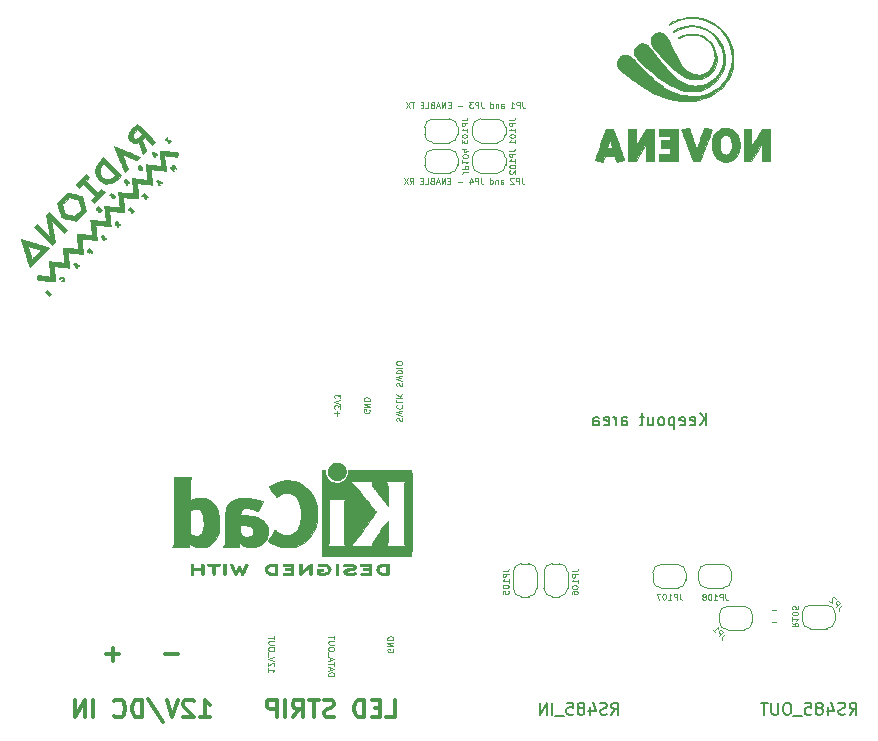
<source format=gbr>
%TF.GenerationSoftware,KiCad,Pcbnew,5.1.9+dfsg1-1+deb11u1*%
%TF.CreationDate,2022-10-19T16:44:56+02:00*%
%TF.ProjectId,firefly,66697265-666c-4792-9e6b-696361645f70,rev?*%
%TF.SameCoordinates,Original*%
%TF.FileFunction,Legend,Bot*%
%TF.FilePolarity,Positive*%
%FSLAX46Y46*%
G04 Gerber Fmt 4.6, Leading zero omitted, Abs format (unit mm)*
G04 Created by KiCad (PCBNEW 5.1.9+dfsg1-1+deb11u1) date 2022-10-19 16:44:56*
%MOMM*%
%LPD*%
G01*
G04 APERTURE LIST*
%ADD10C,0.125000*%
%ADD11C,0.150000*%
%ADD12C,0.200000*%
%ADD13C,0.300000*%
%ADD14C,0.010000*%
%ADD15C,0.120000*%
%ADD16C,0.100000*%
G04 APERTURE END LIST*
D10*
X184239761Y-68756190D02*
X184239761Y-69113333D01*
X184263571Y-69184761D01*
X184311190Y-69232380D01*
X184382619Y-69256190D01*
X184430238Y-69256190D01*
X184001666Y-69256190D02*
X184001666Y-68756190D01*
X183811190Y-68756190D01*
X183763571Y-68780000D01*
X183739761Y-68803809D01*
X183715952Y-68851428D01*
X183715952Y-68922857D01*
X183739761Y-68970476D01*
X183763571Y-68994285D01*
X183811190Y-69018095D01*
X184001666Y-69018095D01*
X183525476Y-68803809D02*
X183501666Y-68780000D01*
X183454047Y-68756190D01*
X183335000Y-68756190D01*
X183287380Y-68780000D01*
X183263571Y-68803809D01*
X183239761Y-68851428D01*
X183239761Y-68899047D01*
X183263571Y-68970476D01*
X183549285Y-69256190D01*
X183239761Y-69256190D01*
X182430238Y-69256190D02*
X182430238Y-68994285D01*
X182454047Y-68946666D01*
X182501666Y-68922857D01*
X182596904Y-68922857D01*
X182644523Y-68946666D01*
X182430238Y-69232380D02*
X182477857Y-69256190D01*
X182596904Y-69256190D01*
X182644523Y-69232380D01*
X182668333Y-69184761D01*
X182668333Y-69137142D01*
X182644523Y-69089523D01*
X182596904Y-69065714D01*
X182477857Y-69065714D01*
X182430238Y-69041904D01*
X182192142Y-68922857D02*
X182192142Y-69256190D01*
X182192142Y-68970476D02*
X182168333Y-68946666D01*
X182120714Y-68922857D01*
X182049285Y-68922857D01*
X182001666Y-68946666D01*
X181977857Y-68994285D01*
X181977857Y-69256190D01*
X181525476Y-69256190D02*
X181525476Y-68756190D01*
X181525476Y-69232380D02*
X181573095Y-69256190D01*
X181668333Y-69256190D01*
X181715952Y-69232380D01*
X181739761Y-69208571D01*
X181763571Y-69160952D01*
X181763571Y-69018095D01*
X181739761Y-68970476D01*
X181715952Y-68946666D01*
X181668333Y-68922857D01*
X181573095Y-68922857D01*
X181525476Y-68946666D01*
X180763571Y-68756190D02*
X180763571Y-69113333D01*
X180787380Y-69184761D01*
X180835000Y-69232380D01*
X180906428Y-69256190D01*
X180954047Y-69256190D01*
X180525476Y-69256190D02*
X180525476Y-68756190D01*
X180335000Y-68756190D01*
X180287380Y-68780000D01*
X180263571Y-68803809D01*
X180239761Y-68851428D01*
X180239761Y-68922857D01*
X180263571Y-68970476D01*
X180287380Y-68994285D01*
X180335000Y-69018095D01*
X180525476Y-69018095D01*
X179811190Y-68922857D02*
X179811190Y-69256190D01*
X179930238Y-68732380D02*
X180049285Y-69089523D01*
X179739761Y-69089523D01*
X179168333Y-69065714D02*
X178787380Y-69065714D01*
X178168333Y-68994285D02*
X178001666Y-68994285D01*
X177930238Y-69256190D02*
X178168333Y-69256190D01*
X178168333Y-68756190D01*
X177930238Y-68756190D01*
X177715952Y-69256190D02*
X177715952Y-68756190D01*
X177430238Y-69256190D01*
X177430238Y-68756190D01*
X177215952Y-69113333D02*
X176977857Y-69113333D01*
X177263571Y-69256190D02*
X177096904Y-68756190D01*
X176930238Y-69256190D01*
X176596904Y-68994285D02*
X176525476Y-69018095D01*
X176501666Y-69041904D01*
X176477857Y-69089523D01*
X176477857Y-69160952D01*
X176501666Y-69208571D01*
X176525476Y-69232380D01*
X176573095Y-69256190D01*
X176763571Y-69256190D01*
X176763571Y-68756190D01*
X176596904Y-68756190D01*
X176549285Y-68780000D01*
X176525476Y-68803809D01*
X176501666Y-68851428D01*
X176501666Y-68899047D01*
X176525476Y-68946666D01*
X176549285Y-68970476D01*
X176596904Y-68994285D01*
X176763571Y-68994285D01*
X176025476Y-69256190D02*
X176263571Y-69256190D01*
X176263571Y-68756190D01*
X175858809Y-68994285D02*
X175692142Y-68994285D01*
X175620714Y-69256190D02*
X175858809Y-69256190D01*
X175858809Y-68756190D01*
X175620714Y-68756190D01*
X174739761Y-69256190D02*
X174906428Y-69018095D01*
X175025476Y-69256190D02*
X175025476Y-68756190D01*
X174835000Y-68756190D01*
X174787380Y-68780000D01*
X174763571Y-68803809D01*
X174739761Y-68851428D01*
X174739761Y-68922857D01*
X174763571Y-68970476D01*
X174787380Y-68994285D01*
X174835000Y-69018095D01*
X175025476Y-69018095D01*
X174573095Y-68756190D02*
X174239761Y-69256190D01*
X174239761Y-68756190D02*
X174573095Y-69256190D01*
D11*
X199860714Y-89702380D02*
X199860714Y-88702380D01*
X199289285Y-89702380D02*
X199717857Y-89130952D01*
X199289285Y-88702380D02*
X199860714Y-89273809D01*
X198479761Y-89654761D02*
X198575000Y-89702380D01*
X198765476Y-89702380D01*
X198860714Y-89654761D01*
X198908333Y-89559523D01*
X198908333Y-89178571D01*
X198860714Y-89083333D01*
X198765476Y-89035714D01*
X198575000Y-89035714D01*
X198479761Y-89083333D01*
X198432142Y-89178571D01*
X198432142Y-89273809D01*
X198908333Y-89369047D01*
X197622619Y-89654761D02*
X197717857Y-89702380D01*
X197908333Y-89702380D01*
X198003571Y-89654761D01*
X198051190Y-89559523D01*
X198051190Y-89178571D01*
X198003571Y-89083333D01*
X197908333Y-89035714D01*
X197717857Y-89035714D01*
X197622619Y-89083333D01*
X197575000Y-89178571D01*
X197575000Y-89273809D01*
X198051190Y-89369047D01*
X197146428Y-89035714D02*
X197146428Y-90035714D01*
X197146428Y-89083333D02*
X197051190Y-89035714D01*
X196860714Y-89035714D01*
X196765476Y-89083333D01*
X196717857Y-89130952D01*
X196670238Y-89226190D01*
X196670238Y-89511904D01*
X196717857Y-89607142D01*
X196765476Y-89654761D01*
X196860714Y-89702380D01*
X197051190Y-89702380D01*
X197146428Y-89654761D01*
X196098809Y-89702380D02*
X196194047Y-89654761D01*
X196241666Y-89607142D01*
X196289285Y-89511904D01*
X196289285Y-89226190D01*
X196241666Y-89130952D01*
X196194047Y-89083333D01*
X196098809Y-89035714D01*
X195955952Y-89035714D01*
X195860714Y-89083333D01*
X195813095Y-89130952D01*
X195765476Y-89226190D01*
X195765476Y-89511904D01*
X195813095Y-89607142D01*
X195860714Y-89654761D01*
X195955952Y-89702380D01*
X196098809Y-89702380D01*
X194908333Y-89035714D02*
X194908333Y-89702380D01*
X195336904Y-89035714D02*
X195336904Y-89559523D01*
X195289285Y-89654761D01*
X195194047Y-89702380D01*
X195051190Y-89702380D01*
X194955952Y-89654761D01*
X194908333Y-89607142D01*
X194575000Y-89035714D02*
X194194047Y-89035714D01*
X194432142Y-88702380D02*
X194432142Y-89559523D01*
X194384523Y-89654761D01*
X194289285Y-89702380D01*
X194194047Y-89702380D01*
X192670238Y-89702380D02*
X192670238Y-89178571D01*
X192717857Y-89083333D01*
X192813095Y-89035714D01*
X193003571Y-89035714D01*
X193098809Y-89083333D01*
X192670238Y-89654761D02*
X192765476Y-89702380D01*
X193003571Y-89702380D01*
X193098809Y-89654761D01*
X193146428Y-89559523D01*
X193146428Y-89464285D01*
X193098809Y-89369047D01*
X193003571Y-89321428D01*
X192765476Y-89321428D01*
X192670238Y-89273809D01*
X192194047Y-89702380D02*
X192194047Y-89035714D01*
X192194047Y-89226190D02*
X192146428Y-89130952D01*
X192098809Y-89083333D01*
X192003571Y-89035714D01*
X191908333Y-89035714D01*
X191194047Y-89654761D02*
X191289285Y-89702380D01*
X191479761Y-89702380D01*
X191575000Y-89654761D01*
X191622619Y-89559523D01*
X191622619Y-89178571D01*
X191575000Y-89083333D01*
X191479761Y-89035714D01*
X191289285Y-89035714D01*
X191194047Y-89083333D01*
X191146428Y-89178571D01*
X191146428Y-89273809D01*
X191622619Y-89369047D01*
X190289285Y-89702380D02*
X190289285Y-89178571D01*
X190336904Y-89083333D01*
X190432142Y-89035714D01*
X190622619Y-89035714D01*
X190717857Y-89083333D01*
X190289285Y-89654761D02*
X190384523Y-89702380D01*
X190622619Y-89702380D01*
X190717857Y-89654761D01*
X190765476Y-89559523D01*
X190765476Y-89464285D01*
X190717857Y-89369047D01*
X190622619Y-89321428D01*
X190384523Y-89321428D01*
X190289285Y-89273809D01*
D10*
X184270238Y-62326190D02*
X184270238Y-62683333D01*
X184294047Y-62754761D01*
X184341666Y-62802380D01*
X184413095Y-62826190D01*
X184460714Y-62826190D01*
X184032142Y-62826190D02*
X184032142Y-62326190D01*
X183841666Y-62326190D01*
X183794047Y-62350000D01*
X183770238Y-62373809D01*
X183746428Y-62421428D01*
X183746428Y-62492857D01*
X183770238Y-62540476D01*
X183794047Y-62564285D01*
X183841666Y-62588095D01*
X184032142Y-62588095D01*
X183270238Y-62826190D02*
X183555952Y-62826190D01*
X183413095Y-62826190D02*
X183413095Y-62326190D01*
X183460714Y-62397619D01*
X183508333Y-62445238D01*
X183555952Y-62469047D01*
X182460714Y-62826190D02*
X182460714Y-62564285D01*
X182484523Y-62516666D01*
X182532142Y-62492857D01*
X182627380Y-62492857D01*
X182675000Y-62516666D01*
X182460714Y-62802380D02*
X182508333Y-62826190D01*
X182627380Y-62826190D01*
X182675000Y-62802380D01*
X182698809Y-62754761D01*
X182698809Y-62707142D01*
X182675000Y-62659523D01*
X182627380Y-62635714D01*
X182508333Y-62635714D01*
X182460714Y-62611904D01*
X182222619Y-62492857D02*
X182222619Y-62826190D01*
X182222619Y-62540476D02*
X182198809Y-62516666D01*
X182151190Y-62492857D01*
X182079761Y-62492857D01*
X182032142Y-62516666D01*
X182008333Y-62564285D01*
X182008333Y-62826190D01*
X181555952Y-62826190D02*
X181555952Y-62326190D01*
X181555952Y-62802380D02*
X181603571Y-62826190D01*
X181698809Y-62826190D01*
X181746428Y-62802380D01*
X181770238Y-62778571D01*
X181794047Y-62730952D01*
X181794047Y-62588095D01*
X181770238Y-62540476D01*
X181746428Y-62516666D01*
X181698809Y-62492857D01*
X181603571Y-62492857D01*
X181555952Y-62516666D01*
X180794047Y-62326190D02*
X180794047Y-62683333D01*
X180817857Y-62754761D01*
X180865476Y-62802380D01*
X180936904Y-62826190D01*
X180984523Y-62826190D01*
X180555952Y-62826190D02*
X180555952Y-62326190D01*
X180365476Y-62326190D01*
X180317857Y-62350000D01*
X180294047Y-62373809D01*
X180270238Y-62421428D01*
X180270238Y-62492857D01*
X180294047Y-62540476D01*
X180317857Y-62564285D01*
X180365476Y-62588095D01*
X180555952Y-62588095D01*
X180103571Y-62326190D02*
X179794047Y-62326190D01*
X179960714Y-62516666D01*
X179889285Y-62516666D01*
X179841666Y-62540476D01*
X179817857Y-62564285D01*
X179794047Y-62611904D01*
X179794047Y-62730952D01*
X179817857Y-62778571D01*
X179841666Y-62802380D01*
X179889285Y-62826190D01*
X180032142Y-62826190D01*
X180079761Y-62802380D01*
X180103571Y-62778571D01*
X179198809Y-62635714D02*
X178817857Y-62635714D01*
X178198809Y-62564285D02*
X178032142Y-62564285D01*
X177960714Y-62826190D02*
X178198809Y-62826190D01*
X178198809Y-62326190D01*
X177960714Y-62326190D01*
X177746428Y-62826190D02*
X177746428Y-62326190D01*
X177460714Y-62826190D01*
X177460714Y-62326190D01*
X177246428Y-62683333D02*
X177008333Y-62683333D01*
X177294047Y-62826190D02*
X177127380Y-62326190D01*
X176960714Y-62826190D01*
X176627380Y-62564285D02*
X176555952Y-62588095D01*
X176532142Y-62611904D01*
X176508333Y-62659523D01*
X176508333Y-62730952D01*
X176532142Y-62778571D01*
X176555952Y-62802380D01*
X176603571Y-62826190D01*
X176794047Y-62826190D01*
X176794047Y-62326190D01*
X176627380Y-62326190D01*
X176579761Y-62350000D01*
X176555952Y-62373809D01*
X176532142Y-62421428D01*
X176532142Y-62469047D01*
X176555952Y-62516666D01*
X176579761Y-62540476D01*
X176627380Y-62564285D01*
X176794047Y-62564285D01*
X176055952Y-62826190D02*
X176294047Y-62826190D01*
X176294047Y-62326190D01*
X175889285Y-62564285D02*
X175722619Y-62564285D01*
X175651190Y-62826190D02*
X175889285Y-62826190D01*
X175889285Y-62326190D01*
X175651190Y-62326190D01*
X175127380Y-62326190D02*
X174841666Y-62326190D01*
X174984523Y-62826190D02*
X174984523Y-62326190D01*
X174722619Y-62326190D02*
X174389285Y-62826190D01*
X174389285Y-62326190D02*
X174722619Y-62826190D01*
D12*
X211979761Y-114202380D02*
X212313095Y-113726190D01*
X212551190Y-114202380D02*
X212551190Y-113202380D01*
X212170238Y-113202380D01*
X212075000Y-113250000D01*
X212027380Y-113297619D01*
X211979761Y-113392857D01*
X211979761Y-113535714D01*
X212027380Y-113630952D01*
X212075000Y-113678571D01*
X212170238Y-113726190D01*
X212551190Y-113726190D01*
X211598809Y-114154761D02*
X211455952Y-114202380D01*
X211217857Y-114202380D01*
X211122619Y-114154761D01*
X211075000Y-114107142D01*
X211027380Y-114011904D01*
X211027380Y-113916666D01*
X211075000Y-113821428D01*
X211122619Y-113773809D01*
X211217857Y-113726190D01*
X211408333Y-113678571D01*
X211503571Y-113630952D01*
X211551190Y-113583333D01*
X211598809Y-113488095D01*
X211598809Y-113392857D01*
X211551190Y-113297619D01*
X211503571Y-113250000D01*
X211408333Y-113202380D01*
X211170238Y-113202380D01*
X211027380Y-113250000D01*
X210170238Y-113535714D02*
X210170238Y-114202380D01*
X210408333Y-113154761D02*
X210646428Y-113869047D01*
X210027380Y-113869047D01*
X209503571Y-113630952D02*
X209598809Y-113583333D01*
X209646428Y-113535714D01*
X209694047Y-113440476D01*
X209694047Y-113392857D01*
X209646428Y-113297619D01*
X209598809Y-113250000D01*
X209503571Y-113202380D01*
X209313095Y-113202380D01*
X209217857Y-113250000D01*
X209170238Y-113297619D01*
X209122619Y-113392857D01*
X209122619Y-113440476D01*
X209170238Y-113535714D01*
X209217857Y-113583333D01*
X209313095Y-113630952D01*
X209503571Y-113630952D01*
X209598809Y-113678571D01*
X209646428Y-113726190D01*
X209694047Y-113821428D01*
X209694047Y-114011904D01*
X209646428Y-114107142D01*
X209598809Y-114154761D01*
X209503571Y-114202380D01*
X209313095Y-114202380D01*
X209217857Y-114154761D01*
X209170238Y-114107142D01*
X209122619Y-114011904D01*
X209122619Y-113821428D01*
X209170238Y-113726190D01*
X209217857Y-113678571D01*
X209313095Y-113630952D01*
X208217857Y-113202380D02*
X208694047Y-113202380D01*
X208741666Y-113678571D01*
X208694047Y-113630952D01*
X208598809Y-113583333D01*
X208360714Y-113583333D01*
X208265476Y-113630952D01*
X208217857Y-113678571D01*
X208170238Y-113773809D01*
X208170238Y-114011904D01*
X208217857Y-114107142D01*
X208265476Y-114154761D01*
X208360714Y-114202380D01*
X208598809Y-114202380D01*
X208694047Y-114154761D01*
X208741666Y-114107142D01*
X207979761Y-114297619D02*
X207217857Y-114297619D01*
X206789285Y-113202380D02*
X206598809Y-113202380D01*
X206503571Y-113250000D01*
X206408333Y-113345238D01*
X206360714Y-113535714D01*
X206360714Y-113869047D01*
X206408333Y-114059523D01*
X206503571Y-114154761D01*
X206598809Y-114202380D01*
X206789285Y-114202380D01*
X206884523Y-114154761D01*
X206979761Y-114059523D01*
X207027380Y-113869047D01*
X207027380Y-113535714D01*
X206979761Y-113345238D01*
X206884523Y-113250000D01*
X206789285Y-113202380D01*
X205932142Y-113202380D02*
X205932142Y-114011904D01*
X205884523Y-114107142D01*
X205836904Y-114154761D01*
X205741666Y-114202380D01*
X205551190Y-114202380D01*
X205455952Y-114154761D01*
X205408333Y-114107142D01*
X205360714Y-114011904D01*
X205360714Y-113202380D01*
X205027380Y-113202380D02*
X204455952Y-113202380D01*
X204741666Y-114202380D02*
X204741666Y-113202380D01*
X191813095Y-114202380D02*
X192146428Y-113726190D01*
X192384523Y-114202380D02*
X192384523Y-113202380D01*
X192003571Y-113202380D01*
X191908333Y-113250000D01*
X191860714Y-113297619D01*
X191813095Y-113392857D01*
X191813095Y-113535714D01*
X191860714Y-113630952D01*
X191908333Y-113678571D01*
X192003571Y-113726190D01*
X192384523Y-113726190D01*
X191432142Y-114154761D02*
X191289285Y-114202380D01*
X191051190Y-114202380D01*
X190955952Y-114154761D01*
X190908333Y-114107142D01*
X190860714Y-114011904D01*
X190860714Y-113916666D01*
X190908333Y-113821428D01*
X190955952Y-113773809D01*
X191051190Y-113726190D01*
X191241666Y-113678571D01*
X191336904Y-113630952D01*
X191384523Y-113583333D01*
X191432142Y-113488095D01*
X191432142Y-113392857D01*
X191384523Y-113297619D01*
X191336904Y-113250000D01*
X191241666Y-113202380D01*
X191003571Y-113202380D01*
X190860714Y-113250000D01*
X190003571Y-113535714D02*
X190003571Y-114202380D01*
X190241666Y-113154761D02*
X190479761Y-113869047D01*
X189860714Y-113869047D01*
X189336904Y-113630952D02*
X189432142Y-113583333D01*
X189479761Y-113535714D01*
X189527380Y-113440476D01*
X189527380Y-113392857D01*
X189479761Y-113297619D01*
X189432142Y-113250000D01*
X189336904Y-113202380D01*
X189146428Y-113202380D01*
X189051190Y-113250000D01*
X189003571Y-113297619D01*
X188955952Y-113392857D01*
X188955952Y-113440476D01*
X189003571Y-113535714D01*
X189051190Y-113583333D01*
X189146428Y-113630952D01*
X189336904Y-113630952D01*
X189432142Y-113678571D01*
X189479761Y-113726190D01*
X189527380Y-113821428D01*
X189527380Y-114011904D01*
X189479761Y-114107142D01*
X189432142Y-114154761D01*
X189336904Y-114202380D01*
X189146428Y-114202380D01*
X189051190Y-114154761D01*
X189003571Y-114107142D01*
X188955952Y-114011904D01*
X188955952Y-113821428D01*
X189003571Y-113726190D01*
X189051190Y-113678571D01*
X189146428Y-113630952D01*
X188051190Y-113202380D02*
X188527380Y-113202380D01*
X188575000Y-113678571D01*
X188527380Y-113630952D01*
X188432142Y-113583333D01*
X188194047Y-113583333D01*
X188098809Y-113630952D01*
X188051190Y-113678571D01*
X188003571Y-113773809D01*
X188003571Y-114011904D01*
X188051190Y-114107142D01*
X188098809Y-114154761D01*
X188194047Y-114202380D01*
X188432142Y-114202380D01*
X188527380Y-114154761D01*
X188575000Y-114107142D01*
X187813095Y-114297619D02*
X187051190Y-114297619D01*
X186813095Y-114202380D02*
X186813095Y-113202380D01*
X186336904Y-114202380D02*
X186336904Y-113202380D01*
X185765476Y-114202380D01*
X185765476Y-113202380D01*
D10*
X173325000Y-108630952D02*
X173348809Y-108678571D01*
X173348809Y-108750000D01*
X173325000Y-108821428D01*
X173277380Y-108869047D01*
X173229761Y-108892857D01*
X173134523Y-108916666D01*
X173063095Y-108916666D01*
X172967857Y-108892857D01*
X172920238Y-108869047D01*
X172872619Y-108821428D01*
X172848809Y-108750000D01*
X172848809Y-108702380D01*
X172872619Y-108630952D01*
X172896428Y-108607142D01*
X173063095Y-108607142D01*
X173063095Y-108702380D01*
X172848809Y-108392857D02*
X173348809Y-108392857D01*
X172848809Y-108107142D01*
X173348809Y-108107142D01*
X172848809Y-107869047D02*
X173348809Y-107869047D01*
X173348809Y-107750000D01*
X173325000Y-107678571D01*
X173277380Y-107630952D01*
X173229761Y-107607142D01*
X173134523Y-107583333D01*
X173063095Y-107583333D01*
X172967857Y-107607142D01*
X172920238Y-107630952D01*
X172872619Y-107678571D01*
X172848809Y-107750000D01*
X172848809Y-107869047D01*
X162773809Y-110289285D02*
X162773809Y-110575000D01*
X162773809Y-110432142D02*
X163273809Y-110432142D01*
X163202380Y-110479761D01*
X163154761Y-110527380D01*
X163130952Y-110575000D01*
X163226190Y-110098809D02*
X163250000Y-110075000D01*
X163273809Y-110027380D01*
X163273809Y-109908333D01*
X163250000Y-109860714D01*
X163226190Y-109836904D01*
X163178571Y-109813095D01*
X163130952Y-109813095D01*
X163059523Y-109836904D01*
X162773809Y-110122619D01*
X162773809Y-109813095D01*
X163273809Y-109670238D02*
X162773809Y-109503571D01*
X163273809Y-109336904D01*
X162726190Y-109289285D02*
X162726190Y-108908333D01*
X163273809Y-108694047D02*
X163273809Y-108598809D01*
X163250000Y-108551190D01*
X163202380Y-108503571D01*
X163107142Y-108479761D01*
X162940476Y-108479761D01*
X162845238Y-108503571D01*
X162797619Y-108551190D01*
X162773809Y-108598809D01*
X162773809Y-108694047D01*
X162797619Y-108741666D01*
X162845238Y-108789285D01*
X162940476Y-108813095D01*
X163107142Y-108813095D01*
X163202380Y-108789285D01*
X163250000Y-108741666D01*
X163273809Y-108694047D01*
X163273809Y-108265476D02*
X162869047Y-108265476D01*
X162821428Y-108241666D01*
X162797619Y-108217857D01*
X162773809Y-108170238D01*
X162773809Y-108075000D01*
X162797619Y-108027380D01*
X162821428Y-108003571D01*
X162869047Y-107979761D01*
X163273809Y-107979761D01*
X163273809Y-107813095D02*
X163273809Y-107527380D01*
X162773809Y-107670238D02*
X163273809Y-107670238D01*
X167848809Y-110904761D02*
X168348809Y-110904761D01*
X168348809Y-110785714D01*
X168325000Y-110714285D01*
X168277380Y-110666666D01*
X168229761Y-110642857D01*
X168134523Y-110619047D01*
X168063095Y-110619047D01*
X167967857Y-110642857D01*
X167920238Y-110666666D01*
X167872619Y-110714285D01*
X167848809Y-110785714D01*
X167848809Y-110904761D01*
X167991666Y-110428571D02*
X167991666Y-110190476D01*
X167848809Y-110476190D02*
X168348809Y-110309523D01*
X167848809Y-110142857D01*
X168348809Y-110047619D02*
X168348809Y-109761904D01*
X167848809Y-109904761D02*
X168348809Y-109904761D01*
X167991666Y-109619047D02*
X167991666Y-109380952D01*
X167848809Y-109666666D02*
X168348809Y-109500000D01*
X167848809Y-109333333D01*
X167801190Y-109285714D02*
X167801190Y-108904761D01*
X168348809Y-108690476D02*
X168348809Y-108595238D01*
X168325000Y-108547619D01*
X168277380Y-108500000D01*
X168182142Y-108476190D01*
X168015476Y-108476190D01*
X167920238Y-108500000D01*
X167872619Y-108547619D01*
X167848809Y-108595238D01*
X167848809Y-108690476D01*
X167872619Y-108738095D01*
X167920238Y-108785714D01*
X168015476Y-108809523D01*
X168182142Y-108809523D01*
X168277380Y-108785714D01*
X168325000Y-108738095D01*
X168348809Y-108690476D01*
X168348809Y-108261904D02*
X167944047Y-108261904D01*
X167896428Y-108238095D01*
X167872619Y-108214285D01*
X167848809Y-108166666D01*
X167848809Y-108071428D01*
X167872619Y-108023809D01*
X167896428Y-108000000D01*
X167944047Y-107976190D01*
X168348809Y-107976190D01*
X168348809Y-107809523D02*
X168348809Y-107523809D01*
X167848809Y-107666666D02*
X168348809Y-107666666D01*
D13*
X154003571Y-109107142D02*
X155146428Y-109107142D01*
X149003571Y-109107142D02*
X150146428Y-109107142D01*
X149575000Y-109678571D02*
X149575000Y-108535714D01*
X157003571Y-114428571D02*
X157860714Y-114428571D01*
X157432142Y-114428571D02*
X157432142Y-112928571D01*
X157575000Y-113142857D01*
X157717857Y-113285714D01*
X157860714Y-113357142D01*
X156432142Y-113071428D02*
X156360714Y-113000000D01*
X156217857Y-112928571D01*
X155860714Y-112928571D01*
X155717857Y-113000000D01*
X155646428Y-113071428D01*
X155575000Y-113214285D01*
X155575000Y-113357142D01*
X155646428Y-113571428D01*
X156503571Y-114428571D01*
X155575000Y-114428571D01*
X155146428Y-112928571D02*
X154646428Y-114428571D01*
X154146428Y-112928571D01*
X152575000Y-112857142D02*
X153860714Y-114785714D01*
X152075000Y-114428571D02*
X152075000Y-112928571D01*
X151717857Y-112928571D01*
X151503571Y-113000000D01*
X151360714Y-113142857D01*
X151289285Y-113285714D01*
X151217857Y-113571428D01*
X151217857Y-113785714D01*
X151289285Y-114071428D01*
X151360714Y-114214285D01*
X151503571Y-114357142D01*
X151717857Y-114428571D01*
X152075000Y-114428571D01*
X149717857Y-114285714D02*
X149789285Y-114357142D01*
X150003571Y-114428571D01*
X150146428Y-114428571D01*
X150360714Y-114357142D01*
X150503571Y-114214285D01*
X150575000Y-114071428D01*
X150646428Y-113785714D01*
X150646428Y-113571428D01*
X150575000Y-113285714D01*
X150503571Y-113142857D01*
X150360714Y-113000000D01*
X150146428Y-112928571D01*
X150003571Y-112928571D01*
X149789285Y-113000000D01*
X149717857Y-113071428D01*
X147932142Y-114428571D02*
X147932142Y-112928571D01*
X147217857Y-114428571D02*
X147217857Y-112928571D01*
X146360714Y-114428571D01*
X146360714Y-112928571D01*
X172753571Y-114428571D02*
X173467857Y-114428571D01*
X173467857Y-112928571D01*
X172253571Y-113642857D02*
X171753571Y-113642857D01*
X171539285Y-114428571D02*
X172253571Y-114428571D01*
X172253571Y-112928571D01*
X171539285Y-112928571D01*
X170896428Y-114428571D02*
X170896428Y-112928571D01*
X170539285Y-112928571D01*
X170325000Y-113000000D01*
X170182142Y-113142857D01*
X170110714Y-113285714D01*
X170039285Y-113571428D01*
X170039285Y-113785714D01*
X170110714Y-114071428D01*
X170182142Y-114214285D01*
X170325000Y-114357142D01*
X170539285Y-114428571D01*
X170896428Y-114428571D01*
X168325000Y-114357142D02*
X168110714Y-114428571D01*
X167753571Y-114428571D01*
X167610714Y-114357142D01*
X167539285Y-114285714D01*
X167467857Y-114142857D01*
X167467857Y-114000000D01*
X167539285Y-113857142D01*
X167610714Y-113785714D01*
X167753571Y-113714285D01*
X168039285Y-113642857D01*
X168182142Y-113571428D01*
X168253571Y-113500000D01*
X168325000Y-113357142D01*
X168325000Y-113214285D01*
X168253571Y-113071428D01*
X168182142Y-113000000D01*
X168039285Y-112928571D01*
X167682142Y-112928571D01*
X167467857Y-113000000D01*
X167039285Y-112928571D02*
X166182142Y-112928571D01*
X166610714Y-114428571D02*
X166610714Y-112928571D01*
X164825000Y-114428571D02*
X165325000Y-113714285D01*
X165682142Y-114428571D02*
X165682142Y-112928571D01*
X165110714Y-112928571D01*
X164967857Y-113000000D01*
X164896428Y-113071428D01*
X164825000Y-113214285D01*
X164825000Y-113428571D01*
X164896428Y-113571428D01*
X164967857Y-113642857D01*
X165110714Y-113714285D01*
X165682142Y-113714285D01*
X164182142Y-114428571D02*
X164182142Y-112928571D01*
X163467857Y-114428571D02*
X163467857Y-112928571D01*
X162896428Y-112928571D01*
X162753571Y-113000000D01*
X162682142Y-113071428D01*
X162610714Y-113214285D01*
X162610714Y-113428571D01*
X162682142Y-113571428D01*
X162753571Y-113642857D01*
X162896428Y-113714285D01*
X163467857Y-113714285D01*
D10*
X173622619Y-89340952D02*
X173598809Y-89269523D01*
X173598809Y-89150476D01*
X173622619Y-89102857D01*
X173646428Y-89079047D01*
X173694047Y-89055238D01*
X173741666Y-89055238D01*
X173789285Y-89079047D01*
X173813095Y-89102857D01*
X173836904Y-89150476D01*
X173860714Y-89245714D01*
X173884523Y-89293333D01*
X173908333Y-89317142D01*
X173955952Y-89340952D01*
X174003571Y-89340952D01*
X174051190Y-89317142D01*
X174075000Y-89293333D01*
X174098809Y-89245714D01*
X174098809Y-89126666D01*
X174075000Y-89055238D01*
X174098809Y-88888571D02*
X173598809Y-88769523D01*
X173955952Y-88674285D01*
X173598809Y-88579047D01*
X174098809Y-88460000D01*
X173646428Y-87983809D02*
X173622619Y-88007619D01*
X173598809Y-88079047D01*
X173598809Y-88126666D01*
X173622619Y-88198095D01*
X173670238Y-88245714D01*
X173717857Y-88269523D01*
X173813095Y-88293333D01*
X173884523Y-88293333D01*
X173979761Y-88269523D01*
X174027380Y-88245714D01*
X174075000Y-88198095D01*
X174098809Y-88126666D01*
X174098809Y-88079047D01*
X174075000Y-88007619D01*
X174051190Y-87983809D01*
X173598809Y-87531428D02*
X173598809Y-87769523D01*
X174098809Y-87769523D01*
X173598809Y-87364761D02*
X174098809Y-87364761D01*
X173598809Y-87079047D02*
X173884523Y-87293333D01*
X174098809Y-87079047D02*
X173813095Y-87364761D01*
X173622619Y-86379523D02*
X173598809Y-86308095D01*
X173598809Y-86189047D01*
X173622619Y-86141428D01*
X173646428Y-86117619D01*
X173694047Y-86093809D01*
X173741666Y-86093809D01*
X173789285Y-86117619D01*
X173813095Y-86141428D01*
X173836904Y-86189047D01*
X173860714Y-86284285D01*
X173884523Y-86331904D01*
X173908333Y-86355714D01*
X173955952Y-86379523D01*
X174003571Y-86379523D01*
X174051190Y-86355714D01*
X174075000Y-86331904D01*
X174098809Y-86284285D01*
X174098809Y-86165238D01*
X174075000Y-86093809D01*
X174098809Y-85927142D02*
X173598809Y-85808095D01*
X173955952Y-85712857D01*
X173598809Y-85617619D01*
X174098809Y-85498571D01*
X173598809Y-85308095D02*
X174098809Y-85308095D01*
X174098809Y-85189047D01*
X174075000Y-85117619D01*
X174027380Y-85070000D01*
X173979761Y-85046190D01*
X173884523Y-85022380D01*
X173813095Y-85022380D01*
X173717857Y-85046190D01*
X173670238Y-85070000D01*
X173622619Y-85117619D01*
X173598809Y-85189047D01*
X173598809Y-85308095D01*
X173598809Y-84808095D02*
X174098809Y-84808095D01*
X174098809Y-84474761D02*
X174098809Y-84379523D01*
X174075000Y-84331904D01*
X174027380Y-84284285D01*
X173932142Y-84260476D01*
X173765476Y-84260476D01*
X173670238Y-84284285D01*
X173622619Y-84331904D01*
X173598809Y-84379523D01*
X173598809Y-84474761D01*
X173622619Y-84522380D01*
X173670238Y-84570000D01*
X173765476Y-84593809D01*
X173932142Y-84593809D01*
X174027380Y-84570000D01*
X174075000Y-84522380D01*
X174098809Y-84474761D01*
X171325000Y-88380952D02*
X171348809Y-88428571D01*
X171348809Y-88500000D01*
X171325000Y-88571428D01*
X171277380Y-88619047D01*
X171229761Y-88642857D01*
X171134523Y-88666666D01*
X171063095Y-88666666D01*
X170967857Y-88642857D01*
X170920238Y-88619047D01*
X170872619Y-88571428D01*
X170848809Y-88500000D01*
X170848809Y-88452380D01*
X170872619Y-88380952D01*
X170896428Y-88357142D01*
X171063095Y-88357142D01*
X171063095Y-88452380D01*
X170848809Y-88142857D02*
X171348809Y-88142857D01*
X170848809Y-87857142D01*
X171348809Y-87857142D01*
X170848809Y-87619047D02*
X171348809Y-87619047D01*
X171348809Y-87500000D01*
X171325000Y-87428571D01*
X171277380Y-87380952D01*
X171229761Y-87357142D01*
X171134523Y-87333333D01*
X171063095Y-87333333D01*
X170967857Y-87357142D01*
X170920238Y-87380952D01*
X170872619Y-87428571D01*
X170848809Y-87500000D01*
X170848809Y-87619047D01*
X168539285Y-88880952D02*
X168539285Y-88500000D01*
X168348809Y-88690476D02*
X168729761Y-88690476D01*
X168848809Y-88309523D02*
X168848809Y-88000000D01*
X168658333Y-88166666D01*
X168658333Y-88095238D01*
X168634523Y-88047619D01*
X168610714Y-88023809D01*
X168563095Y-88000000D01*
X168444047Y-88000000D01*
X168396428Y-88023809D01*
X168372619Y-88047619D01*
X168348809Y-88095238D01*
X168348809Y-88238095D01*
X168372619Y-88285714D01*
X168396428Y-88309523D01*
X168848809Y-87857142D02*
X168348809Y-87690476D01*
X168848809Y-87523809D01*
X168848809Y-87404761D02*
X168848809Y-87095238D01*
X168658333Y-87261904D01*
X168658333Y-87190476D01*
X168634523Y-87142857D01*
X168610714Y-87119047D01*
X168563095Y-87095238D01*
X168444047Y-87095238D01*
X168396428Y-87119047D01*
X168372619Y-87142857D01*
X168348809Y-87190476D01*
X168348809Y-87333333D01*
X168372619Y-87380952D01*
X168396428Y-87404761D01*
D14*
%TO.C,REF\u002A\u002A*%
G36*
X172749708Y-101406409D02*
G01*
X172697143Y-101406944D01*
X172543119Y-101410660D01*
X172414125Y-101421699D01*
X172305763Y-101441246D01*
X172213638Y-101470483D01*
X172133353Y-101510597D01*
X172060512Y-101562769D01*
X172034495Y-101585433D01*
X171991337Y-101638462D01*
X171952421Y-101710421D01*
X171922427Y-101790184D01*
X171906035Y-101866625D01*
X171904332Y-101894872D01*
X171915005Y-101973174D01*
X171943607Y-102058705D01*
X171985011Y-102139663D01*
X172034095Y-102204246D01*
X172042067Y-102212038D01*
X172109600Y-102266808D01*
X172183552Y-102309563D01*
X172268188Y-102341423D01*
X172367771Y-102363508D01*
X172486566Y-102376938D01*
X172628834Y-102382834D01*
X172694000Y-102383334D01*
X172776855Y-102382935D01*
X172835123Y-102381266D01*
X172874270Y-102377622D01*
X172899763Y-102371293D01*
X172917068Y-102361574D01*
X172926344Y-102353274D01*
X172935106Y-102343192D01*
X172941979Y-102330185D01*
X172947192Y-102310769D01*
X172950973Y-102281460D01*
X172953551Y-102238773D01*
X172955154Y-102179225D01*
X172956011Y-102099330D01*
X172956351Y-101995605D01*
X172956403Y-101894872D01*
X172956734Y-101760519D01*
X172956662Y-101653192D01*
X172955384Y-101601795D01*
X172761019Y-101601795D01*
X172761019Y-102187949D01*
X172637025Y-102187835D01*
X172562415Y-102185696D01*
X172484272Y-102180183D01*
X172419074Y-102172472D01*
X172417090Y-102172155D01*
X172311717Y-102146678D01*
X172229986Y-102107000D01*
X172167816Y-102050538D01*
X172128314Y-101989406D01*
X172103974Y-101921593D01*
X172105861Y-101857919D01*
X172134109Y-101789665D01*
X172189362Y-101719056D01*
X172265927Y-101666735D01*
X172365449Y-101631763D01*
X172431961Y-101619386D01*
X172507461Y-101610694D01*
X172587479Y-101604404D01*
X172655538Y-101601788D01*
X172659569Y-101601776D01*
X172761019Y-101601795D01*
X172955384Y-101601795D01*
X172954590Y-101569881D01*
X172948915Y-101507579D01*
X172938041Y-101463275D01*
X172920368Y-101433960D01*
X172894297Y-101416625D01*
X172858229Y-101408261D01*
X172810566Y-101405859D01*
X172749708Y-101406409D01*
G37*
X172749708Y-101406409D02*
X172697143Y-101406944D01*
X172543119Y-101410660D01*
X172414125Y-101421699D01*
X172305763Y-101441246D01*
X172213638Y-101470483D01*
X172133353Y-101510597D01*
X172060512Y-101562769D01*
X172034495Y-101585433D01*
X171991337Y-101638462D01*
X171952421Y-101710421D01*
X171922427Y-101790184D01*
X171906035Y-101866625D01*
X171904332Y-101894872D01*
X171915005Y-101973174D01*
X171943607Y-102058705D01*
X171985011Y-102139663D01*
X172034095Y-102204246D01*
X172042067Y-102212038D01*
X172109600Y-102266808D01*
X172183552Y-102309563D01*
X172268188Y-102341423D01*
X172367771Y-102363508D01*
X172486566Y-102376938D01*
X172628834Y-102382834D01*
X172694000Y-102383334D01*
X172776855Y-102382935D01*
X172835123Y-102381266D01*
X172874270Y-102377622D01*
X172899763Y-102371293D01*
X172917068Y-102361574D01*
X172926344Y-102353274D01*
X172935106Y-102343192D01*
X172941979Y-102330185D01*
X172947192Y-102310769D01*
X172950973Y-102281460D01*
X172953551Y-102238773D01*
X172955154Y-102179225D01*
X172956011Y-102099330D01*
X172956351Y-101995605D01*
X172956403Y-101894872D01*
X172956734Y-101760519D01*
X172956662Y-101653192D01*
X172955384Y-101601795D01*
X172761019Y-101601795D01*
X172761019Y-102187949D01*
X172637025Y-102187835D01*
X172562415Y-102185696D01*
X172484272Y-102180183D01*
X172419074Y-102172472D01*
X172417090Y-102172155D01*
X172311717Y-102146678D01*
X172229986Y-102107000D01*
X172167816Y-102050538D01*
X172128314Y-101989406D01*
X172103974Y-101921593D01*
X172105861Y-101857919D01*
X172134109Y-101789665D01*
X172189362Y-101719056D01*
X172265927Y-101666735D01*
X172365449Y-101631763D01*
X172431961Y-101619386D01*
X172507461Y-101610694D01*
X172587479Y-101604404D01*
X172655538Y-101601788D01*
X172659569Y-101601776D01*
X172761019Y-101601795D01*
X172955384Y-101601795D01*
X172954590Y-101569881D01*
X172948915Y-101507579D01*
X172938041Y-101463275D01*
X172920368Y-101433960D01*
X172894297Y-101416625D01*
X172858229Y-101408261D01*
X172810566Y-101405859D01*
X172749708Y-101406409D01*
G36*
X170874384Y-101406516D02*
G01*
X170781976Y-101407012D01*
X170712227Y-101408165D01*
X170661437Y-101410244D01*
X170625905Y-101413515D01*
X170601932Y-101418247D01*
X170585818Y-101424707D01*
X170573863Y-101433163D01*
X170569533Y-101437055D01*
X170543205Y-101478404D01*
X170538465Y-101525916D01*
X170555784Y-101568095D01*
X170563793Y-101576620D01*
X170576746Y-101584885D01*
X170597602Y-101591261D01*
X170630230Y-101596059D01*
X170678496Y-101599588D01*
X170746268Y-101602158D01*
X170837414Y-101604081D01*
X170920745Y-101605251D01*
X171250546Y-101609310D01*
X171259560Y-101782150D01*
X171035696Y-101782150D01*
X170938508Y-101782989D01*
X170867357Y-101786496D01*
X170818245Y-101794159D01*
X170787171Y-101807467D01*
X170770138Y-101827905D01*
X170763146Y-101856963D01*
X170762084Y-101883931D01*
X170765384Y-101917021D01*
X170777837Y-101941404D01*
X170803274Y-101958353D01*
X170845525Y-101969143D01*
X170908420Y-101975048D01*
X170995789Y-101977341D01*
X171043475Y-101977535D01*
X171258060Y-101977535D01*
X171258060Y-102187949D01*
X170927409Y-102187949D01*
X170819024Y-102188100D01*
X170736651Y-102188778D01*
X170676243Y-102190320D01*
X170633753Y-102193063D01*
X170605135Y-102197345D01*
X170586342Y-102203503D01*
X170573328Y-102211873D01*
X170566699Y-102218008D01*
X170543961Y-102253813D01*
X170536640Y-102285641D01*
X170547093Y-102324518D01*
X170566699Y-102353274D01*
X170577159Y-102362327D01*
X170590662Y-102369357D01*
X170610840Y-102374618D01*
X170641325Y-102378365D01*
X170685749Y-102380854D01*
X170747745Y-102382339D01*
X170830945Y-102383075D01*
X170938981Y-102383318D01*
X170995043Y-102383334D01*
X171115098Y-102383227D01*
X171208728Y-102382739D01*
X171279563Y-102381613D01*
X171331235Y-102379595D01*
X171367377Y-102376430D01*
X171391622Y-102371863D01*
X171407601Y-102365640D01*
X171418947Y-102357504D01*
X171423386Y-102353274D01*
X171432171Y-102343160D01*
X171439058Y-102330112D01*
X171444275Y-102310634D01*
X171448053Y-102281228D01*
X171450624Y-102238398D01*
X171452218Y-102178648D01*
X171453065Y-102098481D01*
X171453396Y-101994401D01*
X171453445Y-101897492D01*
X171453400Y-101773387D01*
X171453088Y-101675830D01*
X171452242Y-101601310D01*
X171450596Y-101546315D01*
X171447883Y-101507334D01*
X171443837Y-101480857D01*
X171438191Y-101463370D01*
X171430680Y-101451364D01*
X171421036Y-101441327D01*
X171418660Y-101439090D01*
X171407129Y-101429183D01*
X171393732Y-101421512D01*
X171374750Y-101415790D01*
X171346469Y-101411732D01*
X171305172Y-101409052D01*
X171247142Y-101407466D01*
X171168663Y-101406688D01*
X171066020Y-101406432D01*
X170993150Y-101406410D01*
X170874384Y-101406516D01*
G37*
X170874384Y-101406516D02*
X170781976Y-101407012D01*
X170712227Y-101408165D01*
X170661437Y-101410244D01*
X170625905Y-101413515D01*
X170601932Y-101418247D01*
X170585818Y-101424707D01*
X170573863Y-101433163D01*
X170569533Y-101437055D01*
X170543205Y-101478404D01*
X170538465Y-101525916D01*
X170555784Y-101568095D01*
X170563793Y-101576620D01*
X170576746Y-101584885D01*
X170597602Y-101591261D01*
X170630230Y-101596059D01*
X170678496Y-101599588D01*
X170746268Y-101602158D01*
X170837414Y-101604081D01*
X170920745Y-101605251D01*
X171250546Y-101609310D01*
X171259560Y-101782150D01*
X171035696Y-101782150D01*
X170938508Y-101782989D01*
X170867357Y-101786496D01*
X170818245Y-101794159D01*
X170787171Y-101807467D01*
X170770138Y-101827905D01*
X170763146Y-101856963D01*
X170762084Y-101883931D01*
X170765384Y-101917021D01*
X170777837Y-101941404D01*
X170803274Y-101958353D01*
X170845525Y-101969143D01*
X170908420Y-101975048D01*
X170995789Y-101977341D01*
X171043475Y-101977535D01*
X171258060Y-101977535D01*
X171258060Y-102187949D01*
X170927409Y-102187949D01*
X170819024Y-102188100D01*
X170736651Y-102188778D01*
X170676243Y-102190320D01*
X170633753Y-102193063D01*
X170605135Y-102197345D01*
X170586342Y-102203503D01*
X170573328Y-102211873D01*
X170566699Y-102218008D01*
X170543961Y-102253813D01*
X170536640Y-102285641D01*
X170547093Y-102324518D01*
X170566699Y-102353274D01*
X170577159Y-102362327D01*
X170590662Y-102369357D01*
X170610840Y-102374618D01*
X170641325Y-102378365D01*
X170685749Y-102380854D01*
X170747745Y-102382339D01*
X170830945Y-102383075D01*
X170938981Y-102383318D01*
X170995043Y-102383334D01*
X171115098Y-102383227D01*
X171208728Y-102382739D01*
X171279563Y-102381613D01*
X171331235Y-102379595D01*
X171367377Y-102376430D01*
X171391622Y-102371863D01*
X171407601Y-102365640D01*
X171418947Y-102357504D01*
X171423386Y-102353274D01*
X171432171Y-102343160D01*
X171439058Y-102330112D01*
X171444275Y-102310634D01*
X171448053Y-102281228D01*
X171450624Y-102238398D01*
X171452218Y-102178648D01*
X171453065Y-102098481D01*
X171453396Y-101994401D01*
X171453445Y-101897492D01*
X171453400Y-101773387D01*
X171453088Y-101675830D01*
X171452242Y-101601310D01*
X171450596Y-101546315D01*
X171447883Y-101507334D01*
X171443837Y-101480857D01*
X171438191Y-101463370D01*
X171430680Y-101451364D01*
X171421036Y-101441327D01*
X171418660Y-101439090D01*
X171407129Y-101429183D01*
X171393732Y-101421512D01*
X171374750Y-101415790D01*
X171346469Y-101411732D01*
X171305172Y-101409052D01*
X171247142Y-101407466D01*
X171168663Y-101406688D01*
X171066020Y-101406432D01*
X170993150Y-101406410D01*
X170874384Y-101406516D01*
G36*
X169514942Y-101408121D02*
G01*
X169415337Y-101415084D01*
X169322698Y-101425959D01*
X169242412Y-101440338D01*
X169179862Y-101457810D01*
X169140435Y-101477966D01*
X169134383Y-101483899D01*
X169113338Y-101529939D01*
X169119720Y-101577204D01*
X169152361Y-101617642D01*
X169153918Y-101618801D01*
X169173117Y-101631261D01*
X169193159Y-101637813D01*
X169221114Y-101638608D01*
X169264053Y-101633800D01*
X169329045Y-101623539D01*
X169334273Y-101622675D01*
X169431115Y-101610778D01*
X169535598Y-101604909D01*
X169640389Y-101604852D01*
X169738156Y-101610391D01*
X169821566Y-101621309D01*
X169883287Y-101637389D01*
X169887342Y-101639005D01*
X169932118Y-101664093D01*
X169947850Y-101689482D01*
X169935534Y-101714451D01*
X169896169Y-101738280D01*
X169830752Y-101760246D01*
X169740280Y-101779630D01*
X169679954Y-101788962D01*
X169554554Y-101806913D01*
X169454819Y-101823323D01*
X169376500Y-101839612D01*
X169315347Y-101857202D01*
X169267113Y-101877513D01*
X169227549Y-101901967D01*
X169192406Y-101931984D01*
X169164165Y-101961460D01*
X169130662Y-102002531D01*
X169114173Y-102037846D01*
X169109017Y-102081357D01*
X169108830Y-102097292D01*
X169112702Y-102150169D01*
X169128181Y-102189507D01*
X169154969Y-102224424D01*
X169209413Y-102277798D01*
X169270124Y-102318502D01*
X169341612Y-102347864D01*
X169428390Y-102367211D01*
X169534968Y-102377870D01*
X169665857Y-102381169D01*
X169687469Y-102381113D01*
X169774752Y-102379304D01*
X169861313Y-102375193D01*
X169937716Y-102369370D01*
X169994524Y-102362425D01*
X169999118Y-102361628D01*
X170055599Y-102348248D01*
X170103506Y-102331346D01*
X170130627Y-102315895D01*
X170155865Y-102275130D01*
X170157623Y-102227662D01*
X170135866Y-102185359D01*
X170130998Y-102180576D01*
X170110876Y-102166363D01*
X170085712Y-102160240D01*
X170046767Y-102161282D01*
X169999489Y-102166698D01*
X169946659Y-102171537D01*
X169872602Y-102175619D01*
X169786145Y-102178582D01*
X169696117Y-102180061D01*
X169672439Y-102180158D01*
X169582076Y-102179794D01*
X169515943Y-102178040D01*
X169468221Y-102174287D01*
X169433092Y-102167927D01*
X169404736Y-102158351D01*
X169387695Y-102150375D01*
X169350250Y-102128229D01*
X169326375Y-102108172D01*
X169322886Y-102102487D01*
X169330247Y-102079009D01*
X169365241Y-102056281D01*
X169425442Y-102035334D01*
X169508425Y-102017200D01*
X169532874Y-102013161D01*
X169660576Y-101993103D01*
X169762494Y-101976338D01*
X169842560Y-101961647D01*
X169904708Y-101947812D01*
X169952872Y-101933615D01*
X169990986Y-101917837D01*
X170022984Y-101899260D01*
X170052798Y-101876666D01*
X170084364Y-101848837D01*
X170094986Y-101839080D01*
X170132227Y-101802666D01*
X170151941Y-101773816D01*
X170159653Y-101740802D01*
X170160901Y-101699199D01*
X170147169Y-101617615D01*
X170106132Y-101548298D01*
X170038024Y-101491472D01*
X169943081Y-101447361D01*
X169875338Y-101427576D01*
X169801713Y-101414797D01*
X169713515Y-101407568D01*
X169616130Y-101405479D01*
X169514942Y-101408121D01*
G37*
X169514942Y-101408121D02*
X169415337Y-101415084D01*
X169322698Y-101425959D01*
X169242412Y-101440338D01*
X169179862Y-101457810D01*
X169140435Y-101477966D01*
X169134383Y-101483899D01*
X169113338Y-101529939D01*
X169119720Y-101577204D01*
X169152361Y-101617642D01*
X169153918Y-101618801D01*
X169173117Y-101631261D01*
X169193159Y-101637813D01*
X169221114Y-101638608D01*
X169264053Y-101633800D01*
X169329045Y-101623539D01*
X169334273Y-101622675D01*
X169431115Y-101610778D01*
X169535598Y-101604909D01*
X169640389Y-101604852D01*
X169738156Y-101610391D01*
X169821566Y-101621309D01*
X169883287Y-101637389D01*
X169887342Y-101639005D01*
X169932118Y-101664093D01*
X169947850Y-101689482D01*
X169935534Y-101714451D01*
X169896169Y-101738280D01*
X169830752Y-101760246D01*
X169740280Y-101779630D01*
X169679954Y-101788962D01*
X169554554Y-101806913D01*
X169454819Y-101823323D01*
X169376500Y-101839612D01*
X169315347Y-101857202D01*
X169267113Y-101877513D01*
X169227549Y-101901967D01*
X169192406Y-101931984D01*
X169164165Y-101961460D01*
X169130662Y-102002531D01*
X169114173Y-102037846D01*
X169109017Y-102081357D01*
X169108830Y-102097292D01*
X169112702Y-102150169D01*
X169128181Y-102189507D01*
X169154969Y-102224424D01*
X169209413Y-102277798D01*
X169270124Y-102318502D01*
X169341612Y-102347864D01*
X169428390Y-102367211D01*
X169534968Y-102377870D01*
X169665857Y-102381169D01*
X169687469Y-102381113D01*
X169774752Y-102379304D01*
X169861313Y-102375193D01*
X169937716Y-102369370D01*
X169994524Y-102362425D01*
X169999118Y-102361628D01*
X170055599Y-102348248D01*
X170103506Y-102331346D01*
X170130627Y-102315895D01*
X170155865Y-102275130D01*
X170157623Y-102227662D01*
X170135866Y-102185359D01*
X170130998Y-102180576D01*
X170110876Y-102166363D01*
X170085712Y-102160240D01*
X170046767Y-102161282D01*
X169999489Y-102166698D01*
X169946659Y-102171537D01*
X169872602Y-102175619D01*
X169786145Y-102178582D01*
X169696117Y-102180061D01*
X169672439Y-102180158D01*
X169582076Y-102179794D01*
X169515943Y-102178040D01*
X169468221Y-102174287D01*
X169433092Y-102167927D01*
X169404736Y-102158351D01*
X169387695Y-102150375D01*
X169350250Y-102128229D01*
X169326375Y-102108172D01*
X169322886Y-102102487D01*
X169330247Y-102079009D01*
X169365241Y-102056281D01*
X169425442Y-102035334D01*
X169508425Y-102017200D01*
X169532874Y-102013161D01*
X169660576Y-101993103D01*
X169762494Y-101976338D01*
X169842560Y-101961647D01*
X169904708Y-101947812D01*
X169952872Y-101933615D01*
X169990986Y-101917837D01*
X170022984Y-101899260D01*
X170052798Y-101876666D01*
X170084364Y-101848837D01*
X170094986Y-101839080D01*
X170132227Y-101802666D01*
X170151941Y-101773816D01*
X170159653Y-101740802D01*
X170160901Y-101699199D01*
X170147169Y-101617615D01*
X170106132Y-101548298D01*
X170038024Y-101491472D01*
X169943081Y-101447361D01*
X169875338Y-101427576D01*
X169801713Y-101414797D01*
X169713515Y-101407568D01*
X169616130Y-101405479D01*
X169514942Y-101408121D01*
G36*
X168492617Y-101436470D02*
G01*
X168483855Y-101446552D01*
X168476982Y-101459559D01*
X168471769Y-101478975D01*
X168467988Y-101508284D01*
X168465410Y-101550971D01*
X168463807Y-101610519D01*
X168462949Y-101690414D01*
X168462610Y-101794140D01*
X168462557Y-101894872D01*
X168462650Y-102019816D01*
X168463081Y-102118185D01*
X168464077Y-102193465D01*
X168465869Y-102249138D01*
X168468683Y-102288690D01*
X168472750Y-102315605D01*
X168478296Y-102333367D01*
X168485551Y-102345461D01*
X168492617Y-102353274D01*
X168536556Y-102379476D01*
X168583374Y-102377125D01*
X168625263Y-102348548D01*
X168634888Y-102337391D01*
X168642409Y-102324447D01*
X168648088Y-102306136D01*
X168652181Y-102278882D01*
X168654949Y-102239104D01*
X168656650Y-102183226D01*
X168657543Y-102107668D01*
X168657887Y-102008852D01*
X168657942Y-101896978D01*
X168657942Y-101480192D01*
X168621051Y-101443301D01*
X168575579Y-101412264D01*
X168531470Y-101411145D01*
X168492617Y-101436470D01*
G37*
X168492617Y-101436470D02*
X168483855Y-101446552D01*
X168476982Y-101459559D01*
X168471769Y-101478975D01*
X168467988Y-101508284D01*
X168465410Y-101550971D01*
X168463807Y-101610519D01*
X168462949Y-101690414D01*
X168462610Y-101794140D01*
X168462557Y-101894872D01*
X168462650Y-102019816D01*
X168463081Y-102118185D01*
X168464077Y-102193465D01*
X168465869Y-102249138D01*
X168468683Y-102288690D01*
X168472750Y-102315605D01*
X168478296Y-102333367D01*
X168485551Y-102345461D01*
X168492617Y-102353274D01*
X168536556Y-102379476D01*
X168583374Y-102377125D01*
X168625263Y-102348548D01*
X168634888Y-102337391D01*
X168642409Y-102324447D01*
X168648088Y-102306136D01*
X168652181Y-102278882D01*
X168654949Y-102239104D01*
X168656650Y-102183226D01*
X168657543Y-102107668D01*
X168657887Y-102008852D01*
X168657942Y-101896978D01*
X168657942Y-101480192D01*
X168621051Y-101443301D01*
X168575579Y-101412264D01*
X168531470Y-101411145D01*
X168492617Y-101436470D01*
G36*
X167196216Y-101413776D02*
G01*
X167104995Y-101429082D01*
X167034936Y-101452875D01*
X166989358Y-101484204D01*
X166976938Y-101502078D01*
X166964308Y-101543649D01*
X166972807Y-101581256D01*
X166999639Y-101616919D01*
X167041330Y-101633603D01*
X167101824Y-101632248D01*
X167148613Y-101623209D01*
X167252582Y-101605987D01*
X167358834Y-101604351D01*
X167477763Y-101618329D01*
X167510614Y-101624252D01*
X167621199Y-101655431D01*
X167707713Y-101701810D01*
X167769207Y-101762599D01*
X167804732Y-101837008D01*
X167812079Y-101875478D01*
X167807270Y-101953527D01*
X167776220Y-102022581D01*
X167721760Y-102081293D01*
X167646718Y-102128317D01*
X167553924Y-102162307D01*
X167446206Y-102181918D01*
X167326395Y-102185805D01*
X167197319Y-102172620D01*
X167190031Y-102171376D01*
X167138692Y-102161814D01*
X167110226Y-102152578D01*
X167097888Y-102138873D01*
X167094932Y-102115906D01*
X167094865Y-102103743D01*
X167094865Y-102052683D01*
X167186031Y-102052683D01*
X167266536Y-102047168D01*
X167321475Y-102029594D01*
X167353440Y-101998417D01*
X167365026Y-101952094D01*
X167365167Y-101946048D01*
X167358389Y-101906453D01*
X167335145Y-101878181D01*
X167291884Y-101859471D01*
X167225055Y-101848564D01*
X167160324Y-101844554D01*
X167066241Y-101842253D01*
X166997998Y-101845764D01*
X166951455Y-101858719D01*
X166922472Y-101884750D01*
X166906909Y-101927491D01*
X166900625Y-101990574D01*
X166899480Y-102073428D01*
X166901356Y-102165910D01*
X166907000Y-102228818D01*
X166916436Y-102262403D01*
X166918267Y-102265033D01*
X166970079Y-102306998D01*
X167046044Y-102340232D01*
X167141346Y-102364023D01*
X167251170Y-102377663D01*
X167370700Y-102380442D01*
X167495120Y-102371649D01*
X167568297Y-102360849D01*
X167683074Y-102328362D01*
X167789750Y-102275250D01*
X167879065Y-102206319D01*
X167892640Y-102192542D01*
X167936746Y-102134622D01*
X167976543Y-102062840D01*
X168007381Y-101987583D01*
X168024611Y-101919241D01*
X168026688Y-101892993D01*
X168017847Y-101838241D01*
X167994349Y-101770119D01*
X167960703Y-101698414D01*
X167921418Y-101632913D01*
X167886709Y-101589162D01*
X167805557Y-101524083D01*
X167700652Y-101472285D01*
X167575754Y-101434938D01*
X167434621Y-101413217D01*
X167305279Y-101407909D01*
X167196216Y-101413776D01*
G37*
X167196216Y-101413776D02*
X167104995Y-101429082D01*
X167034936Y-101452875D01*
X166989358Y-101484204D01*
X166976938Y-101502078D01*
X166964308Y-101543649D01*
X166972807Y-101581256D01*
X166999639Y-101616919D01*
X167041330Y-101633603D01*
X167101824Y-101632248D01*
X167148613Y-101623209D01*
X167252582Y-101605987D01*
X167358834Y-101604351D01*
X167477763Y-101618329D01*
X167510614Y-101624252D01*
X167621199Y-101655431D01*
X167707713Y-101701810D01*
X167769207Y-101762599D01*
X167804732Y-101837008D01*
X167812079Y-101875478D01*
X167807270Y-101953527D01*
X167776220Y-102022581D01*
X167721760Y-102081293D01*
X167646718Y-102128317D01*
X167553924Y-102162307D01*
X167446206Y-102181918D01*
X167326395Y-102185805D01*
X167197319Y-102172620D01*
X167190031Y-102171376D01*
X167138692Y-102161814D01*
X167110226Y-102152578D01*
X167097888Y-102138873D01*
X167094932Y-102115906D01*
X167094865Y-102103743D01*
X167094865Y-102052683D01*
X167186031Y-102052683D01*
X167266536Y-102047168D01*
X167321475Y-102029594D01*
X167353440Y-101998417D01*
X167365026Y-101952094D01*
X167365167Y-101946048D01*
X167358389Y-101906453D01*
X167335145Y-101878181D01*
X167291884Y-101859471D01*
X167225055Y-101848564D01*
X167160324Y-101844554D01*
X167066241Y-101842253D01*
X166997998Y-101845764D01*
X166951455Y-101858719D01*
X166922472Y-101884750D01*
X166906909Y-101927491D01*
X166900625Y-101990574D01*
X166899480Y-102073428D01*
X166901356Y-102165910D01*
X166907000Y-102228818D01*
X166916436Y-102262403D01*
X166918267Y-102265033D01*
X166970079Y-102306998D01*
X167046044Y-102340232D01*
X167141346Y-102364023D01*
X167251170Y-102377663D01*
X167370700Y-102380442D01*
X167495120Y-102371649D01*
X167568297Y-102360849D01*
X167683074Y-102328362D01*
X167789750Y-102275250D01*
X167879065Y-102206319D01*
X167892640Y-102192542D01*
X167936746Y-102134622D01*
X167976543Y-102062840D01*
X168007381Y-101987583D01*
X168024611Y-101919241D01*
X168026688Y-101892993D01*
X168017847Y-101838241D01*
X167994349Y-101770119D01*
X167960703Y-101698414D01*
X167921418Y-101632913D01*
X167886709Y-101589162D01*
X167805557Y-101524083D01*
X167700652Y-101472285D01*
X167575754Y-101434938D01*
X167434621Y-101413217D01*
X167305279Y-101407909D01*
X167196216Y-101413776D01*
G36*
X166330874Y-101412244D02*
G01*
X166299499Y-101430649D01*
X166258476Y-101460749D01*
X166205678Y-101503960D01*
X166138979Y-101561702D01*
X166056253Y-101635392D01*
X165955374Y-101726448D01*
X165839895Y-101831138D01*
X165599421Y-102049207D01*
X165591906Y-101756508D01*
X165589193Y-101655754D01*
X165586576Y-101580722D01*
X165583474Y-101527084D01*
X165579310Y-101490510D01*
X165573505Y-101466671D01*
X165565478Y-101451238D01*
X165554651Y-101439882D01*
X165548910Y-101435110D01*
X165502937Y-101409877D01*
X165459191Y-101413566D01*
X165424489Y-101435123D01*
X165389007Y-101463835D01*
X165384594Y-101883150D01*
X165383373Y-102006471D01*
X165382751Y-102103348D01*
X165382944Y-102177394D01*
X165384168Y-102232221D01*
X165386638Y-102271443D01*
X165390568Y-102298673D01*
X165396174Y-102317523D01*
X165403672Y-102331605D01*
X165411987Y-102342899D01*
X165429976Y-102363846D01*
X165447875Y-102377731D01*
X165468166Y-102383060D01*
X165493332Y-102378340D01*
X165525854Y-102362077D01*
X165568217Y-102332777D01*
X165622902Y-102288946D01*
X165692391Y-102229091D01*
X165779169Y-102151718D01*
X165877469Y-102062814D01*
X166230664Y-101742435D01*
X166238179Y-102034177D01*
X166240897Y-102134747D01*
X166243521Y-102209604D01*
X166246633Y-102263084D01*
X166250816Y-102299526D01*
X166256651Y-102323268D01*
X166264720Y-102338646D01*
X166275605Y-102350000D01*
X166281175Y-102354626D01*
X166330410Y-102380042D01*
X166376931Y-102376209D01*
X166417443Y-102343733D01*
X166426710Y-102330667D01*
X166433933Y-102315409D01*
X166439366Y-102294296D01*
X166443262Y-102263669D01*
X166445875Y-102219866D01*
X166447461Y-102159227D01*
X166448272Y-102078091D01*
X166448562Y-101972797D01*
X166448593Y-101894872D01*
X166448495Y-101772988D01*
X166448033Y-101677503D01*
X166446951Y-101604755D01*
X166444997Y-101551083D01*
X166441916Y-101512827D01*
X166437454Y-101486327D01*
X166431357Y-101467920D01*
X166423371Y-101453948D01*
X166417443Y-101446011D01*
X166402416Y-101427212D01*
X166388372Y-101413017D01*
X166373184Y-101404846D01*
X166354727Y-101404116D01*
X166330874Y-101412244D01*
G37*
X166330874Y-101412244D02*
X166299499Y-101430649D01*
X166258476Y-101460749D01*
X166205678Y-101503960D01*
X166138979Y-101561702D01*
X166056253Y-101635392D01*
X165955374Y-101726448D01*
X165839895Y-101831138D01*
X165599421Y-102049207D01*
X165591906Y-101756508D01*
X165589193Y-101655754D01*
X165586576Y-101580722D01*
X165583474Y-101527084D01*
X165579310Y-101490510D01*
X165573505Y-101466671D01*
X165565478Y-101451238D01*
X165554651Y-101439882D01*
X165548910Y-101435110D01*
X165502937Y-101409877D01*
X165459191Y-101413566D01*
X165424489Y-101435123D01*
X165389007Y-101463835D01*
X165384594Y-101883150D01*
X165383373Y-102006471D01*
X165382751Y-102103348D01*
X165382944Y-102177394D01*
X165384168Y-102232221D01*
X165386638Y-102271443D01*
X165390568Y-102298673D01*
X165396174Y-102317523D01*
X165403672Y-102331605D01*
X165411987Y-102342899D01*
X165429976Y-102363846D01*
X165447875Y-102377731D01*
X165468166Y-102383060D01*
X165493332Y-102378340D01*
X165525854Y-102362077D01*
X165568217Y-102332777D01*
X165622902Y-102288946D01*
X165692391Y-102229091D01*
X165779169Y-102151718D01*
X165877469Y-102062814D01*
X166230664Y-101742435D01*
X166238179Y-102034177D01*
X166240897Y-102134747D01*
X166243521Y-102209604D01*
X166246633Y-102263084D01*
X166250816Y-102299526D01*
X166256651Y-102323268D01*
X166264720Y-102338646D01*
X166275605Y-102350000D01*
X166281175Y-102354626D01*
X166330410Y-102380042D01*
X166376931Y-102376209D01*
X166417443Y-102343733D01*
X166426710Y-102330667D01*
X166433933Y-102315409D01*
X166439366Y-102294296D01*
X166443262Y-102263669D01*
X166445875Y-102219866D01*
X166447461Y-102159227D01*
X166448272Y-102078091D01*
X166448562Y-101972797D01*
X166448593Y-101894872D01*
X166448495Y-101772988D01*
X166448033Y-101677503D01*
X166446951Y-101604755D01*
X166444997Y-101551083D01*
X166441916Y-101512827D01*
X166437454Y-101486327D01*
X166431357Y-101467920D01*
X166423371Y-101453948D01*
X166417443Y-101446011D01*
X166402416Y-101427212D01*
X166388372Y-101413017D01*
X166373184Y-101404846D01*
X166354727Y-101404116D01*
X166330874Y-101412244D01*
G36*
X164293284Y-101406667D02*
G01*
X164191623Y-101407884D01*
X164113718Y-101410730D01*
X164056419Y-101415874D01*
X164016573Y-101423984D01*
X163991032Y-101435731D01*
X163976643Y-101451782D01*
X163970255Y-101472808D01*
X163968719Y-101499476D01*
X163968711Y-101502626D01*
X163970045Y-101532790D01*
X163976349Y-101556103D01*
X163991078Y-101573506D01*
X164017685Y-101585940D01*
X164059626Y-101594345D01*
X164120354Y-101599665D01*
X164203324Y-101602839D01*
X164311989Y-101604809D01*
X164345295Y-101605245D01*
X164667587Y-101609310D01*
X164672094Y-101695730D01*
X164676602Y-101782150D01*
X164452737Y-101782150D01*
X164365279Y-101782473D01*
X164302831Y-101783837D01*
X164260346Y-101786839D01*
X164232777Y-101792073D01*
X164215078Y-101800135D01*
X164202203Y-101811620D01*
X164202120Y-101811711D01*
X164178770Y-101856471D01*
X164179614Y-101904847D01*
X164204121Y-101946086D01*
X164208971Y-101950325D01*
X164226185Y-101961249D01*
X164249774Y-101968849D01*
X164284993Y-101973697D01*
X164337100Y-101976366D01*
X164411350Y-101977428D01*
X164458838Y-101977535D01*
X164675102Y-101977535D01*
X164675102Y-102187949D01*
X164346780Y-102187949D01*
X164238382Y-102188139D01*
X164156065Y-102188914D01*
X164095851Y-102190584D01*
X164053765Y-102193458D01*
X164025829Y-102197847D01*
X164008066Y-102204059D01*
X163996500Y-102212404D01*
X163993585Y-102215434D01*
X163972064Y-102257434D01*
X163970490Y-102305214D01*
X163988145Y-102346642D01*
X164002115Y-102359937D01*
X164016646Y-102367256D01*
X164039162Y-102372919D01*
X164073224Y-102377123D01*
X164122393Y-102380068D01*
X164190232Y-102381951D01*
X164280302Y-102382970D01*
X164396163Y-102383325D01*
X164422357Y-102383334D01*
X164540161Y-102383256D01*
X164631604Y-102382831D01*
X164700386Y-102381766D01*
X164750204Y-102379769D01*
X164784760Y-102376550D01*
X164807750Y-102371816D01*
X164822874Y-102365277D01*
X164833831Y-102356641D01*
X164839842Y-102350440D01*
X164848890Y-102339457D01*
X164855958Y-102325852D01*
X164861291Y-102306056D01*
X164865132Y-102276502D01*
X164867725Y-102233621D01*
X164869313Y-102173845D01*
X164870139Y-102093607D01*
X164870448Y-101989339D01*
X164870486Y-101901580D01*
X164870392Y-101778608D01*
X164869943Y-101682069D01*
X164868892Y-101608339D01*
X164866990Y-101553790D01*
X164863991Y-101514799D01*
X164859645Y-101487739D01*
X164853706Y-101468984D01*
X164845925Y-101454910D01*
X164839336Y-101446011D01*
X164808186Y-101406410D01*
X164421852Y-101406410D01*
X164293284Y-101406667D01*
G37*
X164293284Y-101406667D02*
X164191623Y-101407884D01*
X164113718Y-101410730D01*
X164056419Y-101415874D01*
X164016573Y-101423984D01*
X163991032Y-101435731D01*
X163976643Y-101451782D01*
X163970255Y-101472808D01*
X163968719Y-101499476D01*
X163968711Y-101502626D01*
X163970045Y-101532790D01*
X163976349Y-101556103D01*
X163991078Y-101573506D01*
X164017685Y-101585940D01*
X164059626Y-101594345D01*
X164120354Y-101599665D01*
X164203324Y-101602839D01*
X164311989Y-101604809D01*
X164345295Y-101605245D01*
X164667587Y-101609310D01*
X164672094Y-101695730D01*
X164676602Y-101782150D01*
X164452737Y-101782150D01*
X164365279Y-101782473D01*
X164302831Y-101783837D01*
X164260346Y-101786839D01*
X164232777Y-101792073D01*
X164215078Y-101800135D01*
X164202203Y-101811620D01*
X164202120Y-101811711D01*
X164178770Y-101856471D01*
X164179614Y-101904847D01*
X164204121Y-101946086D01*
X164208971Y-101950325D01*
X164226185Y-101961249D01*
X164249774Y-101968849D01*
X164284993Y-101973697D01*
X164337100Y-101976366D01*
X164411350Y-101977428D01*
X164458838Y-101977535D01*
X164675102Y-101977535D01*
X164675102Y-102187949D01*
X164346780Y-102187949D01*
X164238382Y-102188139D01*
X164156065Y-102188914D01*
X164095851Y-102190584D01*
X164053765Y-102193458D01*
X164025829Y-102197847D01*
X164008066Y-102204059D01*
X163996500Y-102212404D01*
X163993585Y-102215434D01*
X163972064Y-102257434D01*
X163970490Y-102305214D01*
X163988145Y-102346642D01*
X164002115Y-102359937D01*
X164016646Y-102367256D01*
X164039162Y-102372919D01*
X164073224Y-102377123D01*
X164122393Y-102380068D01*
X164190232Y-102381951D01*
X164280302Y-102382970D01*
X164396163Y-102383325D01*
X164422357Y-102383334D01*
X164540161Y-102383256D01*
X164631604Y-102382831D01*
X164700386Y-102381766D01*
X164750204Y-102379769D01*
X164784760Y-102376550D01*
X164807750Y-102371816D01*
X164822874Y-102365277D01*
X164833831Y-102356641D01*
X164839842Y-102350440D01*
X164848890Y-102339457D01*
X164855958Y-102325852D01*
X164861291Y-102306056D01*
X164865132Y-102276502D01*
X164867725Y-102233621D01*
X164869313Y-102173845D01*
X164870139Y-102093607D01*
X164870448Y-101989339D01*
X164870486Y-101901580D01*
X164870392Y-101778608D01*
X164869943Y-101682069D01*
X164868892Y-101608339D01*
X164866990Y-101553790D01*
X164863991Y-101514799D01*
X164859645Y-101487739D01*
X164853706Y-101468984D01*
X164845925Y-101454910D01*
X164839336Y-101446011D01*
X164808186Y-101406410D01*
X164421852Y-101406410D01*
X164293284Y-101406667D01*
G36*
X163244217Y-101406687D02*
G01*
X163072499Y-101412493D01*
X162926445Y-101430101D01*
X162803647Y-101460563D01*
X162701697Y-101504935D01*
X162618186Y-101564271D01*
X162550707Y-101639624D01*
X162496851Y-101732050D01*
X162495792Y-101734304D01*
X162463651Y-101817024D01*
X162452199Y-101890284D01*
X162461480Y-101964012D01*
X162491539Y-102048135D01*
X162497239Y-102060937D01*
X162536115Y-102135862D01*
X162579805Y-102193757D01*
X162636194Y-102242972D01*
X162713162Y-102291857D01*
X162717634Y-102294409D01*
X162784637Y-102326595D01*
X162860369Y-102350632D01*
X162949696Y-102367351D01*
X163057485Y-102377579D01*
X163188602Y-102382146D01*
X163234928Y-102382543D01*
X163455524Y-102383334D01*
X163486674Y-102343733D01*
X163495914Y-102330711D01*
X163503122Y-102315504D01*
X163508550Y-102294466D01*
X163512449Y-102263950D01*
X163515071Y-102220311D01*
X163515926Y-102187949D01*
X163307409Y-102187949D01*
X163182418Y-102187949D01*
X163109277Y-102185810D01*
X163034193Y-102180181D01*
X162972570Y-102172243D01*
X162968851Y-102171575D01*
X162859401Y-102142212D01*
X162774506Y-102098097D01*
X162711482Y-102037183D01*
X162667640Y-101957424D01*
X162660017Y-101936284D01*
X162652544Y-101903362D01*
X162655779Y-101870836D01*
X162671521Y-101827564D01*
X162681010Y-101806307D01*
X162712083Y-101749820D01*
X162749521Y-101710191D01*
X162790713Y-101682594D01*
X162873224Y-101646682D01*
X162978821Y-101620668D01*
X163101836Y-101605688D01*
X163190930Y-101602392D01*
X163307409Y-101601795D01*
X163307409Y-102187949D01*
X163515926Y-102187949D01*
X163516668Y-102159900D01*
X163517490Y-102079072D01*
X163517790Y-101974181D01*
X163517824Y-101892162D01*
X163517824Y-101480192D01*
X163480933Y-101443301D01*
X163464560Y-101428348D01*
X163446857Y-101418108D01*
X163422135Y-101411701D01*
X163384706Y-101408247D01*
X163328881Y-101406867D01*
X163248972Y-101406681D01*
X163244217Y-101406687D01*
G37*
X163244217Y-101406687D02*
X163072499Y-101412493D01*
X162926445Y-101430101D01*
X162803647Y-101460563D01*
X162701697Y-101504935D01*
X162618186Y-101564271D01*
X162550707Y-101639624D01*
X162496851Y-101732050D01*
X162495792Y-101734304D01*
X162463651Y-101817024D01*
X162452199Y-101890284D01*
X162461480Y-101964012D01*
X162491539Y-102048135D01*
X162497239Y-102060937D01*
X162536115Y-102135862D01*
X162579805Y-102193757D01*
X162636194Y-102242972D01*
X162713162Y-102291857D01*
X162717634Y-102294409D01*
X162784637Y-102326595D01*
X162860369Y-102350632D01*
X162949696Y-102367351D01*
X163057485Y-102377579D01*
X163188602Y-102382146D01*
X163234928Y-102382543D01*
X163455524Y-102383334D01*
X163486674Y-102343733D01*
X163495914Y-102330711D01*
X163503122Y-102315504D01*
X163508550Y-102294466D01*
X163512449Y-102263950D01*
X163515071Y-102220311D01*
X163515926Y-102187949D01*
X163307409Y-102187949D01*
X163182418Y-102187949D01*
X163109277Y-102185810D01*
X163034193Y-102180181D01*
X162972570Y-102172243D01*
X162968851Y-102171575D01*
X162859401Y-102142212D01*
X162774506Y-102098097D01*
X162711482Y-102037183D01*
X162667640Y-101957424D01*
X162660017Y-101936284D01*
X162652544Y-101903362D01*
X162655779Y-101870836D01*
X162671521Y-101827564D01*
X162681010Y-101806307D01*
X162712083Y-101749820D01*
X162749521Y-101710191D01*
X162790713Y-101682594D01*
X162873224Y-101646682D01*
X162978821Y-101620668D01*
X163101836Y-101605688D01*
X163190930Y-101602392D01*
X163307409Y-101601795D01*
X163307409Y-102187949D01*
X163515926Y-102187949D01*
X163516668Y-102159900D01*
X163517490Y-102079072D01*
X163517790Y-101974181D01*
X163517824Y-101892162D01*
X163517824Y-101480192D01*
X163480933Y-101443301D01*
X163464560Y-101428348D01*
X163446857Y-101418108D01*
X163422135Y-101411701D01*
X163384706Y-101408247D01*
X163328881Y-101406867D01*
X163248972Y-101406681D01*
X163244217Y-101406687D01*
G36*
X159614453Y-101409030D02*
G01*
X159588372Y-101418350D01*
X159587366Y-101418806D01*
X159551948Y-101445834D01*
X159532434Y-101473636D01*
X159528616Y-101486672D01*
X159528805Y-101503992D01*
X159534178Y-101528667D01*
X159545912Y-101563764D01*
X159565187Y-101612353D01*
X159593178Y-101677502D01*
X159631064Y-101762281D01*
X159680022Y-101869759D01*
X159706969Y-101928503D01*
X159755630Y-102033373D01*
X159801310Y-102129814D01*
X159842266Y-102214298D01*
X159876754Y-102283300D01*
X159903031Y-102333294D01*
X159919354Y-102360754D01*
X159922584Y-102364547D01*
X159963911Y-102381280D01*
X160010591Y-102379039D01*
X160048030Y-102358687D01*
X160049556Y-102357032D01*
X160064449Y-102334486D01*
X160089431Y-102290571D01*
X160121421Y-102230940D01*
X160157340Y-102161246D01*
X160170248Y-102135563D01*
X160267686Y-101940397D01*
X160373894Y-102152407D01*
X160411803Y-102225661D01*
X160446973Y-102289190D01*
X160476532Y-102338131D01*
X160497606Y-102367622D01*
X160504748Y-102373876D01*
X160560262Y-102382345D01*
X160606071Y-102364547D01*
X160619546Y-102345525D01*
X160642864Y-102303249D01*
X160674123Y-102241880D01*
X160711420Y-102165576D01*
X160752854Y-102078499D01*
X160796522Y-101984807D01*
X160840522Y-101888661D01*
X160882952Y-101794221D01*
X160921910Y-101705645D01*
X160955493Y-101627096D01*
X160981799Y-101562731D01*
X160998926Y-101516711D01*
X161004971Y-101493197D01*
X161004909Y-101492345D01*
X160990200Y-101462756D01*
X160960798Y-101432620D01*
X160959067Y-101431308D01*
X160922930Y-101410882D01*
X160889506Y-101411080D01*
X160876978Y-101414931D01*
X160861713Y-101423253D01*
X160845502Y-101439625D01*
X160826401Y-101467442D01*
X160802465Y-101510100D01*
X160771749Y-101570995D01*
X160732309Y-101653525D01*
X160696742Y-101729707D01*
X160655823Y-101818014D01*
X160619156Y-101897426D01*
X160588646Y-101963796D01*
X160566198Y-102012975D01*
X160553717Y-102040813D01*
X160551897Y-102045168D01*
X160543710Y-102038049D01*
X160524895Y-102008241D01*
X160497954Y-101960096D01*
X160465392Y-101897963D01*
X160452434Y-101872328D01*
X160408540Y-101785765D01*
X160374689Y-101722725D01*
X160348103Y-101679542D01*
X160326005Y-101652552D01*
X160305616Y-101638088D01*
X160284160Y-101632487D01*
X160270177Y-101631854D01*
X160245512Y-101634040D01*
X160223898Y-101643079D01*
X160202422Y-101662697D01*
X160178170Y-101696617D01*
X160148230Y-101748562D01*
X160109687Y-101822258D01*
X160088422Y-101864180D01*
X160053928Y-101930994D01*
X160023844Y-101986401D01*
X160000823Y-102025727D01*
X159987520Y-102044296D01*
X159985711Y-102045069D01*
X159977120Y-102030455D01*
X159957886Y-101992507D01*
X159929935Y-101935196D01*
X159895193Y-101862496D01*
X159855587Y-101778376D01*
X159836104Y-101736594D01*
X159785420Y-101628763D01*
X159744607Y-101545790D01*
X159711546Y-101484966D01*
X159684119Y-101443585D01*
X159660208Y-101418940D01*
X159637692Y-101408324D01*
X159614453Y-101409030D01*
G37*
X159614453Y-101409030D02*
X159588372Y-101418350D01*
X159587366Y-101418806D01*
X159551948Y-101445834D01*
X159532434Y-101473636D01*
X159528616Y-101486672D01*
X159528805Y-101503992D01*
X159534178Y-101528667D01*
X159545912Y-101563764D01*
X159565187Y-101612353D01*
X159593178Y-101677502D01*
X159631064Y-101762281D01*
X159680022Y-101869759D01*
X159706969Y-101928503D01*
X159755630Y-102033373D01*
X159801310Y-102129814D01*
X159842266Y-102214298D01*
X159876754Y-102283300D01*
X159903031Y-102333294D01*
X159919354Y-102360754D01*
X159922584Y-102364547D01*
X159963911Y-102381280D01*
X160010591Y-102379039D01*
X160048030Y-102358687D01*
X160049556Y-102357032D01*
X160064449Y-102334486D01*
X160089431Y-102290571D01*
X160121421Y-102230940D01*
X160157340Y-102161246D01*
X160170248Y-102135563D01*
X160267686Y-101940397D01*
X160373894Y-102152407D01*
X160411803Y-102225661D01*
X160446973Y-102289190D01*
X160476532Y-102338131D01*
X160497606Y-102367622D01*
X160504748Y-102373876D01*
X160560262Y-102382345D01*
X160606071Y-102364547D01*
X160619546Y-102345525D01*
X160642864Y-102303249D01*
X160674123Y-102241880D01*
X160711420Y-102165576D01*
X160752854Y-102078499D01*
X160796522Y-101984807D01*
X160840522Y-101888661D01*
X160882952Y-101794221D01*
X160921910Y-101705645D01*
X160955493Y-101627096D01*
X160981799Y-101562731D01*
X160998926Y-101516711D01*
X161004971Y-101493197D01*
X161004909Y-101492345D01*
X160990200Y-101462756D01*
X160960798Y-101432620D01*
X160959067Y-101431308D01*
X160922930Y-101410882D01*
X160889506Y-101411080D01*
X160876978Y-101414931D01*
X160861713Y-101423253D01*
X160845502Y-101439625D01*
X160826401Y-101467442D01*
X160802465Y-101510100D01*
X160771749Y-101570995D01*
X160732309Y-101653525D01*
X160696742Y-101729707D01*
X160655823Y-101818014D01*
X160619156Y-101897426D01*
X160588646Y-101963796D01*
X160566198Y-102012975D01*
X160553717Y-102040813D01*
X160551897Y-102045168D01*
X160543710Y-102038049D01*
X160524895Y-102008241D01*
X160497954Y-101960096D01*
X160465392Y-101897963D01*
X160452434Y-101872328D01*
X160408540Y-101785765D01*
X160374689Y-101722725D01*
X160348103Y-101679542D01*
X160326005Y-101652552D01*
X160305616Y-101638088D01*
X160284160Y-101632487D01*
X160270177Y-101631854D01*
X160245512Y-101634040D01*
X160223898Y-101643079D01*
X160202422Y-101662697D01*
X160178170Y-101696617D01*
X160148230Y-101748562D01*
X160109687Y-101822258D01*
X160088422Y-101864180D01*
X160053928Y-101930994D01*
X160023844Y-101986401D01*
X160000823Y-102025727D01*
X159987520Y-102044296D01*
X159985711Y-102045069D01*
X159977120Y-102030455D01*
X159957886Y-101992507D01*
X159929935Y-101935196D01*
X159895193Y-101862496D01*
X159855587Y-101778376D01*
X159836104Y-101736594D01*
X159785420Y-101628763D01*
X159744607Y-101545790D01*
X159711546Y-101484966D01*
X159684119Y-101443585D01*
X159660208Y-101418940D01*
X159637692Y-101408324D01*
X159614453Y-101409030D01*
G36*
X159023396Y-101415477D02*
G01*
X158991826Y-101435142D01*
X158956344Y-101463873D01*
X158956344Y-101891966D01*
X158956457Y-102017190D01*
X158956941Y-102115847D01*
X158958014Y-102191430D01*
X158959892Y-102247433D01*
X158962794Y-102287347D01*
X158966937Y-102314666D01*
X158972538Y-102332881D01*
X158979815Y-102345486D01*
X158984976Y-102351696D01*
X159026832Y-102378980D01*
X159074495Y-102377867D01*
X159116247Y-102354602D01*
X159151729Y-102325871D01*
X159151729Y-101463873D01*
X159116247Y-101435142D01*
X159082002Y-101414242D01*
X159054037Y-101406410D01*
X159023396Y-101415477D01*
G37*
X159023396Y-101415477D02*
X158991826Y-101435142D01*
X158956344Y-101463873D01*
X158956344Y-101891966D01*
X158956457Y-102017190D01*
X158956941Y-102115847D01*
X158958014Y-102191430D01*
X158959892Y-102247433D01*
X158962794Y-102287347D01*
X158966937Y-102314666D01*
X158972538Y-102332881D01*
X158979815Y-102345486D01*
X158984976Y-102351696D01*
X159026832Y-102378980D01*
X159074495Y-102377867D01*
X159116247Y-102354602D01*
X159151729Y-102325871D01*
X159151729Y-101463873D01*
X159116247Y-101435142D01*
X159082002Y-101414242D01*
X159054037Y-101406410D01*
X159023396Y-101415477D01*
G36*
X157992323Y-101406539D02*
G01*
X157887535Y-101407043D01*
X157806201Y-101408096D01*
X157745020Y-101409876D01*
X157700689Y-101412557D01*
X157669906Y-101416314D01*
X157649369Y-101421325D01*
X157635775Y-101427763D01*
X157629197Y-101432712D01*
X157595056Y-101476029D01*
X157590926Y-101521003D01*
X157612024Y-101561860D01*
X157625821Y-101578186D01*
X157640668Y-101589318D01*
X157662185Y-101596250D01*
X157695992Y-101599977D01*
X157747708Y-101601494D01*
X157822953Y-101601794D01*
X157837731Y-101601795D01*
X158032025Y-101601795D01*
X158032025Y-101962505D01*
X158032153Y-102076201D01*
X158032734Y-102163685D01*
X158034064Y-102228802D01*
X158036440Y-102275398D01*
X158040156Y-102307319D01*
X158045508Y-102328412D01*
X158052793Y-102342523D01*
X158062084Y-102353274D01*
X158105929Y-102379696D01*
X158151700Y-102377614D01*
X158193210Y-102347469D01*
X158196259Y-102343733D01*
X158206188Y-102329610D01*
X158213752Y-102313086D01*
X158219271Y-102290146D01*
X158223067Y-102256773D01*
X158225458Y-102208955D01*
X158226766Y-102142674D01*
X158227309Y-102053918D01*
X158227409Y-101952963D01*
X158227409Y-101601795D01*
X158412950Y-101601795D01*
X158492573Y-101601256D01*
X158547696Y-101599157D01*
X158583868Y-101594771D01*
X158606638Y-101587376D01*
X158621553Y-101576245D01*
X158623364Y-101574310D01*
X158645142Y-101530057D01*
X158643216Y-101480029D01*
X158618179Y-101436470D01*
X158608496Y-101428020D01*
X158596012Y-101421321D01*
X158577397Y-101416169D01*
X158549323Y-101412361D01*
X158508459Y-101409697D01*
X158451478Y-101407972D01*
X158375048Y-101406984D01*
X158275843Y-101406532D01*
X158150531Y-101406412D01*
X158123867Y-101406410D01*
X157992323Y-101406539D01*
G37*
X157992323Y-101406539D02*
X157887535Y-101407043D01*
X157806201Y-101408096D01*
X157745020Y-101409876D01*
X157700689Y-101412557D01*
X157669906Y-101416314D01*
X157649369Y-101421325D01*
X157635775Y-101427763D01*
X157629197Y-101432712D01*
X157595056Y-101476029D01*
X157590926Y-101521003D01*
X157612024Y-101561860D01*
X157625821Y-101578186D01*
X157640668Y-101589318D01*
X157662185Y-101596250D01*
X157695992Y-101599977D01*
X157747708Y-101601494D01*
X157822953Y-101601794D01*
X157837731Y-101601795D01*
X158032025Y-101601795D01*
X158032025Y-101962505D01*
X158032153Y-102076201D01*
X158032734Y-102163685D01*
X158034064Y-102228802D01*
X158036440Y-102275398D01*
X158040156Y-102307319D01*
X158045508Y-102328412D01*
X158052793Y-102342523D01*
X158062084Y-102353274D01*
X158105929Y-102379696D01*
X158151700Y-102377614D01*
X158193210Y-102347469D01*
X158196259Y-102343733D01*
X158206188Y-102329610D01*
X158213752Y-102313086D01*
X158219271Y-102290146D01*
X158223067Y-102256773D01*
X158225458Y-102208955D01*
X158226766Y-102142674D01*
X158227309Y-102053918D01*
X158227409Y-101952963D01*
X158227409Y-101601795D01*
X158412950Y-101601795D01*
X158492573Y-101601256D01*
X158547696Y-101599157D01*
X158583868Y-101594771D01*
X158606638Y-101587376D01*
X158621553Y-101576245D01*
X158623364Y-101574310D01*
X158645142Y-101530057D01*
X158643216Y-101480029D01*
X158618179Y-101436470D01*
X158608496Y-101428020D01*
X158596012Y-101421321D01*
X158577397Y-101416169D01*
X158549323Y-101412361D01*
X158508459Y-101409697D01*
X158451478Y-101407972D01*
X158375048Y-101406984D01*
X158275843Y-101406532D01*
X158150531Y-101406412D01*
X158123867Y-101406410D01*
X157992323Y-101406539D01*
G36*
X156307141Y-101413688D02*
G01*
X156265365Y-101443301D01*
X156228475Y-101480192D01*
X156228475Y-101892162D01*
X156228571Y-102014486D01*
X156229028Y-102110398D01*
X156230097Y-102183544D01*
X156232029Y-102237570D01*
X156235077Y-102276123D01*
X156239491Y-102302848D01*
X156245524Y-102321394D01*
X156253426Y-102335405D01*
X156259625Y-102343733D01*
X156300539Y-102376449D01*
X156347518Y-102380000D01*
X156390456Y-102359937D01*
X156404644Y-102348092D01*
X156414128Y-102332358D01*
X156419849Y-102307022D01*
X156422747Y-102266370D01*
X156423762Y-102204688D01*
X156423859Y-102157038D01*
X156423859Y-101977535D01*
X157085161Y-101977535D01*
X157085161Y-102140833D01*
X157085845Y-102215505D01*
X157088581Y-102266824D01*
X157094396Y-102301477D01*
X157104316Y-102326155D01*
X157116311Y-102343733D01*
X157157454Y-102376357D01*
X157203983Y-102380220D01*
X157248527Y-102357032D01*
X157260688Y-102344876D01*
X157269277Y-102328761D01*
X157274942Y-102303660D01*
X157278331Y-102264544D01*
X157280092Y-102206386D01*
X157280872Y-102124158D01*
X157280964Y-102105286D01*
X157281608Y-101950357D01*
X157281940Y-101822674D01*
X157281832Y-101719427D01*
X157281155Y-101637803D01*
X157279782Y-101574992D01*
X157277584Y-101528181D01*
X157274434Y-101494559D01*
X157270202Y-101471315D01*
X157264762Y-101455636D01*
X157257985Y-101444711D01*
X157250486Y-101436470D01*
X157208067Y-101410107D01*
X157163828Y-101413688D01*
X157122052Y-101443301D01*
X157105147Y-101462407D01*
X157094371Y-101483511D01*
X157088359Y-101513568D01*
X157085744Y-101559533D01*
X157085161Y-101628360D01*
X157085161Y-101782150D01*
X156423859Y-101782150D01*
X156423859Y-101624339D01*
X156423184Y-101551636D01*
X156420474Y-101502545D01*
X156414699Y-101470636D01*
X156404831Y-101449478D01*
X156393800Y-101436470D01*
X156351381Y-101410107D01*
X156307141Y-101413688D01*
G37*
X156307141Y-101413688D02*
X156265365Y-101443301D01*
X156228475Y-101480192D01*
X156228475Y-101892162D01*
X156228571Y-102014486D01*
X156229028Y-102110398D01*
X156230097Y-102183544D01*
X156232029Y-102237570D01*
X156235077Y-102276123D01*
X156239491Y-102302848D01*
X156245524Y-102321394D01*
X156253426Y-102335405D01*
X156259625Y-102343733D01*
X156300539Y-102376449D01*
X156347518Y-102380000D01*
X156390456Y-102359937D01*
X156404644Y-102348092D01*
X156414128Y-102332358D01*
X156419849Y-102307022D01*
X156422747Y-102266370D01*
X156423762Y-102204688D01*
X156423859Y-102157038D01*
X156423859Y-101977535D01*
X157085161Y-101977535D01*
X157085161Y-102140833D01*
X157085845Y-102215505D01*
X157088581Y-102266824D01*
X157094396Y-102301477D01*
X157104316Y-102326155D01*
X157116311Y-102343733D01*
X157157454Y-102376357D01*
X157203983Y-102380220D01*
X157248527Y-102357032D01*
X157260688Y-102344876D01*
X157269277Y-102328761D01*
X157274942Y-102303660D01*
X157278331Y-102264544D01*
X157280092Y-102206386D01*
X157280872Y-102124158D01*
X157280964Y-102105286D01*
X157281608Y-101950357D01*
X157281940Y-101822674D01*
X157281832Y-101719427D01*
X157281155Y-101637803D01*
X157279782Y-101574992D01*
X157277584Y-101528181D01*
X157274434Y-101494559D01*
X157270202Y-101471315D01*
X157264762Y-101455636D01*
X157257985Y-101444711D01*
X157250486Y-101436470D01*
X157208067Y-101410107D01*
X157163828Y-101413688D01*
X157122052Y-101443301D01*
X157105147Y-101462407D01*
X157094371Y-101483511D01*
X157088359Y-101513568D01*
X157085744Y-101559533D01*
X157085161Y-101628360D01*
X157085161Y-101782150D01*
X156423859Y-101782150D01*
X156423859Y-101624339D01*
X156423184Y-101551636D01*
X156420474Y-101502545D01*
X156414699Y-101470636D01*
X156404831Y-101449478D01*
X156393800Y-101436470D01*
X156351381Y-101410107D01*
X156307141Y-101413688D01*
G36*
X168377318Y-92883933D02*
G01*
X168241071Y-92931172D01*
X168114221Y-93005527D01*
X168000933Y-93106987D01*
X167905372Y-93235543D01*
X167862446Y-93316572D01*
X167825295Y-93429908D01*
X167807288Y-93560751D01*
X167809283Y-93695265D01*
X167831423Y-93817158D01*
X167891936Y-93966107D01*
X167979686Y-94095309D01*
X168090212Y-94202223D01*
X168219054Y-94284306D01*
X168361753Y-94339016D01*
X168513849Y-94363810D01*
X168670881Y-94356147D01*
X168748286Y-94339772D01*
X168899141Y-94281089D01*
X169033125Y-94191543D01*
X169147006Y-94073893D01*
X169237552Y-93930902D01*
X169245212Y-93915286D01*
X169271694Y-93856686D01*
X169288322Y-93807334D01*
X169297350Y-93755270D01*
X169301032Y-93688539D01*
X169301643Y-93615929D01*
X169300633Y-93528691D01*
X169296072Y-93465624D01*
X169285666Y-93414636D01*
X169267121Y-93363633D01*
X169244230Y-93313313D01*
X169158846Y-93170470D01*
X169053699Y-93054810D01*
X168932955Y-92966325D01*
X168800779Y-92905005D01*
X168661337Y-92870839D01*
X168518795Y-92863818D01*
X168377318Y-92883933D01*
G37*
X168377318Y-92883933D02*
X168241071Y-92931172D01*
X168114221Y-93005527D01*
X168000933Y-93106987D01*
X167905372Y-93235543D01*
X167862446Y-93316572D01*
X167825295Y-93429908D01*
X167807288Y-93560751D01*
X167809283Y-93695265D01*
X167831423Y-93817158D01*
X167891936Y-93966107D01*
X167979686Y-94095309D01*
X168090212Y-94202223D01*
X168219054Y-94284306D01*
X168361753Y-94339016D01*
X168513849Y-94363810D01*
X168670881Y-94356147D01*
X168748286Y-94339772D01*
X168899141Y-94281089D01*
X169033125Y-94191543D01*
X169147006Y-94073893D01*
X169237552Y-93930902D01*
X169245212Y-93915286D01*
X169271694Y-93856686D01*
X169288322Y-93807334D01*
X169297350Y-93755270D01*
X169301032Y-93688539D01*
X169301643Y-93615929D01*
X169300633Y-93528691D01*
X169296072Y-93465624D01*
X169285666Y-93414636D01*
X169267121Y-93363633D01*
X169244230Y-93313313D01*
X169158846Y-93170470D01*
X169053699Y-93054810D01*
X168932955Y-92966325D01*
X168800779Y-92905005D01*
X168661337Y-92870839D01*
X168518795Y-92863818D01*
X168377318Y-92883933D01*
G36*
X155733429Y-94100089D02*
G01*
X155579124Y-94100723D01*
X155526679Y-94101042D01*
X154805500Y-94105786D01*
X154796429Y-96872572D01*
X154795231Y-97247756D01*
X154794168Y-97588417D01*
X154793173Y-97896318D01*
X154792177Y-98173221D01*
X154791112Y-98420888D01*
X154789909Y-98641081D01*
X154788501Y-98835562D01*
X154786818Y-99006094D01*
X154784794Y-99154440D01*
X154782359Y-99282361D01*
X154779446Y-99391620D01*
X154775985Y-99483979D01*
X154771910Y-99561200D01*
X154767151Y-99625046D01*
X154761640Y-99677278D01*
X154755309Y-99719660D01*
X154748090Y-99753953D01*
X154739915Y-99781920D01*
X154730715Y-99805324D01*
X154720423Y-99825925D01*
X154708969Y-99845487D01*
X154696285Y-99865772D01*
X154682305Y-99888543D01*
X154679439Y-99893393D01*
X154631360Y-99975433D01*
X156021072Y-99965929D01*
X156030143Y-99813295D01*
X156035082Y-99740045D01*
X156040229Y-99697696D01*
X156047214Y-99680892D01*
X156057663Y-99684277D01*
X156066429Y-99693960D01*
X156104612Y-99729229D01*
X156166845Y-99774563D01*
X156244359Y-99824546D01*
X156328387Y-99873761D01*
X156410161Y-99916791D01*
X156472948Y-99945101D01*
X156620046Y-99991624D01*
X156788820Y-100024579D01*
X156966809Y-100042707D01*
X157141553Y-100044750D01*
X157300593Y-100029447D01*
X157303212Y-100029009D01*
X157520832Y-99974402D01*
X157724545Y-99887401D01*
X157912387Y-99769876D01*
X158082393Y-99623697D01*
X158232598Y-99450734D01*
X158361036Y-99252857D01*
X158465743Y-99031936D01*
X158522754Y-98868286D01*
X158560349Y-98731375D01*
X158588229Y-98598798D01*
X158607247Y-98462502D01*
X158618255Y-98314433D01*
X158622105Y-98146537D01*
X158620400Y-98009440D01*
X157281641Y-98009440D01*
X157275306Y-98239329D01*
X157255321Y-98437111D01*
X157221073Y-98604539D01*
X157171945Y-98743369D01*
X157107324Y-98855358D01*
X157026595Y-98942259D01*
X156933409Y-99003692D01*
X156884920Y-99026626D01*
X156842866Y-99040375D01*
X156795980Y-99046666D01*
X156732996Y-99047222D01*
X156665143Y-99044773D01*
X156531705Y-99033004D01*
X156426168Y-99009955D01*
X156393000Y-98998410D01*
X156317265Y-98964311D01*
X156237386Y-98921491D01*
X156202500Y-98900057D01*
X156111786Y-98840556D01*
X156111786Y-96954584D01*
X156211572Y-96894771D01*
X156350733Y-96827185D01*
X156492913Y-96787214D01*
X156632910Y-96774622D01*
X156765526Y-96789173D01*
X156885560Y-96830632D01*
X156987812Y-96898763D01*
X157020805Y-96931466D01*
X157100333Y-97038619D01*
X157164701Y-97168327D01*
X157214447Y-97322814D01*
X157250109Y-97504302D01*
X157272225Y-97715015D01*
X157281333Y-97957175D01*
X157281641Y-98009440D01*
X158620400Y-98009440D01*
X158619690Y-97952374D01*
X158604395Y-97653713D01*
X158573642Y-97384325D01*
X158526619Y-97140285D01*
X158462518Y-96917670D01*
X158380528Y-96712556D01*
X158351270Y-96651746D01*
X158233419Y-96453440D01*
X158091004Y-96277212D01*
X157927371Y-96125908D01*
X157745869Y-96002371D01*
X157549847Y-95909447D01*
X157432345Y-95871115D01*
X157316946Y-95848359D01*
X157178093Y-95834820D01*
X157027426Y-95830492D01*
X156876587Y-95835368D01*
X156737215Y-95849444D01*
X156625309Y-95871525D01*
X156492116Y-95914828D01*
X156363021Y-95970511D01*
X156250072Y-96032936D01*
X156189957Y-96075303D01*
X156148490Y-96106807D01*
X156119455Y-96125990D01*
X156112850Y-96128714D01*
X156110802Y-96111163D01*
X156108893Y-96060875D01*
X156107164Y-95981400D01*
X156105659Y-95876286D01*
X156104419Y-95749083D01*
X156103487Y-95603339D01*
X156102905Y-95442603D01*
X156102714Y-95278884D01*
X156102821Y-95069188D01*
X156103342Y-94892396D01*
X156104584Y-94745126D01*
X156106852Y-94623997D01*
X156110450Y-94525627D01*
X156115683Y-94446634D01*
X156122856Y-94383638D01*
X156132274Y-94333255D01*
X156144242Y-94292105D01*
X156159065Y-94256806D01*
X156177048Y-94223977D01*
X156198495Y-94190235D01*
X156201255Y-94186057D01*
X156228917Y-94142356D01*
X156245618Y-94112305D01*
X156247857Y-94105967D01*
X156230357Y-94103967D01*
X156180426Y-94102340D01*
X156101915Y-94101112D01*
X155998677Y-94100311D01*
X155874564Y-94099961D01*
X155733429Y-94100089D01*
G37*
X155733429Y-94100089D02*
X155579124Y-94100723D01*
X155526679Y-94101042D01*
X154805500Y-94105786D01*
X154796429Y-96872572D01*
X154795231Y-97247756D01*
X154794168Y-97588417D01*
X154793173Y-97896318D01*
X154792177Y-98173221D01*
X154791112Y-98420888D01*
X154789909Y-98641081D01*
X154788501Y-98835562D01*
X154786818Y-99006094D01*
X154784794Y-99154440D01*
X154782359Y-99282361D01*
X154779446Y-99391620D01*
X154775985Y-99483979D01*
X154771910Y-99561200D01*
X154767151Y-99625046D01*
X154761640Y-99677278D01*
X154755309Y-99719660D01*
X154748090Y-99753953D01*
X154739915Y-99781920D01*
X154730715Y-99805324D01*
X154720423Y-99825925D01*
X154708969Y-99845487D01*
X154696285Y-99865772D01*
X154682305Y-99888543D01*
X154679439Y-99893393D01*
X154631360Y-99975433D01*
X156021072Y-99965929D01*
X156030143Y-99813295D01*
X156035082Y-99740045D01*
X156040229Y-99697696D01*
X156047214Y-99680892D01*
X156057663Y-99684277D01*
X156066429Y-99693960D01*
X156104612Y-99729229D01*
X156166845Y-99774563D01*
X156244359Y-99824546D01*
X156328387Y-99873761D01*
X156410161Y-99916791D01*
X156472948Y-99945101D01*
X156620046Y-99991624D01*
X156788820Y-100024579D01*
X156966809Y-100042707D01*
X157141553Y-100044750D01*
X157300593Y-100029447D01*
X157303212Y-100029009D01*
X157520832Y-99974402D01*
X157724545Y-99887401D01*
X157912387Y-99769876D01*
X158082393Y-99623697D01*
X158232598Y-99450734D01*
X158361036Y-99252857D01*
X158465743Y-99031936D01*
X158522754Y-98868286D01*
X158560349Y-98731375D01*
X158588229Y-98598798D01*
X158607247Y-98462502D01*
X158618255Y-98314433D01*
X158622105Y-98146537D01*
X158620400Y-98009440D01*
X157281641Y-98009440D01*
X157275306Y-98239329D01*
X157255321Y-98437111D01*
X157221073Y-98604539D01*
X157171945Y-98743369D01*
X157107324Y-98855358D01*
X157026595Y-98942259D01*
X156933409Y-99003692D01*
X156884920Y-99026626D01*
X156842866Y-99040375D01*
X156795980Y-99046666D01*
X156732996Y-99047222D01*
X156665143Y-99044773D01*
X156531705Y-99033004D01*
X156426168Y-99009955D01*
X156393000Y-98998410D01*
X156317265Y-98964311D01*
X156237386Y-98921491D01*
X156202500Y-98900057D01*
X156111786Y-98840556D01*
X156111786Y-96954584D01*
X156211572Y-96894771D01*
X156350733Y-96827185D01*
X156492913Y-96787214D01*
X156632910Y-96774622D01*
X156765526Y-96789173D01*
X156885560Y-96830632D01*
X156987812Y-96898763D01*
X157020805Y-96931466D01*
X157100333Y-97038619D01*
X157164701Y-97168327D01*
X157214447Y-97322814D01*
X157250109Y-97504302D01*
X157272225Y-97715015D01*
X157281333Y-97957175D01*
X157281641Y-98009440D01*
X158620400Y-98009440D01*
X158619690Y-97952374D01*
X158604395Y-97653713D01*
X158573642Y-97384325D01*
X158526619Y-97140285D01*
X158462518Y-96917670D01*
X158380528Y-96712556D01*
X158351270Y-96651746D01*
X158233419Y-96453440D01*
X158091004Y-96277212D01*
X157927371Y-96125908D01*
X157745869Y-96002371D01*
X157549847Y-95909447D01*
X157432345Y-95871115D01*
X157316946Y-95848359D01*
X157178093Y-95834820D01*
X157027426Y-95830492D01*
X156876587Y-95835368D01*
X156737215Y-95849444D01*
X156625309Y-95871525D01*
X156492116Y-95914828D01*
X156363021Y-95970511D01*
X156250072Y-96032936D01*
X156189957Y-96075303D01*
X156148490Y-96106807D01*
X156119455Y-96125990D01*
X156112850Y-96128714D01*
X156110802Y-96111163D01*
X156108893Y-96060875D01*
X156107164Y-95981400D01*
X156105659Y-95876286D01*
X156104419Y-95749083D01*
X156103487Y-95603339D01*
X156102905Y-95442603D01*
X156102714Y-95278884D01*
X156102821Y-95069188D01*
X156103342Y-94892396D01*
X156104584Y-94745126D01*
X156106852Y-94623997D01*
X156110450Y-94525627D01*
X156115683Y-94446634D01*
X156122856Y-94383638D01*
X156132274Y-94333255D01*
X156144242Y-94292105D01*
X156159065Y-94256806D01*
X156177048Y-94223977D01*
X156198495Y-94190235D01*
X156201255Y-94186057D01*
X156228917Y-94142356D01*
X156245618Y-94112305D01*
X156247857Y-94105967D01*
X156230357Y-94103967D01*
X156180426Y-94102340D01*
X156101915Y-94101112D01*
X155998677Y-94100311D01*
X155874564Y-94099961D01*
X155733429Y-94100089D01*
G36*
X160589368Y-95827730D02*
G01*
X160499477Y-95834535D01*
X160242285Y-95868753D01*
X160014515Y-95923331D01*
X159815057Y-95999020D01*
X159642803Y-96096570D01*
X159496641Y-96216732D01*
X159375464Y-96360258D01*
X159278161Y-96527898D01*
X159207109Y-96709286D01*
X159189073Y-96767146D01*
X159173368Y-96821329D01*
X159159808Y-96874752D01*
X159148208Y-96930333D01*
X159138383Y-96990988D01*
X159130147Y-97059635D01*
X159123316Y-97139190D01*
X159117705Y-97232572D01*
X159113128Y-97342696D01*
X159109400Y-97472481D01*
X159106335Y-97624842D01*
X159103750Y-97802698D01*
X159101458Y-98008965D01*
X159099275Y-98246561D01*
X159097714Y-98432857D01*
X159087215Y-99711929D01*
X159019179Y-99835018D01*
X158986962Y-99894317D01*
X158962988Y-99940377D01*
X158951550Y-99964893D01*
X158951143Y-99966553D01*
X158968625Y-99968454D01*
X159018426Y-99970205D01*
X159096579Y-99971758D01*
X159199118Y-99973062D01*
X159322078Y-99974070D01*
X159461490Y-99974731D01*
X159613389Y-99974997D01*
X159631500Y-99975000D01*
X160311857Y-99975000D01*
X160311857Y-99820786D01*
X160313018Y-99751094D01*
X160316113Y-99697794D01*
X160320568Y-99669217D01*
X160322537Y-99666572D01*
X160340545Y-99677653D01*
X160377607Y-99706736D01*
X160425778Y-99747579D01*
X160426859Y-99748524D01*
X160514765Y-99813971D01*
X160625783Y-99879688D01*
X160747369Y-99939219D01*
X160866979Y-99986109D01*
X160919643Y-100002133D01*
X161024449Y-100022485D01*
X161153050Y-100035472D01*
X161293675Y-100040909D01*
X161434552Y-100038611D01*
X161563907Y-100028392D01*
X161654429Y-100013689D01*
X161876420Y-99948499D01*
X162076271Y-99855594D01*
X162252681Y-99736126D01*
X162404350Y-99591247D01*
X162529976Y-99422110D01*
X162628259Y-99229867D01*
X162670659Y-99113214D01*
X162697232Y-98999833D01*
X162714842Y-98863722D01*
X162722990Y-98717437D01*
X162722722Y-98696151D01*
X161495679Y-98696151D01*
X161485504Y-98804850D01*
X161451622Y-98895185D01*
X161389000Y-98978995D01*
X161364948Y-99003571D01*
X161279449Y-99070011D01*
X161180627Y-99112574D01*
X161062232Y-99133177D01*
X160937555Y-99134694D01*
X160819302Y-99124677D01*
X160728761Y-99105085D01*
X160689440Y-99090370D01*
X160618568Y-99050265D01*
X160543475Y-98993863D01*
X160474962Y-98930561D01*
X160423828Y-98869755D01*
X160410250Y-98847449D01*
X160399695Y-98816212D01*
X160392190Y-98766507D01*
X160387387Y-98693587D01*
X160384935Y-98592703D01*
X160384429Y-98496689D01*
X160384772Y-98384750D01*
X160386157Y-98303809D01*
X160389119Y-98248585D01*
X160394192Y-98213794D01*
X160401910Y-98194154D01*
X160412808Y-98184380D01*
X160416179Y-98182824D01*
X160445471Y-98178029D01*
X160503244Y-98174108D01*
X160581696Y-98171414D01*
X160673026Y-98170299D01*
X160692857Y-98170298D01*
X160814937Y-98172246D01*
X160909251Y-98178041D01*
X160984193Y-98188475D01*
X161046097Y-98203714D01*
X161199651Y-98261784D01*
X161320068Y-98333179D01*
X161408390Y-98419039D01*
X161465661Y-98520507D01*
X161492922Y-98638725D01*
X161495679Y-98696151D01*
X162722722Y-98696151D01*
X162721177Y-98573533D01*
X162708904Y-98444565D01*
X162699330Y-98392460D01*
X162638199Y-98198997D01*
X162545243Y-98020993D01*
X162422217Y-97860155D01*
X162270876Y-97718190D01*
X162092975Y-97596806D01*
X161890268Y-97497709D01*
X161717929Y-97437533D01*
X161602747Y-97405919D01*
X161492577Y-97381354D01*
X161380281Y-97363039D01*
X161258725Y-97350178D01*
X161120771Y-97341972D01*
X160959285Y-97337624D01*
X160813285Y-97336400D01*
X160380355Y-97335215D01*
X160388649Y-97205080D01*
X160412199Y-97063883D01*
X160462297Y-96942518D01*
X160536809Y-96844017D01*
X160633601Y-96771409D01*
X160718829Y-96735979D01*
X160840944Y-96713650D01*
X160986317Y-96710443D01*
X161148133Y-96725177D01*
X161319578Y-96756670D01*
X161493837Y-96803740D01*
X161664096Y-96865203D01*
X161787824Y-96921417D01*
X161847353Y-96950283D01*
X161892758Y-96970443D01*
X161915850Y-96978310D01*
X161917103Y-96978058D01*
X161925071Y-96960437D01*
X161944969Y-96913733D01*
X161974923Y-96842418D01*
X162013061Y-96750969D01*
X162057512Y-96643859D01*
X162102695Y-96534549D01*
X162283333Y-96096740D01*
X162154845Y-96075636D01*
X162099154Y-96065047D01*
X162015436Y-96047263D01*
X161910861Y-96023898D01*
X161792601Y-95996565D01*
X161667828Y-95966881D01*
X161618143Y-95954818D01*
X161403193Y-95904962D01*
X161215005Y-95867584D01*
X161046554Y-95841927D01*
X160890814Y-95827235D01*
X160740760Y-95822755D01*
X160589368Y-95827730D01*
G37*
X160589368Y-95827730D02*
X160499477Y-95834535D01*
X160242285Y-95868753D01*
X160014515Y-95923331D01*
X159815057Y-95999020D01*
X159642803Y-96096570D01*
X159496641Y-96216732D01*
X159375464Y-96360258D01*
X159278161Y-96527898D01*
X159207109Y-96709286D01*
X159189073Y-96767146D01*
X159173368Y-96821329D01*
X159159808Y-96874752D01*
X159148208Y-96930333D01*
X159138383Y-96990988D01*
X159130147Y-97059635D01*
X159123316Y-97139190D01*
X159117705Y-97232572D01*
X159113128Y-97342696D01*
X159109400Y-97472481D01*
X159106335Y-97624842D01*
X159103750Y-97802698D01*
X159101458Y-98008965D01*
X159099275Y-98246561D01*
X159097714Y-98432857D01*
X159087215Y-99711929D01*
X159019179Y-99835018D01*
X158986962Y-99894317D01*
X158962988Y-99940377D01*
X158951550Y-99964893D01*
X158951143Y-99966553D01*
X158968625Y-99968454D01*
X159018426Y-99970205D01*
X159096579Y-99971758D01*
X159199118Y-99973062D01*
X159322078Y-99974070D01*
X159461490Y-99974731D01*
X159613389Y-99974997D01*
X159631500Y-99975000D01*
X160311857Y-99975000D01*
X160311857Y-99820786D01*
X160313018Y-99751094D01*
X160316113Y-99697794D01*
X160320568Y-99669217D01*
X160322537Y-99666572D01*
X160340545Y-99677653D01*
X160377607Y-99706736D01*
X160425778Y-99747579D01*
X160426859Y-99748524D01*
X160514765Y-99813971D01*
X160625783Y-99879688D01*
X160747369Y-99939219D01*
X160866979Y-99986109D01*
X160919643Y-100002133D01*
X161024449Y-100022485D01*
X161153050Y-100035472D01*
X161293675Y-100040909D01*
X161434552Y-100038611D01*
X161563907Y-100028392D01*
X161654429Y-100013689D01*
X161876420Y-99948499D01*
X162076271Y-99855594D01*
X162252681Y-99736126D01*
X162404350Y-99591247D01*
X162529976Y-99422110D01*
X162628259Y-99229867D01*
X162670659Y-99113214D01*
X162697232Y-98999833D01*
X162714842Y-98863722D01*
X162722990Y-98717437D01*
X162722722Y-98696151D01*
X161495679Y-98696151D01*
X161485504Y-98804850D01*
X161451622Y-98895185D01*
X161389000Y-98978995D01*
X161364948Y-99003571D01*
X161279449Y-99070011D01*
X161180627Y-99112574D01*
X161062232Y-99133177D01*
X160937555Y-99134694D01*
X160819302Y-99124677D01*
X160728761Y-99105085D01*
X160689440Y-99090370D01*
X160618568Y-99050265D01*
X160543475Y-98993863D01*
X160474962Y-98930561D01*
X160423828Y-98869755D01*
X160410250Y-98847449D01*
X160399695Y-98816212D01*
X160392190Y-98766507D01*
X160387387Y-98693587D01*
X160384935Y-98592703D01*
X160384429Y-98496689D01*
X160384772Y-98384750D01*
X160386157Y-98303809D01*
X160389119Y-98248585D01*
X160394192Y-98213794D01*
X160401910Y-98194154D01*
X160412808Y-98184380D01*
X160416179Y-98182824D01*
X160445471Y-98178029D01*
X160503244Y-98174108D01*
X160581696Y-98171414D01*
X160673026Y-98170299D01*
X160692857Y-98170298D01*
X160814937Y-98172246D01*
X160909251Y-98178041D01*
X160984193Y-98188475D01*
X161046097Y-98203714D01*
X161199651Y-98261784D01*
X161320068Y-98333179D01*
X161408390Y-98419039D01*
X161465661Y-98520507D01*
X161492922Y-98638725D01*
X161495679Y-98696151D01*
X162722722Y-98696151D01*
X162721177Y-98573533D01*
X162708904Y-98444565D01*
X162699330Y-98392460D01*
X162638199Y-98198997D01*
X162545243Y-98020993D01*
X162422217Y-97860155D01*
X162270876Y-97718190D01*
X162092975Y-97596806D01*
X161890268Y-97497709D01*
X161717929Y-97437533D01*
X161602747Y-97405919D01*
X161492577Y-97381354D01*
X161380281Y-97363039D01*
X161258725Y-97350178D01*
X161120771Y-97341972D01*
X160959285Y-97337624D01*
X160813285Y-97336400D01*
X160380355Y-97335215D01*
X160388649Y-97205080D01*
X160412199Y-97063883D01*
X160462297Y-96942518D01*
X160536809Y-96844017D01*
X160633601Y-96771409D01*
X160718829Y-96735979D01*
X160840944Y-96713650D01*
X160986317Y-96710443D01*
X161148133Y-96725177D01*
X161319578Y-96756670D01*
X161493837Y-96803740D01*
X161664096Y-96865203D01*
X161787824Y-96921417D01*
X161847353Y-96950283D01*
X161892758Y-96970443D01*
X161915850Y-96978310D01*
X161917103Y-96978058D01*
X161925071Y-96960437D01*
X161944969Y-96913733D01*
X161974923Y-96842418D01*
X162013061Y-96750969D01*
X162057512Y-96643859D01*
X162102695Y-96534549D01*
X162283333Y-96096740D01*
X162154845Y-96075636D01*
X162099154Y-96065047D01*
X162015436Y-96047263D01*
X161910861Y-96023898D01*
X161792601Y-95996565D01*
X161667828Y-95966881D01*
X161618143Y-95954818D01*
X161403193Y-95904962D01*
X161215005Y-95867584D01*
X161046554Y-95841927D01*
X160890814Y-95827235D01*
X160740760Y-95822755D01*
X160589368Y-95827730D01*
G36*
X164193622Y-94369231D02*
G01*
X163997981Y-94390649D01*
X163808438Y-94428985D01*
X163617283Y-94486238D01*
X163416804Y-94564409D01*
X163199292Y-94665496D01*
X163160120Y-94685076D01*
X163070228Y-94729362D01*
X162985447Y-94769239D01*
X162914145Y-94800898D01*
X162864690Y-94820532D01*
X162857092Y-94823004D01*
X162784286Y-94844817D01*
X163110197Y-95318944D01*
X163189877Y-95434823D01*
X163262728Y-95540694D01*
X163326270Y-95632962D01*
X163378028Y-95708033D01*
X163415523Y-95762313D01*
X163436277Y-95792207D01*
X163439649Y-95796941D01*
X163453345Y-95787042D01*
X163487057Y-95757285D01*
X163534756Y-95713073D01*
X163561080Y-95688084D01*
X163710228Y-95569456D01*
X163877732Y-95479313D01*
X164022072Y-95429936D01*
X164108717Y-95414429D01*
X164217204Y-95404979D01*
X164334773Y-95401761D01*
X164448666Y-95404951D01*
X164546121Y-95414724D01*
X164585010Y-95422209D01*
X164760288Y-95482512D01*
X164918235Y-95574590D01*
X165058732Y-95698273D01*
X165181665Y-95853393D01*
X165286915Y-96039781D01*
X165374365Y-96257270D01*
X165443900Y-96505692D01*
X165485225Y-96718357D01*
X165496006Y-96812241D01*
X165503352Y-96933524D01*
X165507333Y-97073493D01*
X165508021Y-97223431D01*
X165505486Y-97374622D01*
X165499800Y-97518351D01*
X165491033Y-97645903D01*
X165479256Y-97748562D01*
X165476707Y-97764401D01*
X165420519Y-98019536D01*
X165343964Y-98245342D01*
X165246574Y-98442831D01*
X165127886Y-98613014D01*
X165043637Y-98705022D01*
X164892230Y-98829943D01*
X164726183Y-98922540D01*
X164548299Y-98982309D01*
X164361378Y-99008746D01*
X164168222Y-99001348D01*
X163971631Y-98959611D01*
X163855403Y-98918771D01*
X163694562Y-98836990D01*
X163528787Y-98719678D01*
X163435927Y-98640345D01*
X163383786Y-98594429D01*
X163342820Y-98560742D01*
X163319502Y-98544510D01*
X163316607Y-98544015D01*
X163306200Y-98560601D01*
X163279233Y-98604432D01*
X163238004Y-98671748D01*
X163184811Y-98758794D01*
X163121950Y-98861810D01*
X163051719Y-98977041D01*
X163012628Y-99041231D01*
X162714036Y-99531677D01*
X163086839Y-99715915D01*
X163221631Y-99782093D01*
X163330825Y-99834278D01*
X163421093Y-99875060D01*
X163499112Y-99907033D01*
X163571556Y-99932787D01*
X163645099Y-99954914D01*
X163726416Y-99976007D01*
X163804357Y-99994530D01*
X163873634Y-100008863D01*
X163946083Y-100019694D01*
X164028958Y-100027626D01*
X164129512Y-100033258D01*
X164254997Y-100037192D01*
X164339572Y-100038891D01*
X164460246Y-100040050D01*
X164575958Y-100039465D01*
X164679049Y-100037304D01*
X164761862Y-100033732D01*
X164816740Y-100028917D01*
X164819992Y-100028437D01*
X165104957Y-99966786D01*
X165372558Y-99873285D01*
X165622703Y-99747993D01*
X165855296Y-99590974D01*
X166070243Y-99402289D01*
X166267450Y-99182000D01*
X166410273Y-98986214D01*
X166562320Y-98729949D01*
X166685227Y-98459317D01*
X166779590Y-98172149D01*
X166846001Y-97866276D01*
X166885056Y-97539528D01*
X166897360Y-97207739D01*
X166887241Y-96886779D01*
X166855439Y-96590646D01*
X166800946Y-96314345D01*
X166722750Y-96052881D01*
X166619841Y-95801258D01*
X166607553Y-95775190D01*
X166472180Y-95531507D01*
X166305911Y-95299618D01*
X166113459Y-95084323D01*
X165899534Y-94890422D01*
X165668845Y-94722715D01*
X165453891Y-94599696D01*
X165236742Y-94503345D01*
X165019132Y-94433551D01*
X164792638Y-94388413D01*
X164548834Y-94366031D01*
X164403072Y-94362731D01*
X164193622Y-94369231D01*
G37*
X164193622Y-94369231D02*
X163997981Y-94390649D01*
X163808438Y-94428985D01*
X163617283Y-94486238D01*
X163416804Y-94564409D01*
X163199292Y-94665496D01*
X163160120Y-94685076D01*
X163070228Y-94729362D01*
X162985447Y-94769239D01*
X162914145Y-94800898D01*
X162864690Y-94820532D01*
X162857092Y-94823004D01*
X162784286Y-94844817D01*
X163110197Y-95318944D01*
X163189877Y-95434823D01*
X163262728Y-95540694D01*
X163326270Y-95632962D01*
X163378028Y-95708033D01*
X163415523Y-95762313D01*
X163436277Y-95792207D01*
X163439649Y-95796941D01*
X163453345Y-95787042D01*
X163487057Y-95757285D01*
X163534756Y-95713073D01*
X163561080Y-95688084D01*
X163710228Y-95569456D01*
X163877732Y-95479313D01*
X164022072Y-95429936D01*
X164108717Y-95414429D01*
X164217204Y-95404979D01*
X164334773Y-95401761D01*
X164448666Y-95404951D01*
X164546121Y-95414724D01*
X164585010Y-95422209D01*
X164760288Y-95482512D01*
X164918235Y-95574590D01*
X165058732Y-95698273D01*
X165181665Y-95853393D01*
X165286915Y-96039781D01*
X165374365Y-96257270D01*
X165443900Y-96505692D01*
X165485225Y-96718357D01*
X165496006Y-96812241D01*
X165503352Y-96933524D01*
X165507333Y-97073493D01*
X165508021Y-97223431D01*
X165505486Y-97374622D01*
X165499800Y-97518351D01*
X165491033Y-97645903D01*
X165479256Y-97748562D01*
X165476707Y-97764401D01*
X165420519Y-98019536D01*
X165343964Y-98245342D01*
X165246574Y-98442831D01*
X165127886Y-98613014D01*
X165043637Y-98705022D01*
X164892230Y-98829943D01*
X164726183Y-98922540D01*
X164548299Y-98982309D01*
X164361378Y-99008746D01*
X164168222Y-99001348D01*
X163971631Y-98959611D01*
X163855403Y-98918771D01*
X163694562Y-98836990D01*
X163528787Y-98719678D01*
X163435927Y-98640345D01*
X163383786Y-98594429D01*
X163342820Y-98560742D01*
X163319502Y-98544510D01*
X163316607Y-98544015D01*
X163306200Y-98560601D01*
X163279233Y-98604432D01*
X163238004Y-98671748D01*
X163184811Y-98758794D01*
X163121950Y-98861810D01*
X163051719Y-98977041D01*
X163012628Y-99041231D01*
X162714036Y-99531677D01*
X163086839Y-99715915D01*
X163221631Y-99782093D01*
X163330825Y-99834278D01*
X163421093Y-99875060D01*
X163499112Y-99907033D01*
X163571556Y-99932787D01*
X163645099Y-99954914D01*
X163726416Y-99976007D01*
X163804357Y-99994530D01*
X163873634Y-100008863D01*
X163946083Y-100019694D01*
X164028958Y-100027626D01*
X164129512Y-100033258D01*
X164254997Y-100037192D01*
X164339572Y-100038891D01*
X164460246Y-100040050D01*
X164575958Y-100039465D01*
X164679049Y-100037304D01*
X164761862Y-100033732D01*
X164816740Y-100028917D01*
X164819992Y-100028437D01*
X165104957Y-99966786D01*
X165372558Y-99873285D01*
X165622703Y-99747993D01*
X165855296Y-99590974D01*
X166070243Y-99402289D01*
X166267450Y-99182000D01*
X166410273Y-98986214D01*
X166562320Y-98729949D01*
X166685227Y-98459317D01*
X166779590Y-98172149D01*
X166846001Y-97866276D01*
X166885056Y-97539528D01*
X166897360Y-97207739D01*
X166887241Y-96886779D01*
X166855439Y-96590646D01*
X166800946Y-96314345D01*
X166722750Y-96052881D01*
X166619841Y-95801258D01*
X166607553Y-95775190D01*
X166472180Y-95531507D01*
X166305911Y-95299618D01*
X166113459Y-95084323D01*
X165899534Y-94890422D01*
X165668845Y-94722715D01*
X165453891Y-94599696D01*
X165236742Y-94503345D01*
X165019132Y-94433551D01*
X164792638Y-94388413D01*
X164548834Y-94366031D01*
X164403072Y-94362731D01*
X164193622Y-94369231D01*
G36*
X172645089Y-93461660D02*
G01*
X172295540Y-93461707D01*
X172132830Y-93461714D01*
X169528429Y-93461715D01*
X169528429Y-93615238D01*
X169512043Y-93802063D01*
X169462588Y-93974367D01*
X169379620Y-94133175D01*
X169262695Y-94279510D01*
X169223136Y-94319032D01*
X169080830Y-94431138D01*
X168923922Y-94512899D01*
X168757072Y-94564353D01*
X168584939Y-94585537D01*
X168412185Y-94576487D01*
X168243470Y-94537242D01*
X168083454Y-94467838D01*
X167936798Y-94368311D01*
X167870932Y-94308265D01*
X167748192Y-94161043D01*
X167658188Y-93999147D01*
X167601706Y-93824427D01*
X167579529Y-93638735D01*
X167579234Y-93620467D01*
X167578072Y-93461720D01*
X167508300Y-93461717D01*
X167446405Y-93470118D01*
X167389865Y-93490556D01*
X167386128Y-93492667D01*
X167373358Y-93499293D01*
X167361632Y-93504454D01*
X167350906Y-93509651D01*
X167341139Y-93516390D01*
X167332288Y-93526171D01*
X167324311Y-93540500D01*
X167317165Y-93560878D01*
X167310808Y-93588808D01*
X167305198Y-93625795D01*
X167300293Y-93673340D01*
X167296049Y-93732947D01*
X167292424Y-93806119D01*
X167289377Y-93894359D01*
X167286864Y-93999170D01*
X167284844Y-94122055D01*
X167283274Y-94264517D01*
X167282112Y-94428060D01*
X167281314Y-94614186D01*
X167280840Y-94824398D01*
X167280646Y-95060200D01*
X167280690Y-95323094D01*
X167280930Y-95614584D01*
X167281323Y-95936172D01*
X167281827Y-96289362D01*
X167282400Y-96675657D01*
X167282999Y-97096560D01*
X167283068Y-97147840D01*
X167283605Y-97571426D01*
X167284061Y-97960230D01*
X167284484Y-98315753D01*
X167284921Y-98639498D01*
X167285422Y-98932966D01*
X167286035Y-99197661D01*
X167286808Y-99435085D01*
X167287789Y-99646740D01*
X167289026Y-99834129D01*
X167290568Y-99998754D01*
X167292463Y-100142117D01*
X167294759Y-100265720D01*
X167297504Y-100371067D01*
X167300747Y-100459659D01*
X167304536Y-100533000D01*
X167308919Y-100592590D01*
X167313945Y-100639933D01*
X167319661Y-100676531D01*
X167326116Y-100703886D01*
X167333359Y-100723502D01*
X167341437Y-100736879D01*
X167350398Y-100745521D01*
X167360292Y-100750930D01*
X167371165Y-100754608D01*
X167383067Y-100758058D01*
X167396046Y-100762782D01*
X167399217Y-100764220D01*
X167409181Y-100767451D01*
X167425859Y-100770420D01*
X167450707Y-100773137D01*
X167485180Y-100775613D01*
X167530736Y-100777858D01*
X167588830Y-100779883D01*
X167660919Y-100781698D01*
X167748458Y-100783315D01*
X167852905Y-100784743D01*
X167975715Y-100785993D01*
X168118345Y-100787076D01*
X168282251Y-100788002D01*
X168468890Y-100788782D01*
X168679716Y-100789426D01*
X168916188Y-100789946D01*
X169179761Y-100790351D01*
X169471890Y-100790652D01*
X169794034Y-100790860D01*
X170147647Y-100790985D01*
X170534186Y-100791038D01*
X170955108Y-100791029D01*
X171091456Y-100791016D01*
X171521716Y-100790947D01*
X171917164Y-100790834D01*
X172279273Y-100790665D01*
X172609517Y-100790430D01*
X172909371Y-100790116D01*
X173180308Y-100789713D01*
X173423800Y-100789207D01*
X173641323Y-100788589D01*
X173834350Y-100787846D01*
X174004354Y-100786968D01*
X174152810Y-100785941D01*
X174281190Y-100784756D01*
X174390969Y-100783400D01*
X174483620Y-100781862D01*
X174560617Y-100780130D01*
X174623434Y-100778194D01*
X174673544Y-100776040D01*
X174712421Y-100773659D01*
X174741538Y-100771037D01*
X174762371Y-100768165D01*
X174776391Y-100765030D01*
X174784034Y-100762159D01*
X174797618Y-100756430D01*
X174810090Y-100752206D01*
X174821498Y-100747985D01*
X174831889Y-100742268D01*
X174841309Y-100733555D01*
X174849808Y-100720345D01*
X174857430Y-100701137D01*
X174864225Y-100674433D01*
X174870238Y-100638730D01*
X174875517Y-100592530D01*
X174880110Y-100534332D01*
X174884064Y-100462635D01*
X174887425Y-100375940D01*
X174890241Y-100272746D01*
X174892560Y-100151553D01*
X174894428Y-100010860D01*
X174894916Y-99956857D01*
X174410704Y-99956857D01*
X172699256Y-99956857D01*
X172732187Y-99906964D01*
X172764947Y-99855693D01*
X172792689Y-99806869D01*
X172815807Y-99757076D01*
X172834697Y-99702898D01*
X172849751Y-99640916D01*
X172861367Y-99567715D01*
X172869936Y-99479878D01*
X172875856Y-99373988D01*
X172879519Y-99246628D01*
X172881321Y-99094381D01*
X172881656Y-98913832D01*
X172880919Y-98701562D01*
X172880501Y-98622755D01*
X172875786Y-97777911D01*
X172340572Y-98506557D01*
X172188946Y-98713265D01*
X172057581Y-98893260D01*
X171945057Y-99048925D01*
X171849957Y-99182647D01*
X171770862Y-99296809D01*
X171706353Y-99393797D01*
X171655012Y-99475994D01*
X171615420Y-99545786D01*
X171586160Y-99605558D01*
X171565812Y-99657693D01*
X171552958Y-99704576D01*
X171546181Y-99748593D01*
X171544060Y-99792127D01*
X171545179Y-99837564D01*
X171545464Y-99843275D01*
X171551357Y-99956933D01*
X169675771Y-99956857D01*
X169815278Y-99816189D01*
X169853135Y-99777715D01*
X169889047Y-99740279D01*
X169924593Y-99701814D01*
X169961347Y-99660258D01*
X170000886Y-99613545D01*
X170044786Y-99559610D01*
X170094623Y-99496390D01*
X170151972Y-99421818D01*
X170218411Y-99333832D01*
X170295515Y-99230365D01*
X170384861Y-99109354D01*
X170488024Y-98968734D01*
X170606580Y-98806440D01*
X170742105Y-98620407D01*
X170896177Y-98408571D01*
X171022462Y-98234804D01*
X171180954Y-98016501D01*
X171319216Y-97825629D01*
X171438499Y-97660374D01*
X171540057Y-97518926D01*
X171625141Y-97399471D01*
X171695005Y-97300198D01*
X171750900Y-97219295D01*
X171794080Y-97154949D01*
X171825797Y-97105347D01*
X171847302Y-97068679D01*
X171859850Y-97043132D01*
X171864692Y-97026893D01*
X171863237Y-97018355D01*
X171845599Y-96995635D01*
X171807466Y-96947543D01*
X171751138Y-96876938D01*
X171678916Y-96786678D01*
X171593101Y-96679621D01*
X171495994Y-96558627D01*
X171389896Y-96426554D01*
X171277109Y-96286260D01*
X171159932Y-96140603D01*
X171040667Y-95992444D01*
X170975067Y-95911000D01*
X169346314Y-95911000D01*
X169278621Y-96033465D01*
X169210929Y-96155929D01*
X169210929Y-99711929D01*
X169278621Y-99834393D01*
X169346314Y-99956857D01*
X168545559Y-99956857D01*
X168354398Y-99956802D01*
X168196501Y-99956551D01*
X168068848Y-99955979D01*
X167968419Y-99954959D01*
X167892193Y-99953365D01*
X167837148Y-99951070D01*
X167800264Y-99947950D01*
X167778521Y-99943877D01*
X167768898Y-99938725D01*
X167768373Y-99932367D01*
X167773926Y-99924679D01*
X167773984Y-99924615D01*
X167796860Y-99891524D01*
X167827151Y-99837719D01*
X167853903Y-99784008D01*
X167904643Y-99675643D01*
X167909818Y-97793322D01*
X167914993Y-95911000D01*
X169346314Y-95911000D01*
X170975067Y-95911000D01*
X170921615Y-95844639D01*
X170805077Y-95700047D01*
X170693354Y-95561528D01*
X170588746Y-95431939D01*
X170493556Y-95314140D01*
X170410083Y-95210988D01*
X170340629Y-95125343D01*
X170287494Y-95060062D01*
X170256285Y-95022000D01*
X170135097Y-94879670D01*
X170018507Y-94751230D01*
X169910603Y-94640886D01*
X169815470Y-94552841D01*
X169747957Y-94498862D01*
X169668127Y-94441429D01*
X171504108Y-94441429D01*
X171503592Y-94549165D01*
X171508724Y-94628372D01*
X171528015Y-94701805D01*
X171557877Y-94771415D01*
X171577288Y-94810741D01*
X171598159Y-94849707D01*
X171622396Y-94890901D01*
X171651906Y-94936908D01*
X171688594Y-94990317D01*
X171734368Y-95053714D01*
X171791135Y-95129685D01*
X171860800Y-95220817D01*
X171945270Y-95329698D01*
X172046453Y-95458914D01*
X172166253Y-95611052D01*
X172306579Y-95788698D01*
X172322429Y-95808742D01*
X172875786Y-96508508D01*
X172881143Y-95733504D01*
X172882221Y-95501368D01*
X172881992Y-95304846D01*
X172880443Y-95143292D01*
X172877563Y-95016056D01*
X172873341Y-94922492D01*
X172867766Y-94861952D01*
X172865893Y-94850468D01*
X172836495Y-94729499D01*
X172797978Y-94620446D01*
X172754026Y-94532763D01*
X172727621Y-94495574D01*
X172682060Y-94441429D01*
X173546530Y-94441429D01*
X173752745Y-94441605D01*
X173925188Y-94442179D01*
X174066373Y-94443217D01*
X174178812Y-94444787D01*
X174265017Y-94446954D01*
X174327502Y-94449788D01*
X174368779Y-94453353D01*
X174391360Y-94457718D01*
X174397759Y-94462949D01*
X174397317Y-94464107D01*
X174378991Y-94491769D01*
X174348396Y-94535615D01*
X174332567Y-94557791D01*
X174316202Y-94579920D01*
X174301492Y-94599709D01*
X174288344Y-94619106D01*
X174276667Y-94640058D01*
X174266368Y-94664512D01*
X174257354Y-94694416D01*
X174249532Y-94731717D01*
X174242809Y-94778363D01*
X174237094Y-94836301D01*
X174232293Y-94907479D01*
X174228315Y-94993844D01*
X174225065Y-95097344D01*
X174222452Y-95219925D01*
X174220383Y-95363537D01*
X174218766Y-95530125D01*
X174217507Y-95721637D01*
X174216515Y-95940022D01*
X174215696Y-96187226D01*
X174214958Y-96465196D01*
X174214209Y-96775881D01*
X174213508Y-97061300D01*
X174212847Y-97379492D01*
X174212503Y-97683077D01*
X174212468Y-97970115D01*
X174212732Y-98238669D01*
X174213285Y-98486798D01*
X174214120Y-98712563D01*
X174215227Y-98914026D01*
X174216596Y-99089246D01*
X174218219Y-99236286D01*
X174220087Y-99353206D01*
X174222189Y-99438067D01*
X174224518Y-99488929D01*
X174224959Y-99494304D01*
X174241008Y-99617613D01*
X174266064Y-99716644D01*
X174304221Y-99803070D01*
X174359572Y-99888565D01*
X174366496Y-99897893D01*
X174410704Y-99956857D01*
X174894916Y-99956857D01*
X174895892Y-99849168D01*
X174897001Y-99664976D01*
X174897801Y-99456784D01*
X174898339Y-99223091D01*
X174898662Y-98962398D01*
X174898817Y-98673204D01*
X174898854Y-98354009D01*
X174898817Y-98003313D01*
X174898755Y-97619614D01*
X174898715Y-97201414D01*
X174898714Y-97118393D01*
X174898691Y-96695789D01*
X174898612Y-96307981D01*
X174898467Y-95953480D01*
X174898244Y-95630797D01*
X174897931Y-95338442D01*
X174897517Y-95074927D01*
X174896991Y-94838762D01*
X174896340Y-94628458D01*
X174895553Y-94442526D01*
X174894619Y-94279475D01*
X174893526Y-94137818D01*
X174892263Y-94016064D01*
X174890817Y-93912725D01*
X174889179Y-93826311D01*
X174887334Y-93755333D01*
X174885274Y-93698301D01*
X174882985Y-93653727D01*
X174880456Y-93620121D01*
X174877676Y-93595993D01*
X174874633Y-93579856D01*
X174871316Y-93570218D01*
X174871193Y-93569978D01*
X174864360Y-93555255D01*
X174858670Y-93541926D01*
X174852374Y-93529922D01*
X174843728Y-93519173D01*
X174830986Y-93509611D01*
X174812400Y-93501167D01*
X174786226Y-93493771D01*
X174750716Y-93487354D01*
X174704125Y-93481848D01*
X174644707Y-93477183D01*
X174570715Y-93473291D01*
X174480403Y-93470102D01*
X174372025Y-93467547D01*
X174243835Y-93465558D01*
X174094087Y-93464065D01*
X173921034Y-93462998D01*
X173722931Y-93462291D01*
X173498031Y-93461872D01*
X173244588Y-93461673D01*
X172960856Y-93461626D01*
X172645089Y-93461660D01*
G37*
X172645089Y-93461660D02*
X172295540Y-93461707D01*
X172132830Y-93461714D01*
X169528429Y-93461715D01*
X169528429Y-93615238D01*
X169512043Y-93802063D01*
X169462588Y-93974367D01*
X169379620Y-94133175D01*
X169262695Y-94279510D01*
X169223136Y-94319032D01*
X169080830Y-94431138D01*
X168923922Y-94512899D01*
X168757072Y-94564353D01*
X168584939Y-94585537D01*
X168412185Y-94576487D01*
X168243470Y-94537242D01*
X168083454Y-94467838D01*
X167936798Y-94368311D01*
X167870932Y-94308265D01*
X167748192Y-94161043D01*
X167658188Y-93999147D01*
X167601706Y-93824427D01*
X167579529Y-93638735D01*
X167579234Y-93620467D01*
X167578072Y-93461720D01*
X167508300Y-93461717D01*
X167446405Y-93470118D01*
X167389865Y-93490556D01*
X167386128Y-93492667D01*
X167373358Y-93499293D01*
X167361632Y-93504454D01*
X167350906Y-93509651D01*
X167341139Y-93516390D01*
X167332288Y-93526171D01*
X167324311Y-93540500D01*
X167317165Y-93560878D01*
X167310808Y-93588808D01*
X167305198Y-93625795D01*
X167300293Y-93673340D01*
X167296049Y-93732947D01*
X167292424Y-93806119D01*
X167289377Y-93894359D01*
X167286864Y-93999170D01*
X167284844Y-94122055D01*
X167283274Y-94264517D01*
X167282112Y-94428060D01*
X167281314Y-94614186D01*
X167280840Y-94824398D01*
X167280646Y-95060200D01*
X167280690Y-95323094D01*
X167280930Y-95614584D01*
X167281323Y-95936172D01*
X167281827Y-96289362D01*
X167282400Y-96675657D01*
X167282999Y-97096560D01*
X167283068Y-97147840D01*
X167283605Y-97571426D01*
X167284061Y-97960230D01*
X167284484Y-98315753D01*
X167284921Y-98639498D01*
X167285422Y-98932966D01*
X167286035Y-99197661D01*
X167286808Y-99435085D01*
X167287789Y-99646740D01*
X167289026Y-99834129D01*
X167290568Y-99998754D01*
X167292463Y-100142117D01*
X167294759Y-100265720D01*
X167297504Y-100371067D01*
X167300747Y-100459659D01*
X167304536Y-100533000D01*
X167308919Y-100592590D01*
X167313945Y-100639933D01*
X167319661Y-100676531D01*
X167326116Y-100703886D01*
X167333359Y-100723502D01*
X167341437Y-100736879D01*
X167350398Y-100745521D01*
X167360292Y-100750930D01*
X167371165Y-100754608D01*
X167383067Y-100758058D01*
X167396046Y-100762782D01*
X167399217Y-100764220D01*
X167409181Y-100767451D01*
X167425859Y-100770420D01*
X167450707Y-100773137D01*
X167485180Y-100775613D01*
X167530736Y-100777858D01*
X167588830Y-100779883D01*
X167660919Y-100781698D01*
X167748458Y-100783315D01*
X167852905Y-100784743D01*
X167975715Y-100785993D01*
X168118345Y-100787076D01*
X168282251Y-100788002D01*
X168468890Y-100788782D01*
X168679716Y-100789426D01*
X168916188Y-100789946D01*
X169179761Y-100790351D01*
X169471890Y-100790652D01*
X169794034Y-100790860D01*
X170147647Y-100790985D01*
X170534186Y-100791038D01*
X170955108Y-100791029D01*
X171091456Y-100791016D01*
X171521716Y-100790947D01*
X171917164Y-100790834D01*
X172279273Y-100790665D01*
X172609517Y-100790430D01*
X172909371Y-100790116D01*
X173180308Y-100789713D01*
X173423800Y-100789207D01*
X173641323Y-100788589D01*
X173834350Y-100787846D01*
X174004354Y-100786968D01*
X174152810Y-100785941D01*
X174281190Y-100784756D01*
X174390969Y-100783400D01*
X174483620Y-100781862D01*
X174560617Y-100780130D01*
X174623434Y-100778194D01*
X174673544Y-100776040D01*
X174712421Y-100773659D01*
X174741538Y-100771037D01*
X174762371Y-100768165D01*
X174776391Y-100765030D01*
X174784034Y-100762159D01*
X174797618Y-100756430D01*
X174810090Y-100752206D01*
X174821498Y-100747985D01*
X174831889Y-100742268D01*
X174841309Y-100733555D01*
X174849808Y-100720345D01*
X174857430Y-100701137D01*
X174864225Y-100674433D01*
X174870238Y-100638730D01*
X174875517Y-100592530D01*
X174880110Y-100534332D01*
X174884064Y-100462635D01*
X174887425Y-100375940D01*
X174890241Y-100272746D01*
X174892560Y-100151553D01*
X174894428Y-100010860D01*
X174894916Y-99956857D01*
X174410704Y-99956857D01*
X172699256Y-99956857D01*
X172732187Y-99906964D01*
X172764947Y-99855693D01*
X172792689Y-99806869D01*
X172815807Y-99757076D01*
X172834697Y-99702898D01*
X172849751Y-99640916D01*
X172861367Y-99567715D01*
X172869936Y-99479878D01*
X172875856Y-99373988D01*
X172879519Y-99246628D01*
X172881321Y-99094381D01*
X172881656Y-98913832D01*
X172880919Y-98701562D01*
X172880501Y-98622755D01*
X172875786Y-97777911D01*
X172340572Y-98506557D01*
X172188946Y-98713265D01*
X172057581Y-98893260D01*
X171945057Y-99048925D01*
X171849957Y-99182647D01*
X171770862Y-99296809D01*
X171706353Y-99393797D01*
X171655012Y-99475994D01*
X171615420Y-99545786D01*
X171586160Y-99605558D01*
X171565812Y-99657693D01*
X171552958Y-99704576D01*
X171546181Y-99748593D01*
X171544060Y-99792127D01*
X171545179Y-99837564D01*
X171545464Y-99843275D01*
X171551357Y-99956933D01*
X169675771Y-99956857D01*
X169815278Y-99816189D01*
X169853135Y-99777715D01*
X169889047Y-99740279D01*
X169924593Y-99701814D01*
X169961347Y-99660258D01*
X170000886Y-99613545D01*
X170044786Y-99559610D01*
X170094623Y-99496390D01*
X170151972Y-99421818D01*
X170218411Y-99333832D01*
X170295515Y-99230365D01*
X170384861Y-99109354D01*
X170488024Y-98968734D01*
X170606580Y-98806440D01*
X170742105Y-98620407D01*
X170896177Y-98408571D01*
X171022462Y-98234804D01*
X171180954Y-98016501D01*
X171319216Y-97825629D01*
X171438499Y-97660374D01*
X171540057Y-97518926D01*
X171625141Y-97399471D01*
X171695005Y-97300198D01*
X171750900Y-97219295D01*
X171794080Y-97154949D01*
X171825797Y-97105347D01*
X171847302Y-97068679D01*
X171859850Y-97043132D01*
X171864692Y-97026893D01*
X171863237Y-97018355D01*
X171845599Y-96995635D01*
X171807466Y-96947543D01*
X171751138Y-96876938D01*
X171678916Y-96786678D01*
X171593101Y-96679621D01*
X171495994Y-96558627D01*
X171389896Y-96426554D01*
X171277109Y-96286260D01*
X171159932Y-96140603D01*
X171040667Y-95992444D01*
X170975067Y-95911000D01*
X169346314Y-95911000D01*
X169278621Y-96033465D01*
X169210929Y-96155929D01*
X169210929Y-99711929D01*
X169278621Y-99834393D01*
X169346314Y-99956857D01*
X168545559Y-99956857D01*
X168354398Y-99956802D01*
X168196501Y-99956551D01*
X168068848Y-99955979D01*
X167968419Y-99954959D01*
X167892193Y-99953365D01*
X167837148Y-99951070D01*
X167800264Y-99947950D01*
X167778521Y-99943877D01*
X167768898Y-99938725D01*
X167768373Y-99932367D01*
X167773926Y-99924679D01*
X167773984Y-99924615D01*
X167796860Y-99891524D01*
X167827151Y-99837719D01*
X167853903Y-99784008D01*
X167904643Y-99675643D01*
X167909818Y-97793322D01*
X167914993Y-95911000D01*
X169346314Y-95911000D01*
X170975067Y-95911000D01*
X170921615Y-95844639D01*
X170805077Y-95700047D01*
X170693354Y-95561528D01*
X170588746Y-95431939D01*
X170493556Y-95314140D01*
X170410083Y-95210988D01*
X170340629Y-95125343D01*
X170287494Y-95060062D01*
X170256285Y-95022000D01*
X170135097Y-94879670D01*
X170018507Y-94751230D01*
X169910603Y-94640886D01*
X169815470Y-94552841D01*
X169747957Y-94498862D01*
X169668127Y-94441429D01*
X171504108Y-94441429D01*
X171503592Y-94549165D01*
X171508724Y-94628372D01*
X171528015Y-94701805D01*
X171557877Y-94771415D01*
X171577288Y-94810741D01*
X171598159Y-94849707D01*
X171622396Y-94890901D01*
X171651906Y-94936908D01*
X171688594Y-94990317D01*
X171734368Y-95053714D01*
X171791135Y-95129685D01*
X171860800Y-95220817D01*
X171945270Y-95329698D01*
X172046453Y-95458914D01*
X172166253Y-95611052D01*
X172306579Y-95788698D01*
X172322429Y-95808742D01*
X172875786Y-96508508D01*
X172881143Y-95733504D01*
X172882221Y-95501368D01*
X172881992Y-95304846D01*
X172880443Y-95143292D01*
X172877563Y-95016056D01*
X172873341Y-94922492D01*
X172867766Y-94861952D01*
X172865893Y-94850468D01*
X172836495Y-94729499D01*
X172797978Y-94620446D01*
X172754026Y-94532763D01*
X172727621Y-94495574D01*
X172682060Y-94441429D01*
X173546530Y-94441429D01*
X173752745Y-94441605D01*
X173925188Y-94442179D01*
X174066373Y-94443217D01*
X174178812Y-94444787D01*
X174265017Y-94446954D01*
X174327502Y-94449788D01*
X174368779Y-94453353D01*
X174391360Y-94457718D01*
X174397759Y-94462949D01*
X174397317Y-94464107D01*
X174378991Y-94491769D01*
X174348396Y-94535615D01*
X174332567Y-94557791D01*
X174316202Y-94579920D01*
X174301492Y-94599709D01*
X174288344Y-94619106D01*
X174276667Y-94640058D01*
X174266368Y-94664512D01*
X174257354Y-94694416D01*
X174249532Y-94731717D01*
X174242809Y-94778363D01*
X174237094Y-94836301D01*
X174232293Y-94907479D01*
X174228315Y-94993844D01*
X174225065Y-95097344D01*
X174222452Y-95219925D01*
X174220383Y-95363537D01*
X174218766Y-95530125D01*
X174217507Y-95721637D01*
X174216515Y-95940022D01*
X174215696Y-96187226D01*
X174214958Y-96465196D01*
X174214209Y-96775881D01*
X174213508Y-97061300D01*
X174212847Y-97379492D01*
X174212503Y-97683077D01*
X174212468Y-97970115D01*
X174212732Y-98238669D01*
X174213285Y-98486798D01*
X174214120Y-98712563D01*
X174215227Y-98914026D01*
X174216596Y-99089246D01*
X174218219Y-99236286D01*
X174220087Y-99353206D01*
X174222189Y-99438067D01*
X174224518Y-99488929D01*
X174224959Y-99494304D01*
X174241008Y-99617613D01*
X174266064Y-99716644D01*
X174304221Y-99803070D01*
X174359572Y-99888565D01*
X174366496Y-99897893D01*
X174410704Y-99956857D01*
X174894916Y-99956857D01*
X174895892Y-99849168D01*
X174897001Y-99664976D01*
X174897801Y-99456784D01*
X174898339Y-99223091D01*
X174898662Y-98962398D01*
X174898817Y-98673204D01*
X174898854Y-98354009D01*
X174898817Y-98003313D01*
X174898755Y-97619614D01*
X174898715Y-97201414D01*
X174898714Y-97118393D01*
X174898691Y-96695789D01*
X174898612Y-96307981D01*
X174898467Y-95953480D01*
X174898244Y-95630797D01*
X174897931Y-95338442D01*
X174897517Y-95074927D01*
X174896991Y-94838762D01*
X174896340Y-94628458D01*
X174895553Y-94442526D01*
X174894619Y-94279475D01*
X174893526Y-94137818D01*
X174892263Y-94016064D01*
X174890817Y-93912725D01*
X174889179Y-93826311D01*
X174887334Y-93755333D01*
X174885274Y-93698301D01*
X174882985Y-93653727D01*
X174880456Y-93620121D01*
X174877676Y-93595993D01*
X174874633Y-93579856D01*
X174871316Y-93570218D01*
X174871193Y-93569978D01*
X174864360Y-93555255D01*
X174858670Y-93541926D01*
X174852374Y-93529922D01*
X174843728Y-93519173D01*
X174830986Y-93509611D01*
X174812400Y-93501167D01*
X174786226Y-93493771D01*
X174750716Y-93487354D01*
X174704125Y-93481848D01*
X174644707Y-93477183D01*
X174570715Y-93473291D01*
X174480403Y-93470102D01*
X174372025Y-93467547D01*
X174243835Y-93465558D01*
X174094087Y-93464065D01*
X173921034Y-93462998D01*
X173722931Y-93462291D01*
X173498031Y-93461872D01*
X173244588Y-93461673D01*
X172960856Y-93461626D01*
X172645089Y-93461660D01*
D15*
%TO.C,JP2*%
X207955000Y-105610000D02*
X207955000Y-106210000D01*
X210055000Y-104910000D02*
X208655000Y-104910000D01*
X210755000Y-106210000D02*
X210755000Y-105610000D01*
X208655000Y-106910000D02*
X210055000Y-106910000D01*
X210055000Y-106910000D02*
G75*
G03*
X210755000Y-106210000I0J700000D01*
G01*
X210755000Y-105610000D02*
G75*
G03*
X210055000Y-104910000I-700000J0D01*
G01*
X208655000Y-104910000D02*
G75*
G03*
X207955000Y-105610000I0J-700000D01*
G01*
X207955000Y-106210000D02*
G75*
G03*
X208655000Y-106910000I700000J0D01*
G01*
%TO.C,JP1*%
X201645000Y-107020000D02*
X203045000Y-107020000D01*
X203745000Y-106320000D02*
X203745000Y-105720000D01*
X203045000Y-105020000D02*
X201645000Y-105020000D01*
X200945000Y-105720000D02*
X200945000Y-106320000D01*
X200945000Y-106320000D02*
G75*
G03*
X201645000Y-107020000I700000J0D01*
G01*
X201645000Y-105020000D02*
G75*
G03*
X200945000Y-105720000I0J-700000D01*
G01*
X203745000Y-105720000D02*
G75*
G03*
X203045000Y-105020000I-700000J0D01*
G01*
X203045000Y-107020000D02*
G75*
G03*
X203745000Y-106320000I0J700000D01*
G01*
%TO.C,JP108*%
X199875000Y-103470000D02*
X201275000Y-103470000D01*
X201975000Y-102770000D02*
X201975000Y-102170000D01*
X201275000Y-101470000D02*
X199875000Y-101470000D01*
X199175000Y-102170000D02*
X199175000Y-102770000D01*
X201275000Y-103470000D02*
G75*
G03*
X201975000Y-102770000I0J700000D01*
G01*
X201975000Y-102170000D02*
G75*
G03*
X201275000Y-101470000I-700000J0D01*
G01*
X199875000Y-101470000D02*
G75*
G03*
X199175000Y-102170000I0J-700000D01*
G01*
X199175000Y-102770000D02*
G75*
G03*
X199875000Y-103470000I700000J0D01*
G01*
%TO.C,JP104*%
X176705000Y-68350000D02*
X178105000Y-68350000D01*
X178805000Y-67650000D02*
X178805000Y-67050000D01*
X178105000Y-66350000D02*
X176705000Y-66350000D01*
X176005000Y-67050000D02*
X176005000Y-67650000D01*
X178105000Y-68350000D02*
G75*
G03*
X178805000Y-67650000I0J700000D01*
G01*
X178805000Y-67050000D02*
G75*
G03*
X178105000Y-66350000I-700000J0D01*
G01*
X176705000Y-66350000D02*
G75*
G03*
X176005000Y-67050000I0J-700000D01*
G01*
X176005000Y-67650000D02*
G75*
G03*
X176705000Y-68350000I700000J0D01*
G01*
%TO.C,JP103*%
X178795000Y-65060000D02*
X178795000Y-64460000D01*
X176695000Y-65760000D02*
X178095000Y-65760000D01*
X175995000Y-64460000D02*
X175995000Y-65060000D01*
X178095000Y-63760000D02*
X176695000Y-63760000D01*
X178795000Y-64460000D02*
G75*
G03*
X178095000Y-63760000I-700000J0D01*
G01*
X178095000Y-65760000D02*
G75*
G03*
X178795000Y-65060000I0J700000D01*
G01*
X175995000Y-65060000D02*
G75*
G03*
X176695000Y-65760000I700000J0D01*
G01*
X176695000Y-63760000D02*
G75*
G03*
X175995000Y-64460000I0J-700000D01*
G01*
%TO.C,JP102*%
X180745000Y-68350000D02*
X182145000Y-68350000D01*
X182845000Y-67650000D02*
X182845000Y-67050000D01*
X182145000Y-66350000D02*
X180745000Y-66350000D01*
X180045000Y-67050000D02*
X180045000Y-67650000D01*
X182145000Y-68350000D02*
G75*
G03*
X182845000Y-67650000I0J700000D01*
G01*
X182845000Y-67050000D02*
G75*
G03*
X182145000Y-66350000I-700000J0D01*
G01*
X180745000Y-66350000D02*
G75*
G03*
X180045000Y-67050000I0J-700000D01*
G01*
X180045000Y-67650000D02*
G75*
G03*
X180745000Y-68350000I700000J0D01*
G01*
%TO.C,JP101*%
X182845000Y-65060000D02*
X182845000Y-64460000D01*
X180745000Y-65760000D02*
X182145000Y-65760000D01*
X180045000Y-64460000D02*
X180045000Y-65060000D01*
X182145000Y-63760000D02*
X180745000Y-63760000D01*
X182845000Y-64460000D02*
G75*
G03*
X182145000Y-63760000I-700000J0D01*
G01*
X182145000Y-65760000D02*
G75*
G03*
X182845000Y-65060000I0J700000D01*
G01*
X180045000Y-65060000D02*
G75*
G03*
X180745000Y-65760000I700000J0D01*
G01*
X180745000Y-63760000D02*
G75*
G03*
X180045000Y-64460000I0J-700000D01*
G01*
%TO.C,JP107*%
X195315000Y-102180000D02*
X195315000Y-102780000D01*
X197415000Y-101480000D02*
X196015000Y-101480000D01*
X198115000Y-102780000D02*
X198115000Y-102180000D01*
X196015000Y-103480000D02*
X197415000Y-103480000D01*
X195315000Y-102780000D02*
G75*
G03*
X196015000Y-103480000I700000J0D01*
G01*
X196015000Y-101480000D02*
G75*
G03*
X195315000Y-102180000I0J-700000D01*
G01*
X198115000Y-102180000D02*
G75*
G03*
X197415000Y-101480000I-700000J0D01*
G01*
X197415000Y-103480000D02*
G75*
G03*
X198115000Y-102780000I0J700000D01*
G01*
D14*
%TO.C,G\u002A\u002A\u002A*%
G36*
X195682264Y-56463456D02*
G01*
X195529666Y-56521701D01*
X195393539Y-56614172D01*
X195279580Y-56739239D01*
X195255070Y-56775649D01*
X195186814Y-56921718D01*
X195153081Y-57082661D01*
X195154513Y-57247972D01*
X195191751Y-57407145D01*
X195213331Y-57459395D01*
X195264154Y-57550291D01*
X195342456Y-57666305D01*
X195444786Y-57803653D01*
X195567693Y-57958548D01*
X195707727Y-58127207D01*
X195861437Y-58305842D01*
X196025372Y-58490669D01*
X196196081Y-58677903D01*
X196370114Y-58863757D01*
X196544019Y-59044447D01*
X196714346Y-59216187D01*
X196877644Y-59375192D01*
X197030462Y-59517676D01*
X197169350Y-59639854D01*
X197289583Y-59736973D01*
X197594315Y-59948993D01*
X197899818Y-60122562D01*
X198203956Y-60256644D01*
X198504593Y-60350200D01*
X198591333Y-60369709D01*
X198669340Y-60381561D01*
X198772486Y-60391611D01*
X198887993Y-60399228D01*
X199003082Y-60403781D01*
X199104973Y-60404638D01*
X199180888Y-60401168D01*
X199194583Y-60399510D01*
X199481781Y-60339953D01*
X199739661Y-60250117D01*
X199968953Y-60129543D01*
X200170385Y-59977775D01*
X200344687Y-59794354D01*
X200487347Y-59587765D01*
X200602530Y-59355008D01*
X200679606Y-59110417D01*
X200719446Y-58850245D01*
X200722971Y-58571849D01*
X200688816Y-58272617D01*
X200617709Y-57986712D01*
X200511681Y-57717430D01*
X200372763Y-57468064D01*
X200202987Y-57241908D01*
X200004383Y-57042258D01*
X199778984Y-56872406D01*
X199617205Y-56778578D01*
X199344896Y-56661131D01*
X199060149Y-56582683D01*
X198767836Y-56543599D01*
X198472829Y-56544246D01*
X198180002Y-56584991D01*
X197934552Y-56652068D01*
X197833762Y-56689422D01*
X197731051Y-56732916D01*
X197633999Y-56778679D01*
X197550189Y-56822839D01*
X197487202Y-56861524D01*
X197452619Y-56890864D01*
X197448333Y-56900367D01*
X197463681Y-56927543D01*
X197507598Y-56927178D01*
X197576897Y-56899725D01*
X197620068Y-56875983D01*
X197852931Y-56762036D01*
X198106533Y-56680576D01*
X198373714Y-56632249D01*
X198647317Y-56617699D01*
X198920184Y-56637572D01*
X199185158Y-56692512D01*
X199290309Y-56725482D01*
X199543153Y-56835022D01*
X199773561Y-56978646D01*
X199978951Y-57153049D01*
X200156745Y-57354926D01*
X200304363Y-57580975D01*
X200419226Y-57827890D01*
X200498754Y-58092369D01*
X200535872Y-58320829D01*
X200544040Y-58591077D01*
X200512546Y-58848885D01*
X200442051Y-59092345D01*
X200333214Y-59319552D01*
X200186697Y-59528601D01*
X200074970Y-59650487D01*
X199899789Y-59798085D01*
X199711871Y-59905908D01*
X199508198Y-59975192D01*
X199285756Y-60007174D01*
X199198983Y-60009799D01*
X198951809Y-59989468D01*
X198710162Y-59927471D01*
X198474905Y-59824217D01*
X198246900Y-59680116D01*
X198027007Y-59495577D01*
X197945090Y-59414246D01*
X197866629Y-59330592D01*
X197792481Y-59246055D01*
X197721012Y-59157731D01*
X197650587Y-59062714D01*
X197579570Y-58958099D01*
X197506327Y-58840982D01*
X197429221Y-58708458D01*
X197346618Y-58557621D01*
X197256883Y-58385567D01*
X197158380Y-58189391D01*
X197049473Y-57966189D01*
X196928528Y-57713054D01*
X196793910Y-57427083D01*
X196643983Y-57105370D01*
X196637507Y-57091421D01*
X196559082Y-56929089D01*
X196489367Y-56801340D01*
X196423926Y-56702519D01*
X196358324Y-56626969D01*
X196288125Y-56569033D01*
X196208893Y-56523054D01*
X196181907Y-56510391D01*
X196014083Y-56456171D01*
X195845636Y-56441069D01*
X195682264Y-56463456D01*
G37*
X195682264Y-56463456D02*
X195529666Y-56521701D01*
X195393539Y-56614172D01*
X195279580Y-56739239D01*
X195255070Y-56775649D01*
X195186814Y-56921718D01*
X195153081Y-57082661D01*
X195154513Y-57247972D01*
X195191751Y-57407145D01*
X195213331Y-57459395D01*
X195264154Y-57550291D01*
X195342456Y-57666305D01*
X195444786Y-57803653D01*
X195567693Y-57958548D01*
X195707727Y-58127207D01*
X195861437Y-58305842D01*
X196025372Y-58490669D01*
X196196081Y-58677903D01*
X196370114Y-58863757D01*
X196544019Y-59044447D01*
X196714346Y-59216187D01*
X196877644Y-59375192D01*
X197030462Y-59517676D01*
X197169350Y-59639854D01*
X197289583Y-59736973D01*
X197594315Y-59948993D01*
X197899818Y-60122562D01*
X198203956Y-60256644D01*
X198504593Y-60350200D01*
X198591333Y-60369709D01*
X198669340Y-60381561D01*
X198772486Y-60391611D01*
X198887993Y-60399228D01*
X199003082Y-60403781D01*
X199104973Y-60404638D01*
X199180888Y-60401168D01*
X199194583Y-60399510D01*
X199481781Y-60339953D01*
X199739661Y-60250117D01*
X199968953Y-60129543D01*
X200170385Y-59977775D01*
X200344687Y-59794354D01*
X200487347Y-59587765D01*
X200602530Y-59355008D01*
X200679606Y-59110417D01*
X200719446Y-58850245D01*
X200722971Y-58571849D01*
X200688816Y-58272617D01*
X200617709Y-57986712D01*
X200511681Y-57717430D01*
X200372763Y-57468064D01*
X200202987Y-57241908D01*
X200004383Y-57042258D01*
X199778984Y-56872406D01*
X199617205Y-56778578D01*
X199344896Y-56661131D01*
X199060149Y-56582683D01*
X198767836Y-56543599D01*
X198472829Y-56544246D01*
X198180002Y-56584991D01*
X197934552Y-56652068D01*
X197833762Y-56689422D01*
X197731051Y-56732916D01*
X197633999Y-56778679D01*
X197550189Y-56822839D01*
X197487202Y-56861524D01*
X197452619Y-56890864D01*
X197448333Y-56900367D01*
X197463681Y-56927543D01*
X197507598Y-56927178D01*
X197576897Y-56899725D01*
X197620068Y-56875983D01*
X197852931Y-56762036D01*
X198106533Y-56680576D01*
X198373714Y-56632249D01*
X198647317Y-56617699D01*
X198920184Y-56637572D01*
X199185158Y-56692512D01*
X199290309Y-56725482D01*
X199543153Y-56835022D01*
X199773561Y-56978646D01*
X199978951Y-57153049D01*
X200156745Y-57354926D01*
X200304363Y-57580975D01*
X200419226Y-57827890D01*
X200498754Y-58092369D01*
X200535872Y-58320829D01*
X200544040Y-58591077D01*
X200512546Y-58848885D01*
X200442051Y-59092345D01*
X200333214Y-59319552D01*
X200186697Y-59528601D01*
X200074970Y-59650487D01*
X199899789Y-59798085D01*
X199711871Y-59905908D01*
X199508198Y-59975192D01*
X199285756Y-60007174D01*
X199198983Y-60009799D01*
X198951809Y-59989468D01*
X198710162Y-59927471D01*
X198474905Y-59824217D01*
X198246900Y-59680116D01*
X198027007Y-59495577D01*
X197945090Y-59414246D01*
X197866629Y-59330592D01*
X197792481Y-59246055D01*
X197721012Y-59157731D01*
X197650587Y-59062714D01*
X197579570Y-58958099D01*
X197506327Y-58840982D01*
X197429221Y-58708458D01*
X197346618Y-58557621D01*
X197256883Y-58385567D01*
X197158380Y-58189391D01*
X197049473Y-57966189D01*
X196928528Y-57713054D01*
X196793910Y-57427083D01*
X196643983Y-57105370D01*
X196637507Y-57091421D01*
X196559082Y-56929089D01*
X196489367Y-56801340D01*
X196423926Y-56702519D01*
X196358324Y-56626969D01*
X196288125Y-56569033D01*
X196208893Y-56523054D01*
X196181907Y-56510391D01*
X196014083Y-56456171D01*
X195845636Y-56441069D01*
X195682264Y-56463456D01*
G36*
X198273681Y-55858487D02*
G01*
X198075374Y-55888639D01*
X197867287Y-55937769D01*
X197797448Y-55957383D01*
X197677823Y-55996196D01*
X197552875Y-56043917D01*
X197428946Y-56097317D01*
X197312376Y-56153167D01*
X197209507Y-56208238D01*
X197126680Y-56259301D01*
X197070236Y-56303127D01*
X197046516Y-56336487D01*
X197046167Y-56339957D01*
X197051222Y-56361040D01*
X197070139Y-56366154D01*
X197108541Y-56353554D01*
X197172053Y-56321495D01*
X197253528Y-56275599D01*
X197543297Y-56131750D01*
X197848898Y-56023262D01*
X198164513Y-55951129D01*
X198484324Y-55916348D01*
X198802512Y-55919911D01*
X199099333Y-55959989D01*
X199411420Y-56043458D01*
X199708180Y-56164802D01*
X199987129Y-56321554D01*
X200245785Y-56511250D01*
X200481663Y-56731426D01*
X200692282Y-56979617D01*
X200875157Y-57253359D01*
X201027806Y-57550187D01*
X201147746Y-57867636D01*
X201196770Y-58041667D01*
X201214976Y-58119164D01*
X201228186Y-58189964D01*
X201237146Y-58263239D01*
X201242604Y-58348163D01*
X201245306Y-58453908D01*
X201246001Y-58589648D01*
X201245911Y-58644917D01*
X201245043Y-58790637D01*
X201242760Y-58903141D01*
X201238212Y-58991539D01*
X201230550Y-59064945D01*
X201218926Y-59132471D01*
X201202490Y-59203229D01*
X201189156Y-59254037D01*
X201141639Y-59404830D01*
X201078838Y-59566833D01*
X201006943Y-59726122D01*
X200932143Y-59868772D01*
X200875192Y-59960363D01*
X200791457Y-60068582D01*
X200683892Y-60188032D01*
X200564244Y-60306996D01*
X200444257Y-60413757D01*
X200342043Y-60492249D01*
X200072600Y-60653734D01*
X199785979Y-60780229D01*
X199487250Y-60870784D01*
X199181484Y-60924453D01*
X198873750Y-60940285D01*
X198569118Y-60917333D01*
X198326750Y-60869307D01*
X198150975Y-60813332D01*
X197958795Y-60733662D01*
X197763446Y-60636826D01*
X197578163Y-60529354D01*
X197424690Y-60424234D01*
X197265865Y-60296251D01*
X197093431Y-60142857D01*
X196917499Y-59973704D01*
X196748184Y-59798443D01*
X196624648Y-59660734D01*
X196543766Y-59565345D01*
X196439865Y-59440045D01*
X196315822Y-59288413D01*
X196174516Y-59114025D01*
X196018826Y-58920459D01*
X195851630Y-58711291D01*
X195675807Y-58490099D01*
X195494235Y-58260459D01*
X195337328Y-58061039D01*
X195209660Y-57899750D01*
X195103562Y-57769114D01*
X195015671Y-57665574D01*
X194942621Y-57585572D01*
X194881047Y-57525551D01*
X194827585Y-57481955D01*
X194778869Y-57451226D01*
X194745381Y-57435297D01*
X194577287Y-57385979D01*
X194409216Y-57375504D01*
X194246890Y-57401762D01*
X194096032Y-57462647D01*
X193962365Y-57556050D01*
X193851612Y-57679862D01*
X193788790Y-57787667D01*
X193760624Y-57853986D01*
X193743856Y-57916402D01*
X193735754Y-57990108D01*
X193733586Y-58090296D01*
X193733583Y-58094584D01*
X193735592Y-58196029D01*
X193743440Y-58270449D01*
X193759859Y-58333039D01*
X193787580Y-58398993D01*
X193788765Y-58401500D01*
X193850257Y-58504590D01*
X193946880Y-58629185D01*
X194077779Y-58774490D01*
X194242101Y-58939712D01*
X194438992Y-59124055D01*
X194667597Y-59326727D01*
X194927063Y-59546932D01*
X195216536Y-59783877D01*
X195535162Y-60036768D01*
X195609833Y-60095045D01*
X195959170Y-60358439D01*
X196288111Y-60588483D01*
X196599970Y-60786896D01*
X196898061Y-60955399D01*
X197185700Y-61095711D01*
X197466201Y-61209551D01*
X197742877Y-61298640D01*
X198019045Y-61364698D01*
X198078882Y-61376096D01*
X198164674Y-61388221D01*
X198277349Y-61399173D01*
X198406759Y-61408486D01*
X198542755Y-61415694D01*
X198675189Y-61420330D01*
X198793911Y-61421929D01*
X198888774Y-61420025D01*
X198940583Y-61415677D01*
X199258828Y-61356219D01*
X199549842Y-61272528D01*
X199823450Y-61160834D01*
X200089482Y-61017367D01*
X200252670Y-60912345D01*
X200510348Y-60711959D01*
X200738204Y-60484014D01*
X200935177Y-60232014D01*
X201100208Y-59959462D01*
X201232236Y-59669863D01*
X201330201Y-59366718D01*
X201393043Y-59053533D01*
X201419702Y-58733811D01*
X201409116Y-58411054D01*
X201360227Y-58088768D01*
X201271974Y-57770454D01*
X201234461Y-57667984D01*
X201098318Y-57373555D01*
X200925871Y-57092589D01*
X200721714Y-56830182D01*
X200490441Y-56591430D01*
X200236643Y-56381427D01*
X199964916Y-56205270D01*
X199870109Y-56154424D01*
X199638758Y-56045159D01*
X199424265Y-55963260D01*
X199214269Y-55905457D01*
X198996410Y-55868481D01*
X198758330Y-55849065D01*
X198707750Y-55847020D01*
X198478906Y-55845289D01*
X198273681Y-55858487D01*
G37*
X198273681Y-55858487D02*
X198075374Y-55888639D01*
X197867287Y-55937769D01*
X197797448Y-55957383D01*
X197677823Y-55996196D01*
X197552875Y-56043917D01*
X197428946Y-56097317D01*
X197312376Y-56153167D01*
X197209507Y-56208238D01*
X197126680Y-56259301D01*
X197070236Y-56303127D01*
X197046516Y-56336487D01*
X197046167Y-56339957D01*
X197051222Y-56361040D01*
X197070139Y-56366154D01*
X197108541Y-56353554D01*
X197172053Y-56321495D01*
X197253528Y-56275599D01*
X197543297Y-56131750D01*
X197848898Y-56023262D01*
X198164513Y-55951129D01*
X198484324Y-55916348D01*
X198802512Y-55919911D01*
X199099333Y-55959989D01*
X199411420Y-56043458D01*
X199708180Y-56164802D01*
X199987129Y-56321554D01*
X200245785Y-56511250D01*
X200481663Y-56731426D01*
X200692282Y-56979617D01*
X200875157Y-57253359D01*
X201027806Y-57550187D01*
X201147746Y-57867636D01*
X201196770Y-58041667D01*
X201214976Y-58119164D01*
X201228186Y-58189964D01*
X201237146Y-58263239D01*
X201242604Y-58348163D01*
X201245306Y-58453908D01*
X201246001Y-58589648D01*
X201245911Y-58644917D01*
X201245043Y-58790637D01*
X201242760Y-58903141D01*
X201238212Y-58991539D01*
X201230550Y-59064945D01*
X201218926Y-59132471D01*
X201202490Y-59203229D01*
X201189156Y-59254037D01*
X201141639Y-59404830D01*
X201078838Y-59566833D01*
X201006943Y-59726122D01*
X200932143Y-59868772D01*
X200875192Y-59960363D01*
X200791457Y-60068582D01*
X200683892Y-60188032D01*
X200564244Y-60306996D01*
X200444257Y-60413757D01*
X200342043Y-60492249D01*
X200072600Y-60653734D01*
X199785979Y-60780229D01*
X199487250Y-60870784D01*
X199181484Y-60924453D01*
X198873750Y-60940285D01*
X198569118Y-60917333D01*
X198326750Y-60869307D01*
X198150975Y-60813332D01*
X197958795Y-60733662D01*
X197763446Y-60636826D01*
X197578163Y-60529354D01*
X197424690Y-60424234D01*
X197265865Y-60296251D01*
X197093431Y-60142857D01*
X196917499Y-59973704D01*
X196748184Y-59798443D01*
X196624648Y-59660734D01*
X196543766Y-59565345D01*
X196439865Y-59440045D01*
X196315822Y-59288413D01*
X196174516Y-59114025D01*
X196018826Y-58920459D01*
X195851630Y-58711291D01*
X195675807Y-58490099D01*
X195494235Y-58260459D01*
X195337328Y-58061039D01*
X195209660Y-57899750D01*
X195103562Y-57769114D01*
X195015671Y-57665574D01*
X194942621Y-57585572D01*
X194881047Y-57525551D01*
X194827585Y-57481955D01*
X194778869Y-57451226D01*
X194745381Y-57435297D01*
X194577287Y-57385979D01*
X194409216Y-57375504D01*
X194246890Y-57401762D01*
X194096032Y-57462647D01*
X193962365Y-57556050D01*
X193851612Y-57679862D01*
X193788790Y-57787667D01*
X193760624Y-57853986D01*
X193743856Y-57916402D01*
X193735754Y-57990108D01*
X193733586Y-58090296D01*
X193733583Y-58094584D01*
X193735592Y-58196029D01*
X193743440Y-58270449D01*
X193759859Y-58333039D01*
X193787580Y-58398993D01*
X193788765Y-58401500D01*
X193850257Y-58504590D01*
X193946880Y-58629185D01*
X194077779Y-58774490D01*
X194242101Y-58939712D01*
X194438992Y-59124055D01*
X194667597Y-59326727D01*
X194927063Y-59546932D01*
X195216536Y-59783877D01*
X195535162Y-60036768D01*
X195609833Y-60095045D01*
X195959170Y-60358439D01*
X196288111Y-60588483D01*
X196599970Y-60786896D01*
X196898061Y-60955399D01*
X197185700Y-61095711D01*
X197466201Y-61209551D01*
X197742877Y-61298640D01*
X198019045Y-61364698D01*
X198078882Y-61376096D01*
X198164674Y-61388221D01*
X198277349Y-61399173D01*
X198406759Y-61408486D01*
X198542755Y-61415694D01*
X198675189Y-61420330D01*
X198793911Y-61421929D01*
X198888774Y-61420025D01*
X198940583Y-61415677D01*
X199258828Y-61356219D01*
X199549842Y-61272528D01*
X199823450Y-61160834D01*
X200089482Y-61017367D01*
X200252670Y-60912345D01*
X200510348Y-60711959D01*
X200738204Y-60484014D01*
X200935177Y-60232014D01*
X201100208Y-59959462D01*
X201232236Y-59669863D01*
X201330201Y-59366718D01*
X201393043Y-59053533D01*
X201419702Y-58733811D01*
X201409116Y-58411054D01*
X201360227Y-58088768D01*
X201271974Y-57770454D01*
X201234461Y-57667984D01*
X201098318Y-57373555D01*
X200925871Y-57092589D01*
X200721714Y-56830182D01*
X200490441Y-56591430D01*
X200236643Y-56381427D01*
X199964916Y-56205270D01*
X199870109Y-56154424D01*
X199638758Y-56045159D01*
X199424265Y-55963260D01*
X199214269Y-55905457D01*
X198996410Y-55868481D01*
X198758330Y-55849065D01*
X198707750Y-55847020D01*
X198478906Y-55845289D01*
X198273681Y-55858487D01*
G36*
X198448608Y-55154033D02*
G01*
X198318806Y-55156146D01*
X198214859Y-55160160D01*
X198128531Y-55166651D01*
X198051585Y-55176195D01*
X197975786Y-55189370D01*
X197914000Y-55202139D01*
X197663192Y-55264181D01*
X197431113Y-55339417D01*
X197199666Y-55434231D01*
X197035583Y-55512066D01*
X196889784Y-55586444D01*
X196780839Y-55646835D01*
X196706293Y-55694968D01*
X196663692Y-55732571D01*
X196650581Y-55761372D01*
X196658194Y-55777805D01*
X196679391Y-55785358D01*
X196716607Y-55774857D01*
X196776431Y-55743685D01*
X196838297Y-55706293D01*
X197142372Y-55540650D01*
X197469449Y-55406628D01*
X197812772Y-55305736D01*
X198165590Y-55239482D01*
X198521148Y-55209376D01*
X198872692Y-55216925D01*
X198982059Y-55227405D01*
X199361013Y-55290776D01*
X199724042Y-55391608D01*
X200068843Y-55528690D01*
X200393112Y-55700809D01*
X200694545Y-55906754D01*
X200970839Y-56145310D01*
X201204522Y-56396944D01*
X201430356Y-56700061D01*
X201619241Y-57022284D01*
X201770568Y-57361009D01*
X201883733Y-57713632D01*
X201958128Y-58077550D01*
X201993146Y-58450159D01*
X201988183Y-58828857D01*
X201942629Y-59211039D01*
X201904614Y-59401862D01*
X201806354Y-59741357D01*
X201669116Y-60066457D01*
X201494807Y-60373738D01*
X201285336Y-60659779D01*
X201075273Y-60889389D01*
X200809273Y-61122911D01*
X200520300Y-61322655D01*
X200210980Y-61488558D01*
X199883941Y-61620556D01*
X199541811Y-61718585D01*
X199187218Y-61782583D01*
X198822789Y-61812487D01*
X198451152Y-61808231D01*
X198074935Y-61769754D01*
X197696765Y-61696992D01*
X197319269Y-61589881D01*
X196945077Y-61448357D01*
X196576814Y-61272359D01*
X196217109Y-61061821D01*
X196136000Y-61008597D01*
X196005041Y-60919002D01*
X195883420Y-60831328D01*
X195764455Y-60740153D01*
X195641460Y-60640059D01*
X195507753Y-60525623D01*
X195356650Y-60391427D01*
X195204667Y-60253311D01*
X195104087Y-60159292D01*
X194979160Y-60039407D01*
X194834699Y-59898477D01*
X194675518Y-59741323D01*
X194506429Y-59572766D01*
X194332247Y-59397629D01*
X194157785Y-59220733D01*
X193987857Y-59046898D01*
X193827275Y-58880946D01*
X193680854Y-58727699D01*
X193668066Y-58714199D01*
X193554737Y-58596498D01*
X193461979Y-58507032D01*
X193382721Y-58441973D01*
X193309893Y-58397492D01*
X193236423Y-58369762D01*
X193155240Y-58354954D01*
X193059274Y-58349240D01*
X192992750Y-58348584D01*
X192856454Y-58354002D01*
X192748723Y-58373482D01*
X192656807Y-58411863D01*
X192567954Y-58473982D01*
X192498843Y-58536005D01*
X192400731Y-58647343D01*
X192335916Y-58766103D01*
X192299549Y-58903333D01*
X192288470Y-59015334D01*
X192293763Y-59185140D01*
X192329337Y-59330888D01*
X192397475Y-59460275D01*
X192435430Y-59510474D01*
X192499497Y-59578717D01*
X192594713Y-59667090D01*
X192716911Y-59772381D01*
X192861924Y-59891379D01*
X193025586Y-60020870D01*
X193203728Y-60157643D01*
X193392184Y-60298486D01*
X193586786Y-60440188D01*
X193783368Y-60579535D01*
X193977762Y-60713316D01*
X194114583Y-60804753D01*
X194495960Y-61049870D01*
X194853548Y-61266056D01*
X195192320Y-61455448D01*
X195517243Y-61620180D01*
X195833289Y-61762388D01*
X196145427Y-61884208D01*
X196458626Y-61987777D01*
X196777857Y-62075229D01*
X197108090Y-62148701D01*
X197342500Y-62191942D01*
X197484970Y-62211335D01*
X197656437Y-62226824D01*
X197847329Y-62238222D01*
X198048073Y-62245339D01*
X198249095Y-62247988D01*
X198440823Y-62245980D01*
X198613684Y-62239127D01*
X198758105Y-62227240D01*
X198807597Y-62220760D01*
X199222314Y-62140333D01*
X199617101Y-62027992D01*
X199990068Y-61885106D01*
X200339325Y-61713045D01*
X200662985Y-61513178D01*
X200959156Y-61286875D01*
X201225950Y-61035506D01*
X201461478Y-60760440D01*
X201663851Y-60463047D01*
X201831178Y-60144697D01*
X201901056Y-59978228D01*
X202003331Y-59666900D01*
X202078603Y-59337436D01*
X202125310Y-59000997D01*
X202141890Y-58668749D01*
X202127526Y-58359167D01*
X202074518Y-57987499D01*
X201991368Y-57641003D01*
X201875680Y-57312883D01*
X201725063Y-56996341D01*
X201538749Y-56687024D01*
X201417580Y-56521641D01*
X201269072Y-56345884D01*
X201102994Y-56169755D01*
X200929115Y-56003255D01*
X200757203Y-55856384D01*
X200644500Y-55771480D01*
X200358202Y-55592276D01*
X200043773Y-55436737D01*
X199710586Y-55308893D01*
X199368012Y-55212774D01*
X199320511Y-55202223D01*
X199238337Y-55185489D01*
X199163355Y-55172959D01*
X199087260Y-55164058D01*
X199001747Y-55158212D01*
X198898511Y-55154846D01*
X198769247Y-55153386D01*
X198612500Y-55153244D01*
X198448608Y-55154033D01*
G37*
X198448608Y-55154033D02*
X198318806Y-55156146D01*
X198214859Y-55160160D01*
X198128531Y-55166651D01*
X198051585Y-55176195D01*
X197975786Y-55189370D01*
X197914000Y-55202139D01*
X197663192Y-55264181D01*
X197431113Y-55339417D01*
X197199666Y-55434231D01*
X197035583Y-55512066D01*
X196889784Y-55586444D01*
X196780839Y-55646835D01*
X196706293Y-55694968D01*
X196663692Y-55732571D01*
X196650581Y-55761372D01*
X196658194Y-55777805D01*
X196679391Y-55785358D01*
X196716607Y-55774857D01*
X196776431Y-55743685D01*
X196838297Y-55706293D01*
X197142372Y-55540650D01*
X197469449Y-55406628D01*
X197812772Y-55305736D01*
X198165590Y-55239482D01*
X198521148Y-55209376D01*
X198872692Y-55216925D01*
X198982059Y-55227405D01*
X199361013Y-55290776D01*
X199724042Y-55391608D01*
X200068843Y-55528690D01*
X200393112Y-55700809D01*
X200694545Y-55906754D01*
X200970839Y-56145310D01*
X201204522Y-56396944D01*
X201430356Y-56700061D01*
X201619241Y-57022284D01*
X201770568Y-57361009D01*
X201883733Y-57713632D01*
X201958128Y-58077550D01*
X201993146Y-58450159D01*
X201988183Y-58828857D01*
X201942629Y-59211039D01*
X201904614Y-59401862D01*
X201806354Y-59741357D01*
X201669116Y-60066457D01*
X201494807Y-60373738D01*
X201285336Y-60659779D01*
X201075273Y-60889389D01*
X200809273Y-61122911D01*
X200520300Y-61322655D01*
X200210980Y-61488558D01*
X199883941Y-61620556D01*
X199541811Y-61718585D01*
X199187218Y-61782583D01*
X198822789Y-61812487D01*
X198451152Y-61808231D01*
X198074935Y-61769754D01*
X197696765Y-61696992D01*
X197319269Y-61589881D01*
X196945077Y-61448357D01*
X196576814Y-61272359D01*
X196217109Y-61061821D01*
X196136000Y-61008597D01*
X196005041Y-60919002D01*
X195883420Y-60831328D01*
X195764455Y-60740153D01*
X195641460Y-60640059D01*
X195507753Y-60525623D01*
X195356650Y-60391427D01*
X195204667Y-60253311D01*
X195104087Y-60159292D01*
X194979160Y-60039407D01*
X194834699Y-59898477D01*
X194675518Y-59741323D01*
X194506429Y-59572766D01*
X194332247Y-59397629D01*
X194157785Y-59220733D01*
X193987857Y-59046898D01*
X193827275Y-58880946D01*
X193680854Y-58727699D01*
X193668066Y-58714199D01*
X193554737Y-58596498D01*
X193461979Y-58507032D01*
X193382721Y-58441973D01*
X193309893Y-58397492D01*
X193236423Y-58369762D01*
X193155240Y-58354954D01*
X193059274Y-58349240D01*
X192992750Y-58348584D01*
X192856454Y-58354002D01*
X192748723Y-58373482D01*
X192656807Y-58411863D01*
X192567954Y-58473982D01*
X192498843Y-58536005D01*
X192400731Y-58647343D01*
X192335916Y-58766103D01*
X192299549Y-58903333D01*
X192288470Y-59015334D01*
X192293763Y-59185140D01*
X192329337Y-59330888D01*
X192397475Y-59460275D01*
X192435430Y-59510474D01*
X192499497Y-59578717D01*
X192594713Y-59667090D01*
X192716911Y-59772381D01*
X192861924Y-59891379D01*
X193025586Y-60020870D01*
X193203728Y-60157643D01*
X193392184Y-60298486D01*
X193586786Y-60440188D01*
X193783368Y-60579535D01*
X193977762Y-60713316D01*
X194114583Y-60804753D01*
X194495960Y-61049870D01*
X194853548Y-61266056D01*
X195192320Y-61455448D01*
X195517243Y-61620180D01*
X195833289Y-61762388D01*
X196145427Y-61884208D01*
X196458626Y-61987777D01*
X196777857Y-62075229D01*
X197108090Y-62148701D01*
X197342500Y-62191942D01*
X197484970Y-62211335D01*
X197656437Y-62226824D01*
X197847329Y-62238222D01*
X198048073Y-62245339D01*
X198249095Y-62247988D01*
X198440823Y-62245980D01*
X198613684Y-62239127D01*
X198758105Y-62227240D01*
X198807597Y-62220760D01*
X199222314Y-62140333D01*
X199617101Y-62027992D01*
X199990068Y-61885106D01*
X200339325Y-61713045D01*
X200662985Y-61513178D01*
X200959156Y-61286875D01*
X201225950Y-61035506D01*
X201461478Y-60760440D01*
X201663851Y-60463047D01*
X201831178Y-60144697D01*
X201901056Y-59978228D01*
X202003331Y-59666900D01*
X202078603Y-59337436D01*
X202125310Y-59000997D01*
X202141890Y-58668749D01*
X202127526Y-58359167D01*
X202074518Y-57987499D01*
X201991368Y-57641003D01*
X201875680Y-57312883D01*
X201725063Y-56996341D01*
X201538749Y-56687024D01*
X201417580Y-56521641D01*
X201269072Y-56345884D01*
X201102994Y-56169755D01*
X200929115Y-56003255D01*
X200757203Y-55856384D01*
X200644500Y-55771480D01*
X200358202Y-55592276D01*
X200043773Y-55436737D01*
X199710586Y-55308893D01*
X199368012Y-55212774D01*
X199320511Y-55202223D01*
X199238337Y-55185489D01*
X199163355Y-55172959D01*
X199087260Y-55164058D01*
X199001747Y-55158212D01*
X198898511Y-55154846D01*
X198769247Y-55153386D01*
X198612500Y-55153244D01*
X198448608Y-55154033D01*
G36*
X193881750Y-66062328D02*
G01*
X193870618Y-64603334D01*
X193193833Y-64603334D01*
X193193833Y-67312667D01*
X193862850Y-67312667D01*
X194306217Y-66579257D01*
X194749583Y-65845847D01*
X194760715Y-67312667D01*
X195437500Y-67312667D01*
X195437500Y-64603334D01*
X194763424Y-64603334D01*
X193881750Y-66062328D01*
G37*
X193881750Y-66062328D02*
X193870618Y-64603334D01*
X193193833Y-64603334D01*
X193193833Y-67312667D01*
X193862850Y-67312667D01*
X194306217Y-66579257D01*
X194749583Y-65845847D01*
X194760715Y-67312667D01*
X195437500Y-67312667D01*
X195437500Y-64603334D01*
X194763424Y-64603334D01*
X193881750Y-66062328D01*
G36*
X195860833Y-65217167D02*
G01*
X196771000Y-65217167D01*
X196771000Y-65577000D01*
X195987833Y-65577000D01*
X195987833Y-66190834D01*
X196771000Y-66190834D01*
X196771000Y-66698834D01*
X195818500Y-66698834D01*
X195818500Y-67312667D01*
X197448333Y-67312667D01*
X197448333Y-64603334D01*
X195860833Y-64603334D01*
X195860833Y-65217167D01*
G37*
X195860833Y-65217167D02*
X196771000Y-65217167D01*
X196771000Y-65577000D01*
X195987833Y-65577000D01*
X195987833Y-66190834D01*
X196771000Y-66190834D01*
X196771000Y-66698834D01*
X195818500Y-66698834D01*
X195818500Y-67312667D01*
X197448333Y-67312667D01*
X197448333Y-64603334D01*
X195860833Y-64603334D01*
X195860833Y-65217167D01*
G36*
X199658319Y-64531587D02*
G01*
X199638044Y-64571792D01*
X199609286Y-64641132D01*
X199571320Y-64741566D01*
X199523423Y-64875053D01*
X199464872Y-65043552D01*
X199394942Y-65249020D01*
X199334464Y-65428945D01*
X199271633Y-65615829D01*
X199212616Y-65789780D01*
X199158808Y-65946803D01*
X199111602Y-66082903D01*
X199072394Y-66194083D01*
X199042576Y-66276349D01*
X199023544Y-66325704D01*
X199016964Y-66338816D01*
X199007802Y-66319357D01*
X198986682Y-66263723D01*
X198955001Y-66175910D01*
X198914157Y-66059914D01*
X198865548Y-65919732D01*
X198810570Y-65759360D01*
X198750621Y-65582793D01*
X198698707Y-65428649D01*
X198621658Y-65200167D01*
X198556497Y-65009522D01*
X198502291Y-64854208D01*
X198458106Y-64731717D01*
X198423009Y-64639542D01*
X198396066Y-64575175D01*
X198376344Y-64536110D01*
X198362908Y-64519838D01*
X198360041Y-64519025D01*
X198314327Y-64524363D01*
X198242629Y-64538231D01*
X198153534Y-64558372D01*
X198055633Y-64582530D01*
X197957513Y-64608447D01*
X197867765Y-64633868D01*
X197794976Y-64656536D01*
X197747737Y-64674194D01*
X197734083Y-64683485D01*
X197741320Y-64707102D01*
X197762208Y-64766992D01*
X197795515Y-64859800D01*
X197840011Y-64982169D01*
X197894463Y-65130741D01*
X197957639Y-65302160D01*
X198028308Y-65493070D01*
X198105238Y-65700113D01*
X198187197Y-65919933D01*
X198220917Y-66010163D01*
X198707750Y-67312004D01*
X199014667Y-67312225D01*
X199321583Y-67312446D01*
X199815766Y-65998047D01*
X199899859Y-65773452D01*
X199978913Y-65560504D01*
X200051746Y-65362503D01*
X200117175Y-65182753D01*
X200174019Y-65024555D01*
X200221095Y-64891211D01*
X200257221Y-64786024D01*
X200281214Y-64712294D01*
X200291893Y-64673324D01*
X200292016Y-64667986D01*
X200266051Y-64657924D01*
X200207872Y-64641094D01*
X200126639Y-64619700D01*
X200031510Y-64595944D01*
X199931645Y-64572031D01*
X199836201Y-64550163D01*
X199754338Y-64532544D01*
X199695215Y-64521376D01*
X199670833Y-64518560D01*
X199658319Y-64531587D01*
G37*
X199658319Y-64531587D02*
X199638044Y-64571792D01*
X199609286Y-64641132D01*
X199571320Y-64741566D01*
X199523423Y-64875053D01*
X199464872Y-65043552D01*
X199394942Y-65249020D01*
X199334464Y-65428945D01*
X199271633Y-65615829D01*
X199212616Y-65789780D01*
X199158808Y-65946803D01*
X199111602Y-66082903D01*
X199072394Y-66194083D01*
X199042576Y-66276349D01*
X199023544Y-66325704D01*
X199016964Y-66338816D01*
X199007802Y-66319357D01*
X198986682Y-66263723D01*
X198955001Y-66175910D01*
X198914157Y-66059914D01*
X198865548Y-65919732D01*
X198810570Y-65759360D01*
X198750621Y-65582793D01*
X198698707Y-65428649D01*
X198621658Y-65200167D01*
X198556497Y-65009522D01*
X198502291Y-64854208D01*
X198458106Y-64731717D01*
X198423009Y-64639542D01*
X198396066Y-64575175D01*
X198376344Y-64536110D01*
X198362908Y-64519838D01*
X198360041Y-64519025D01*
X198314327Y-64524363D01*
X198242629Y-64538231D01*
X198153534Y-64558372D01*
X198055633Y-64582530D01*
X197957513Y-64608447D01*
X197867765Y-64633868D01*
X197794976Y-64656536D01*
X197747737Y-64674194D01*
X197734083Y-64683485D01*
X197741320Y-64707102D01*
X197762208Y-64766992D01*
X197795515Y-64859800D01*
X197840011Y-64982169D01*
X197894463Y-65130741D01*
X197957639Y-65302160D01*
X198028308Y-65493070D01*
X198105238Y-65700113D01*
X198187197Y-65919933D01*
X198220917Y-66010163D01*
X198707750Y-67312004D01*
X199014667Y-67312225D01*
X199321583Y-67312446D01*
X199815766Y-65998047D01*
X199899859Y-65773452D01*
X199978913Y-65560504D01*
X200051746Y-65362503D01*
X200117175Y-65182753D01*
X200174019Y-65024555D01*
X200221095Y-64891211D01*
X200257221Y-64786024D01*
X200281214Y-64712294D01*
X200291893Y-64673324D01*
X200292016Y-64667986D01*
X200266051Y-64657924D01*
X200207872Y-64641094D01*
X200126639Y-64619700D01*
X200031510Y-64595944D01*
X199931645Y-64572031D01*
X199836201Y-64550163D01*
X199754338Y-64532544D01*
X199695215Y-64521376D01*
X199670833Y-64518560D01*
X199658319Y-64531587D01*
G36*
X202994000Y-67313742D02*
G01*
X203326252Y-67307913D01*
X203658505Y-67302084D01*
X204104127Y-66565696D01*
X204549750Y-65829309D01*
X204555313Y-66570988D01*
X204560875Y-67312667D01*
X205216500Y-67312667D01*
X205216500Y-64603334D01*
X204883125Y-64604098D01*
X204549750Y-64604863D01*
X204105250Y-65342335D01*
X203660750Y-66079808D01*
X203655188Y-65341571D01*
X203649625Y-64603334D01*
X202994000Y-64603334D01*
X202994000Y-67313742D01*
G37*
X202994000Y-67313742D02*
X203326252Y-67307913D01*
X203658505Y-67302084D01*
X204104127Y-66565696D01*
X204549750Y-65829309D01*
X204555313Y-66570988D01*
X204560875Y-67312667D01*
X205216500Y-67312667D01*
X205216500Y-64603334D01*
X204883125Y-64604098D01*
X204549750Y-64604863D01*
X204105250Y-65342335D01*
X203660750Y-66079808D01*
X203655188Y-65341571D01*
X203649625Y-64603334D01*
X202994000Y-64603334D01*
X202994000Y-67313742D01*
G36*
X191651751Y-64608050D02*
G01*
X191365320Y-64613917D01*
X190884574Y-65926250D01*
X190802530Y-66150969D01*
X190725314Y-66363937D01*
X190654094Y-66561839D01*
X190590035Y-66741361D01*
X190534306Y-66899189D01*
X190488073Y-67032008D01*
X190452504Y-67136505D01*
X190428765Y-67209365D01*
X190418024Y-67247273D01*
X190417706Y-67252016D01*
X190442683Y-67261500D01*
X190499638Y-67276913D01*
X190579873Y-67296378D01*
X190674690Y-67318017D01*
X190775393Y-67339954D01*
X190873283Y-67360310D01*
X190959662Y-67377208D01*
X191025834Y-67388771D01*
X191063100Y-67393122D01*
X191068004Y-67392385D01*
X191077396Y-67369624D01*
X191096216Y-67314281D01*
X191121845Y-67234358D01*
X191151663Y-67137856D01*
X191155533Y-67125097D01*
X191233555Y-66867316D01*
X192076703Y-66878750D01*
X192154014Y-67132750D01*
X192188144Y-67241381D01*
X192214477Y-67315233D01*
X192235885Y-67360492D01*
X192255241Y-67383346D01*
X192273371Y-67389878D01*
X192308637Y-67386456D01*
X192376272Y-67374904D01*
X192467463Y-67356895D01*
X192573399Y-67334102D01*
X192606458Y-67326644D01*
X192710844Y-67301645D01*
X192798641Y-67278335D01*
X192862462Y-67258853D01*
X192894917Y-67245341D01*
X192897500Y-67242369D01*
X192890409Y-67219918D01*
X192869938Y-67161059D01*
X192837291Y-67069128D01*
X192793672Y-66947460D01*
X192740284Y-66799391D01*
X192678331Y-66628254D01*
X192609016Y-66437385D01*
X192534653Y-66233167D01*
X191879475Y-66233167D01*
X191658238Y-66233167D01*
X191567228Y-66231869D01*
X191494388Y-66228359D01*
X191448483Y-66223216D01*
X191437000Y-66218592D01*
X191442967Y-66191339D01*
X191459159Y-66132572D01*
X191483014Y-66050640D01*
X191511970Y-65953891D01*
X191543467Y-65850674D01*
X191574940Y-65749337D01*
X191603830Y-65658230D01*
X191627574Y-65585699D01*
X191643609Y-65540095D01*
X191648646Y-65528891D01*
X191659381Y-65541630D01*
X191679021Y-65588094D01*
X191704939Y-65661278D01*
X191734506Y-65754175D01*
X191739970Y-65772308D01*
X191772759Y-65881786D01*
X191804257Y-65986534D01*
X191830832Y-66074504D01*
X191848541Y-66132625D01*
X191879475Y-66233167D01*
X192534653Y-66233167D01*
X192533543Y-66230120D01*
X192453116Y-66009792D01*
X192417841Y-65913320D01*
X191938181Y-64602183D01*
X191651751Y-64608050D01*
G37*
X191651751Y-64608050D02*
X191365320Y-64613917D01*
X190884574Y-65926250D01*
X190802530Y-66150969D01*
X190725314Y-66363937D01*
X190654094Y-66561839D01*
X190590035Y-66741361D01*
X190534306Y-66899189D01*
X190488073Y-67032008D01*
X190452504Y-67136505D01*
X190428765Y-67209365D01*
X190418024Y-67247273D01*
X190417706Y-67252016D01*
X190442683Y-67261500D01*
X190499638Y-67276913D01*
X190579873Y-67296378D01*
X190674690Y-67318017D01*
X190775393Y-67339954D01*
X190873283Y-67360310D01*
X190959662Y-67377208D01*
X191025834Y-67388771D01*
X191063100Y-67393122D01*
X191068004Y-67392385D01*
X191077396Y-67369624D01*
X191096216Y-67314281D01*
X191121845Y-67234358D01*
X191151663Y-67137856D01*
X191155533Y-67125097D01*
X191233555Y-66867316D01*
X192076703Y-66878750D01*
X192154014Y-67132750D01*
X192188144Y-67241381D01*
X192214477Y-67315233D01*
X192235885Y-67360492D01*
X192255241Y-67383346D01*
X192273371Y-67389878D01*
X192308637Y-67386456D01*
X192376272Y-67374904D01*
X192467463Y-67356895D01*
X192573399Y-67334102D01*
X192606458Y-67326644D01*
X192710844Y-67301645D01*
X192798641Y-67278335D01*
X192862462Y-67258853D01*
X192894917Y-67245341D01*
X192897500Y-67242369D01*
X192890409Y-67219918D01*
X192869938Y-67161059D01*
X192837291Y-67069128D01*
X192793672Y-66947460D01*
X192740284Y-66799391D01*
X192678331Y-66628254D01*
X192609016Y-66437385D01*
X192534653Y-66233167D01*
X191879475Y-66233167D01*
X191658238Y-66233167D01*
X191567228Y-66231869D01*
X191494388Y-66228359D01*
X191448483Y-66223216D01*
X191437000Y-66218592D01*
X191442967Y-66191339D01*
X191459159Y-66132572D01*
X191483014Y-66050640D01*
X191511970Y-65953891D01*
X191543467Y-65850674D01*
X191574940Y-65749337D01*
X191603830Y-65658230D01*
X191627574Y-65585699D01*
X191643609Y-65540095D01*
X191648646Y-65528891D01*
X191659381Y-65541630D01*
X191679021Y-65588094D01*
X191704939Y-65661278D01*
X191734506Y-65754175D01*
X191739970Y-65772308D01*
X191772759Y-65881786D01*
X191804257Y-65986534D01*
X191830832Y-66074504D01*
X191848541Y-66132625D01*
X191879475Y-66233167D01*
X192534653Y-66233167D01*
X192533543Y-66230120D01*
X192453116Y-66009792D01*
X192417841Y-65913320D01*
X191938181Y-64602183D01*
X191651751Y-64608050D01*
G36*
X201294564Y-64530284D02*
G01*
X201163092Y-64556361D01*
X201157649Y-64557984D01*
X200974432Y-64635354D01*
X200805445Y-64750261D01*
X200653612Y-64899446D01*
X200521855Y-65079650D01*
X200413096Y-65287616D01*
X200348142Y-65460584D01*
X200313375Y-65608956D01*
X200292633Y-65783110D01*
X200286281Y-65968761D01*
X200294687Y-66151620D01*
X200318217Y-66317401D01*
X200325322Y-66349584D01*
X200398470Y-66586497D01*
X200499358Y-66794383D01*
X200630747Y-66978391D01*
X200706744Y-67061041D01*
X200839132Y-67181698D01*
X200967634Y-67270019D01*
X201103882Y-67333055D01*
X201209508Y-67365760D01*
X201337597Y-67387584D01*
X201484864Y-67394744D01*
X201631778Y-67387276D01*
X201758811Y-67365217D01*
X201760734Y-67364703D01*
X201909798Y-67312881D01*
X202044264Y-67239041D01*
X202175366Y-67136269D01*
X202253725Y-67061252D01*
X202403929Y-66882104D01*
X202521309Y-66680844D01*
X202608133Y-66453251D01*
X202635845Y-66349584D01*
X202662691Y-66189368D01*
X202673075Y-66028475D01*
X201993886Y-66028475D01*
X201983298Y-66189994D01*
X201964232Y-66319255D01*
X201934080Y-66425925D01*
X201890235Y-66519668D01*
X201840949Y-66595448D01*
X201746619Y-66692424D01*
X201633086Y-66755559D01*
X201508014Y-66782860D01*
X201379069Y-66772337D01*
X201286642Y-66739501D01*
X201181732Y-66665988D01*
X201092104Y-66556211D01*
X201021327Y-66414587D01*
X201018890Y-66408193D01*
X201001074Y-66356187D01*
X200988519Y-66304351D01*
X200980364Y-66243915D01*
X200975747Y-66166111D01*
X200973807Y-66062170D01*
X200973617Y-65947417D01*
X200974469Y-65816002D01*
X200976999Y-65718113D01*
X200982163Y-65644948D01*
X200990919Y-65587705D01*
X201004223Y-65537584D01*
X201023034Y-65485782D01*
X201024131Y-65483001D01*
X201077560Y-65379055D01*
X201148738Y-65283887D01*
X201229108Y-65206394D01*
X201310116Y-65155472D01*
X201352143Y-65141957D01*
X201504798Y-65130451D01*
X201638275Y-65156013D01*
X201751816Y-65217592D01*
X201844660Y-65314139D01*
X201916046Y-65444603D01*
X201965216Y-65607936D01*
X201991409Y-65803086D01*
X201993886Y-66028475D01*
X202673075Y-66028475D01*
X202674333Y-66008988D01*
X202671138Y-65822731D01*
X202653472Y-65644883D01*
X202621704Y-65489732D01*
X202613025Y-65460584D01*
X202524487Y-65236807D01*
X202410234Y-65035996D01*
X202273693Y-64862229D01*
X202118292Y-64719587D01*
X201947456Y-64612150D01*
X201872167Y-64578600D01*
X201750100Y-64544496D01*
X201603114Y-64524786D01*
X201446253Y-64519904D01*
X201294564Y-64530284D01*
G37*
X201294564Y-64530284D02*
X201163092Y-64556361D01*
X201157649Y-64557984D01*
X200974432Y-64635354D01*
X200805445Y-64750261D01*
X200653612Y-64899446D01*
X200521855Y-65079650D01*
X200413096Y-65287616D01*
X200348142Y-65460584D01*
X200313375Y-65608956D01*
X200292633Y-65783110D01*
X200286281Y-65968761D01*
X200294687Y-66151620D01*
X200318217Y-66317401D01*
X200325322Y-66349584D01*
X200398470Y-66586497D01*
X200499358Y-66794383D01*
X200630747Y-66978391D01*
X200706744Y-67061041D01*
X200839132Y-67181698D01*
X200967634Y-67270019D01*
X201103882Y-67333055D01*
X201209508Y-67365760D01*
X201337597Y-67387584D01*
X201484864Y-67394744D01*
X201631778Y-67387276D01*
X201758811Y-67365217D01*
X201760734Y-67364703D01*
X201909798Y-67312881D01*
X202044264Y-67239041D01*
X202175366Y-67136269D01*
X202253725Y-67061252D01*
X202403929Y-66882104D01*
X202521309Y-66680844D01*
X202608133Y-66453251D01*
X202635845Y-66349584D01*
X202662691Y-66189368D01*
X202673075Y-66028475D01*
X201993886Y-66028475D01*
X201983298Y-66189994D01*
X201964232Y-66319255D01*
X201934080Y-66425925D01*
X201890235Y-66519668D01*
X201840949Y-66595448D01*
X201746619Y-66692424D01*
X201633086Y-66755559D01*
X201508014Y-66782860D01*
X201379069Y-66772337D01*
X201286642Y-66739501D01*
X201181732Y-66665988D01*
X201092104Y-66556211D01*
X201021327Y-66414587D01*
X201018890Y-66408193D01*
X201001074Y-66356187D01*
X200988519Y-66304351D01*
X200980364Y-66243915D01*
X200975747Y-66166111D01*
X200973807Y-66062170D01*
X200973617Y-65947417D01*
X200974469Y-65816002D01*
X200976999Y-65718113D01*
X200982163Y-65644948D01*
X200990919Y-65587705D01*
X201004223Y-65537584D01*
X201023034Y-65485782D01*
X201024131Y-65483001D01*
X201077560Y-65379055D01*
X201148738Y-65283887D01*
X201229108Y-65206394D01*
X201310116Y-65155472D01*
X201352143Y-65141957D01*
X201504798Y-65130451D01*
X201638275Y-65156013D01*
X201751816Y-65217592D01*
X201844660Y-65314139D01*
X201916046Y-65444603D01*
X201965216Y-65607936D01*
X201991409Y-65803086D01*
X201993886Y-66028475D01*
X202673075Y-66028475D01*
X202674333Y-66008988D01*
X202671138Y-65822731D01*
X202653472Y-65644883D01*
X202621704Y-65489732D01*
X202613025Y-65460584D01*
X202524487Y-65236807D01*
X202410234Y-65035996D01*
X202273693Y-64862229D01*
X202118292Y-64719587D01*
X201947456Y-64612150D01*
X201872167Y-64578600D01*
X201750100Y-64544496D01*
X201603114Y-64524786D01*
X201446253Y-64519904D01*
X201294564Y-64530284D01*
G36*
X141824532Y-73952855D02*
G01*
X141837452Y-73998853D01*
X141858577Y-74070950D01*
X141886948Y-74166037D01*
X141921604Y-74281008D01*
X141961583Y-74412750D01*
X142005930Y-74558158D01*
X142053679Y-74714120D01*
X142103875Y-74877529D01*
X142155555Y-75045275D01*
X142207759Y-75214250D01*
X142259529Y-75381344D01*
X142309902Y-75543449D01*
X142357920Y-75697455D01*
X142402622Y-75840256D01*
X142443049Y-75968738D01*
X142478240Y-76079798D01*
X142507235Y-76170322D01*
X142529074Y-76237204D01*
X142542797Y-76277334D01*
X142547017Y-76287778D01*
X142552053Y-76289702D01*
X142562426Y-76285325D01*
X142579770Y-76273083D01*
X142605717Y-76251414D01*
X142641901Y-76218753D01*
X142689956Y-76173535D01*
X142751512Y-76114199D01*
X142828204Y-76039180D01*
X142921665Y-75946914D01*
X143033528Y-75835838D01*
X143165425Y-75704388D01*
X143318990Y-75550999D01*
X143376713Y-75493286D01*
X143540270Y-75329591D01*
X143681216Y-75188187D01*
X143801016Y-75067553D01*
X143901139Y-74966163D01*
X143983050Y-74882494D01*
X144048215Y-74815018D01*
X144098099Y-74762215D01*
X144134170Y-74722559D01*
X144157894Y-74694525D01*
X144170737Y-74676591D01*
X144174164Y-74667230D01*
X144173023Y-74665407D01*
X144152894Y-74657851D01*
X144103911Y-74641481D01*
X144029179Y-74617263D01*
X143931805Y-74586157D01*
X143814895Y-74549127D01*
X143803581Y-74545564D01*
X143502666Y-74846478D01*
X143492194Y-74861326D01*
X143460467Y-74897043D01*
X143410304Y-74950678D01*
X143344522Y-75019277D01*
X143265940Y-75099888D01*
X143177376Y-75189560D01*
X143125266Y-75241839D01*
X143031837Y-75334725D01*
X142945821Y-75419204D01*
X142870173Y-75492452D01*
X142807850Y-75551647D01*
X142761806Y-75593970D01*
X142735001Y-75616595D01*
X142729524Y-75619621D01*
X142722563Y-75603437D01*
X142707498Y-75559333D01*
X142685720Y-75491897D01*
X142658614Y-75405719D01*
X142627566Y-75305387D01*
X142593963Y-75195492D01*
X142559193Y-75080623D01*
X142524642Y-74965368D01*
X142491697Y-74854317D01*
X142461744Y-74752060D01*
X142436172Y-74663186D01*
X142416366Y-74592283D01*
X142403713Y-74543941D01*
X142401263Y-74533348D01*
X142413423Y-74529558D01*
X142454090Y-74535557D01*
X142523969Y-74551519D01*
X142623756Y-74577622D01*
X142754155Y-74614041D01*
X142915866Y-74660951D01*
X142946990Y-74670120D01*
X143077453Y-74708982D01*
X143197154Y-74745311D01*
X143302314Y-74777907D01*
X143389154Y-74805575D01*
X143453896Y-74827113D01*
X143492761Y-74841322D01*
X143502666Y-74846478D01*
X143803581Y-74545564D01*
X143681556Y-74507137D01*
X143534892Y-74461148D01*
X143378012Y-74412125D01*
X143214018Y-74361031D01*
X143046019Y-74308828D01*
X142877122Y-74256481D01*
X142710431Y-74204950D01*
X142549051Y-74155200D01*
X142396091Y-74108195D01*
X142254656Y-74064896D01*
X142127852Y-74026266D01*
X142018784Y-73993271D01*
X141930559Y-73966871D01*
X141866283Y-73948031D01*
X141829063Y-73937712D01*
X141820777Y-73936067D01*
X141824532Y-73952855D01*
G37*
X141824532Y-73952855D02*
X141837452Y-73998853D01*
X141858577Y-74070950D01*
X141886948Y-74166037D01*
X141921604Y-74281008D01*
X141961583Y-74412750D01*
X142005930Y-74558158D01*
X142053679Y-74714120D01*
X142103875Y-74877529D01*
X142155555Y-75045275D01*
X142207759Y-75214250D01*
X142259529Y-75381344D01*
X142309902Y-75543449D01*
X142357920Y-75697455D01*
X142402622Y-75840256D01*
X142443049Y-75968738D01*
X142478240Y-76079798D01*
X142507235Y-76170322D01*
X142529074Y-76237204D01*
X142542797Y-76277334D01*
X142547017Y-76287778D01*
X142552053Y-76289702D01*
X142562426Y-76285325D01*
X142579770Y-76273083D01*
X142605717Y-76251414D01*
X142641901Y-76218753D01*
X142689956Y-76173535D01*
X142751512Y-76114199D01*
X142828204Y-76039180D01*
X142921665Y-75946914D01*
X143033528Y-75835838D01*
X143165425Y-75704388D01*
X143318990Y-75550999D01*
X143376713Y-75493286D01*
X143540270Y-75329591D01*
X143681216Y-75188187D01*
X143801016Y-75067553D01*
X143901139Y-74966163D01*
X143983050Y-74882494D01*
X144048215Y-74815018D01*
X144098099Y-74762215D01*
X144134170Y-74722559D01*
X144157894Y-74694525D01*
X144170737Y-74676591D01*
X144174164Y-74667230D01*
X144173023Y-74665407D01*
X144152894Y-74657851D01*
X144103911Y-74641481D01*
X144029179Y-74617263D01*
X143931805Y-74586157D01*
X143814895Y-74549127D01*
X143803581Y-74545564D01*
X143502666Y-74846478D01*
X143492194Y-74861326D01*
X143460467Y-74897043D01*
X143410304Y-74950678D01*
X143344522Y-75019277D01*
X143265940Y-75099888D01*
X143177376Y-75189560D01*
X143125266Y-75241839D01*
X143031837Y-75334725D01*
X142945821Y-75419204D01*
X142870173Y-75492452D01*
X142807850Y-75551647D01*
X142761806Y-75593970D01*
X142735001Y-75616595D01*
X142729524Y-75619621D01*
X142722563Y-75603437D01*
X142707498Y-75559333D01*
X142685720Y-75491897D01*
X142658614Y-75405719D01*
X142627566Y-75305387D01*
X142593963Y-75195492D01*
X142559193Y-75080623D01*
X142524642Y-74965368D01*
X142491697Y-74854317D01*
X142461744Y-74752060D01*
X142436172Y-74663186D01*
X142416366Y-74592283D01*
X142403713Y-74543941D01*
X142401263Y-74533348D01*
X142413423Y-74529558D01*
X142454090Y-74535557D01*
X142523969Y-74551519D01*
X142623756Y-74577622D01*
X142754155Y-74614041D01*
X142915866Y-74660951D01*
X142946990Y-74670120D01*
X143077453Y-74708982D01*
X143197154Y-74745311D01*
X143302314Y-74777907D01*
X143389154Y-74805575D01*
X143453896Y-74827113D01*
X143492761Y-74841322D01*
X143502666Y-74846478D01*
X143803581Y-74545564D01*
X143681556Y-74507137D01*
X143534892Y-74461148D01*
X143378012Y-74412125D01*
X143214018Y-74361031D01*
X143046019Y-74308828D01*
X142877122Y-74256481D01*
X142710431Y-74204950D01*
X142549051Y-74155200D01*
X142396091Y-74108195D01*
X142254656Y-74064896D01*
X142127852Y-74026266D01*
X142018784Y-73993271D01*
X141930559Y-73966871D01*
X141866283Y-73948031D01*
X141829063Y-73937712D01*
X141820777Y-73936067D01*
X141824532Y-73952855D01*
G36*
X143929400Y-71887312D02*
G01*
X144250791Y-73721182D01*
X143705868Y-73182489D01*
X143160944Y-72643796D01*
X142909741Y-72894999D01*
X144442371Y-74427629D01*
X144700203Y-74169796D01*
X144538068Y-73253719D01*
X144375934Y-72337642D01*
X144918155Y-72873632D01*
X145460377Y-73409623D01*
X145723553Y-73146446D01*
X144190139Y-71613031D01*
X143929400Y-71887312D01*
G37*
X143929400Y-71887312D02*
X144250791Y-73721182D01*
X143705868Y-73182489D01*
X143160944Y-72643796D01*
X142909741Y-72894999D01*
X144442371Y-74427629D01*
X144700203Y-74169796D01*
X144538068Y-73253719D01*
X144375934Y-72337642D01*
X144918155Y-72873632D01*
X145460377Y-73409623D01*
X145723553Y-73146446D01*
X144190139Y-71613031D01*
X143929400Y-71887312D01*
G36*
X145066462Y-71474659D02*
G01*
X145103045Y-71610317D01*
X145137869Y-71736111D01*
X145169789Y-71848149D01*
X145197658Y-71942541D01*
X145220328Y-72015395D01*
X145236655Y-72062819D01*
X145244916Y-72080480D01*
X145266271Y-72090361D01*
X145316527Y-72107705D01*
X145391830Y-72131359D01*
X145488328Y-72160170D01*
X145602168Y-72192987D01*
X145729497Y-72228658D01*
X145857916Y-72263728D01*
X146447279Y-72422721D01*
X147333643Y-71535616D01*
X147171108Y-70936043D01*
X147133853Y-70799223D01*
X147099138Y-70672908D01*
X147068002Y-70560783D01*
X147041482Y-70466532D01*
X147020614Y-70393843D01*
X147006437Y-70346400D01*
X147000210Y-70328530D01*
X146711075Y-70617665D01*
X146751438Y-70767208D01*
X146770740Y-70838834D01*
X146795954Y-70932548D01*
X146824223Y-71037729D01*
X146852692Y-71143753D01*
X146861534Y-71176709D01*
X146931266Y-71436666D01*
X146633130Y-71728402D01*
X146334992Y-72020139D01*
X145931243Y-71909844D01*
X145527493Y-71799549D01*
X145512260Y-71742116D01*
X145503284Y-71708629D01*
X145487035Y-71648350D01*
X145465106Y-71567177D01*
X145439087Y-71471002D01*
X145410574Y-71365719D01*
X145403897Y-71341079D01*
X145310766Y-70997475D01*
X145610319Y-70698345D01*
X145909873Y-70399214D01*
X146223016Y-70484859D01*
X146327703Y-70513472D01*
X146427342Y-70540674D01*
X146514905Y-70564547D01*
X146583356Y-70583173D01*
X146623618Y-70594085D01*
X146711075Y-70617665D01*
X147000210Y-70328530D01*
X146999987Y-70327888D01*
X146999934Y-70327830D01*
X146982148Y-70321613D01*
X146935337Y-70307733D01*
X146863213Y-70287222D01*
X146769484Y-70261113D01*
X146657859Y-70230440D01*
X146532045Y-70196235D01*
X146397587Y-70160025D01*
X145803879Y-70000861D01*
X144911645Y-70893095D01*
X145066462Y-71474659D01*
G37*
X145066462Y-71474659D02*
X145103045Y-71610317D01*
X145137869Y-71736111D01*
X145169789Y-71848149D01*
X145197658Y-71942541D01*
X145220328Y-72015395D01*
X145236655Y-72062819D01*
X145244916Y-72080480D01*
X145266271Y-72090361D01*
X145316527Y-72107705D01*
X145391830Y-72131359D01*
X145488328Y-72160170D01*
X145602168Y-72192987D01*
X145729497Y-72228658D01*
X145857916Y-72263728D01*
X146447279Y-72422721D01*
X147333643Y-71535616D01*
X147171108Y-70936043D01*
X147133853Y-70799223D01*
X147099138Y-70672908D01*
X147068002Y-70560783D01*
X147041482Y-70466532D01*
X147020614Y-70393843D01*
X147006437Y-70346400D01*
X147000210Y-70328530D01*
X146711075Y-70617665D01*
X146751438Y-70767208D01*
X146770740Y-70838834D01*
X146795954Y-70932548D01*
X146824223Y-71037729D01*
X146852692Y-71143753D01*
X146861534Y-71176709D01*
X146931266Y-71436666D01*
X146633130Y-71728402D01*
X146334992Y-72020139D01*
X145931243Y-71909844D01*
X145527493Y-71799549D01*
X145512260Y-71742116D01*
X145503284Y-71708629D01*
X145487035Y-71648350D01*
X145465106Y-71567177D01*
X145439087Y-71471002D01*
X145410574Y-71365719D01*
X145403897Y-71341079D01*
X145310766Y-70997475D01*
X145610319Y-70698345D01*
X145909873Y-70399214D01*
X146223016Y-70484859D01*
X146327703Y-70513472D01*
X146427342Y-70540674D01*
X146514905Y-70564547D01*
X146583356Y-70583173D01*
X146623618Y-70594085D01*
X146711075Y-70617665D01*
X147000210Y-70328530D01*
X146999987Y-70327888D01*
X146999934Y-70327830D01*
X146982148Y-70321613D01*
X146935337Y-70307733D01*
X146863213Y-70287222D01*
X146769484Y-70261113D01*
X146657859Y-70230440D01*
X146532045Y-70196235D01*
X146397587Y-70160025D01*
X145803879Y-70000861D01*
X144911645Y-70893095D01*
X145066462Y-71474659D01*
G36*
X146729343Y-69578291D02*
G01*
X147040659Y-69266975D01*
X148058421Y-70284737D01*
X147747105Y-70596053D01*
X148010526Y-70859474D01*
X148897388Y-69972611D01*
X148765272Y-69847294D01*
X148633156Y-69721975D01*
X148321126Y-70020601D01*
X147304079Y-69003555D01*
X147615395Y-68692239D01*
X147363948Y-68440792D01*
X146477896Y-69326844D01*
X146729343Y-69578291D01*
G37*
X146729343Y-69578291D02*
X147040659Y-69266975D01*
X148058421Y-70284737D01*
X147747105Y-70596053D01*
X148010526Y-70859474D01*
X148897388Y-69972611D01*
X148765272Y-69847294D01*
X148633156Y-69721975D01*
X148321126Y-70020601D01*
X147304079Y-69003555D01*
X147615395Y-68692239D01*
X147363948Y-68440792D01*
X146477896Y-69326844D01*
X146729343Y-69578291D01*
G36*
X148585608Y-67225810D02*
G01*
X148493402Y-67325947D01*
X148421736Y-67408890D01*
X148366074Y-67480204D01*
X148321882Y-67545461D01*
X148311664Y-67562201D01*
X148212105Y-67753696D01*
X148144550Y-67940741D01*
X148109160Y-68122346D01*
X148106100Y-68297517D01*
X148135531Y-68465265D01*
X148153714Y-68522533D01*
X148193806Y-68621928D01*
X148240558Y-68708456D01*
X148300159Y-68791381D01*
X148378797Y-68879969D01*
X148421691Y-68923799D01*
X148566880Y-69049956D01*
X148717319Y-69142847D01*
X148874022Y-69202806D01*
X149038000Y-69230167D01*
X149210267Y-69225263D01*
X149294809Y-69211824D01*
X149450616Y-69172049D01*
X149598497Y-69114868D01*
X149743554Y-69037373D01*
X149890882Y-68936659D01*
X150045580Y-68809817D01*
X150123223Y-68739477D01*
X150324799Y-68551909D01*
X149550862Y-67777973D01*
X149299415Y-68029420D01*
X149810015Y-68540020D01*
X149718957Y-68615591D01*
X149656516Y-68662202D01*
X149579741Y-68712245D01*
X149505072Y-68755017D01*
X149503895Y-68755630D01*
X149345777Y-68823351D01*
X149195351Y-68858138D01*
X149052678Y-68859995D01*
X148917819Y-68828925D01*
X148790833Y-68764934D01*
X148700225Y-68694825D01*
X148594787Y-68580250D01*
X148521451Y-68455824D01*
X148480246Y-68322585D01*
X148471204Y-68181569D01*
X148494356Y-68033813D01*
X148549735Y-67880354D01*
X148637371Y-67722230D01*
X148669316Y-67674949D01*
X148710050Y-67617751D01*
X148744647Y-67570525D01*
X148767636Y-67540685D01*
X148772423Y-67535211D01*
X148779876Y-67534530D01*
X148794689Y-67542623D01*
X148818858Y-67561360D01*
X148854384Y-67592619D01*
X148903266Y-67638274D01*
X148967504Y-67700200D01*
X149049096Y-67780271D01*
X149150041Y-67880364D01*
X149272339Y-68002350D01*
X149299415Y-68029420D01*
X149550862Y-67777973D01*
X148785798Y-67012908D01*
X148585608Y-67225810D01*
G37*
X148585608Y-67225810D02*
X148493402Y-67325947D01*
X148421736Y-67408890D01*
X148366074Y-67480204D01*
X148321882Y-67545461D01*
X148311664Y-67562201D01*
X148212105Y-67753696D01*
X148144550Y-67940741D01*
X148109160Y-68122346D01*
X148106100Y-68297517D01*
X148135531Y-68465265D01*
X148153714Y-68522533D01*
X148193806Y-68621928D01*
X148240558Y-68708456D01*
X148300159Y-68791381D01*
X148378797Y-68879969D01*
X148421691Y-68923799D01*
X148566880Y-69049956D01*
X148717319Y-69142847D01*
X148874022Y-69202806D01*
X149038000Y-69230167D01*
X149210267Y-69225263D01*
X149294809Y-69211824D01*
X149450616Y-69172049D01*
X149598497Y-69114868D01*
X149743554Y-69037373D01*
X149890882Y-68936659D01*
X150045580Y-68809817D01*
X150123223Y-68739477D01*
X150324799Y-68551909D01*
X149550862Y-67777973D01*
X149299415Y-68029420D01*
X149810015Y-68540020D01*
X149718957Y-68615591D01*
X149656516Y-68662202D01*
X149579741Y-68712245D01*
X149505072Y-68755017D01*
X149503895Y-68755630D01*
X149345777Y-68823351D01*
X149195351Y-68858138D01*
X149052678Y-68859995D01*
X148917819Y-68828925D01*
X148790833Y-68764934D01*
X148700225Y-68694825D01*
X148594787Y-68580250D01*
X148521451Y-68455824D01*
X148480246Y-68322585D01*
X148471204Y-68181569D01*
X148494356Y-68033813D01*
X148549735Y-67880354D01*
X148637371Y-67722230D01*
X148669316Y-67674949D01*
X148710050Y-67617751D01*
X148744647Y-67570525D01*
X148767636Y-67540685D01*
X148772423Y-67535211D01*
X148779876Y-67534530D01*
X148794689Y-67542623D01*
X148818858Y-67561360D01*
X148854384Y-67592619D01*
X148903266Y-67638274D01*
X148967504Y-67700200D01*
X149049096Y-67780271D01*
X149150041Y-67880364D01*
X149272339Y-68002350D01*
X149299415Y-68029420D01*
X149550862Y-67777973D01*
X148785798Y-67012908D01*
X148585608Y-67225810D01*
G36*
X149693086Y-66084871D02*
G01*
X149700815Y-66103925D01*
X149710475Y-66126602D01*
X149732053Y-66177706D01*
X149764368Y-66254428D01*
X149806240Y-66353963D01*
X149856491Y-66473506D01*
X149913940Y-66610247D01*
X149977407Y-66761383D01*
X150045713Y-66924104D01*
X150117678Y-67095608D01*
X150126041Y-67115540D01*
X150199052Y-67289525D01*
X150269096Y-67456339D01*
X150334916Y-67613000D01*
X150395257Y-67756520D01*
X150448862Y-67883920D01*
X150494476Y-67992213D01*
X150530846Y-68078417D01*
X150556713Y-68139546D01*
X150570823Y-68172618D01*
X150571299Y-68173714D01*
X150609609Y-68261864D01*
X150751090Y-68113660D01*
X150892570Y-67965457D01*
X150646919Y-67380557D01*
X150591498Y-67248226D01*
X150540448Y-67125620D01*
X150495215Y-67016262D01*
X150457242Y-66923675D01*
X150427974Y-66851382D01*
X150408855Y-66802905D01*
X150401329Y-66781771D01*
X150401269Y-66781312D01*
X150416001Y-66782951D01*
X150456943Y-66796216D01*
X150519218Y-66819301D01*
X150597945Y-66850402D01*
X150684127Y-66885979D01*
X150798211Y-66933959D01*
X150931033Y-66989789D01*
X151070099Y-67048218D01*
X151202917Y-67103997D01*
X151279047Y-67135953D01*
X151591109Y-67266917D01*
X151734946Y-67129826D01*
X151791692Y-67074036D01*
X151835431Y-67027673D01*
X151862051Y-66995312D01*
X151867867Y-66981820D01*
X151850955Y-66973677D01*
X151805907Y-66953744D01*
X151735821Y-66923330D01*
X151643792Y-66883744D01*
X151532916Y-66836296D01*
X151406291Y-66782293D01*
X151267012Y-66723047D01*
X151118174Y-66659863D01*
X150962875Y-66594053D01*
X150804209Y-66526925D01*
X150645275Y-66459788D01*
X150489166Y-66393950D01*
X150338981Y-66330720D01*
X150197814Y-66271408D01*
X150068763Y-66217323D01*
X149954923Y-66169773D01*
X149859389Y-66130067D01*
X149785260Y-66099514D01*
X149735631Y-66079423D01*
X149713657Y-66071119D01*
X149693004Y-66068820D01*
X149693086Y-66084871D01*
G37*
X149693086Y-66084871D02*
X149700815Y-66103925D01*
X149710475Y-66126602D01*
X149732053Y-66177706D01*
X149764368Y-66254428D01*
X149806240Y-66353963D01*
X149856491Y-66473506D01*
X149913940Y-66610247D01*
X149977407Y-66761383D01*
X150045713Y-66924104D01*
X150117678Y-67095608D01*
X150126041Y-67115540D01*
X150199052Y-67289525D01*
X150269096Y-67456339D01*
X150334916Y-67613000D01*
X150395257Y-67756520D01*
X150448862Y-67883920D01*
X150494476Y-67992213D01*
X150530846Y-68078417D01*
X150556713Y-68139546D01*
X150570823Y-68172618D01*
X150571299Y-68173714D01*
X150609609Y-68261864D01*
X150751090Y-68113660D01*
X150892570Y-67965457D01*
X150646919Y-67380557D01*
X150591498Y-67248226D01*
X150540448Y-67125620D01*
X150495215Y-67016262D01*
X150457242Y-66923675D01*
X150427974Y-66851382D01*
X150408855Y-66802905D01*
X150401329Y-66781771D01*
X150401269Y-66781312D01*
X150416001Y-66782951D01*
X150456943Y-66796216D01*
X150519218Y-66819301D01*
X150597945Y-66850402D01*
X150684127Y-66885979D01*
X150798211Y-66933959D01*
X150931033Y-66989789D01*
X151070099Y-67048218D01*
X151202917Y-67103997D01*
X151279047Y-67135953D01*
X151591109Y-67266917D01*
X151734946Y-67129826D01*
X151791692Y-67074036D01*
X151835431Y-67027673D01*
X151862051Y-66995312D01*
X151867867Y-66981820D01*
X151850955Y-66973677D01*
X151805907Y-66953744D01*
X151735821Y-66923330D01*
X151643792Y-66883744D01*
X151532916Y-66836296D01*
X151406291Y-66782293D01*
X151267012Y-66723047D01*
X151118174Y-66659863D01*
X150962875Y-66594053D01*
X150804209Y-66526925D01*
X150645275Y-66459788D01*
X150489166Y-66393950D01*
X150338981Y-66330720D01*
X150197814Y-66271408D01*
X150068763Y-66217323D01*
X149954923Y-66169773D01*
X149859389Y-66130067D01*
X149785260Y-66099514D01*
X149735631Y-66079423D01*
X149713657Y-66071119D01*
X149693004Y-66068820D01*
X149693086Y-66084871D01*
G36*
X151254240Y-64551396D02*
G01*
X151170147Y-64638853D01*
X151104087Y-64711748D01*
X151052750Y-64774406D01*
X151012818Y-64831151D01*
X150980976Y-64886305D01*
X150953911Y-64944191D01*
X150929358Y-65006308D01*
X150902306Y-65119467D01*
X150898070Y-65243309D01*
X150916780Y-65363371D01*
X150925924Y-65393683D01*
X150943133Y-65438484D01*
X150964393Y-65477265D01*
X150995474Y-65517994D01*
X151042152Y-65568637D01*
X151081868Y-65608923D01*
X151141599Y-65667502D01*
X151186588Y-65707194D01*
X151225169Y-65733897D01*
X151265685Y-65753505D01*
X151308559Y-65769235D01*
X151439658Y-65796280D01*
X151576694Y-65790208D01*
X151679809Y-65764888D01*
X151730319Y-65749795D01*
X151766125Y-65741801D01*
X151777374Y-65741855D01*
X151784698Y-65758841D01*
X151802176Y-65803653D01*
X151828308Y-65872319D01*
X151861596Y-65960866D01*
X151900542Y-66065321D01*
X151943646Y-66181711D01*
X151958695Y-66222519D01*
X152003019Y-66342249D01*
X152043896Y-66451565D01*
X152079790Y-66546447D01*
X152109168Y-66622882D01*
X152130496Y-66676851D01*
X152142240Y-66704339D01*
X152143741Y-66706907D01*
X152158748Y-66699558D01*
X152191739Y-66671769D01*
X152237760Y-66628014D01*
X152288880Y-66575892D01*
X152423583Y-66434443D01*
X152252748Y-65970673D01*
X152081914Y-65506903D01*
X152285127Y-65303689D01*
X152608612Y-65620795D01*
X152932097Y-65937902D01*
X153183153Y-65686846D01*
X152285127Y-64788821D01*
X152033680Y-65040268D01*
X151880196Y-65193752D01*
X151781018Y-65288388D01*
X151700296Y-65355517D01*
X151647707Y-65390062D01*
X151562039Y-65421246D01*
X151477353Y-65425379D01*
X151399363Y-65405351D01*
X151333782Y-65364047D01*
X151286325Y-65304355D01*
X151262703Y-65229163D01*
X151261228Y-65194754D01*
X151267503Y-65138978D01*
X151284812Y-65085019D01*
X151316364Y-65027591D01*
X151365364Y-64961407D01*
X151435018Y-64881181D01*
X151482334Y-64830172D01*
X151647860Y-64654447D01*
X152033680Y-65040268D01*
X152285127Y-64788821D01*
X151650523Y-64154216D01*
X151359684Y-64445056D01*
X151254240Y-64551396D01*
G37*
X151254240Y-64551396D02*
X151170147Y-64638853D01*
X151104087Y-64711748D01*
X151052750Y-64774406D01*
X151012818Y-64831151D01*
X150980976Y-64886305D01*
X150953911Y-64944191D01*
X150929358Y-65006308D01*
X150902306Y-65119467D01*
X150898070Y-65243309D01*
X150916780Y-65363371D01*
X150925924Y-65393683D01*
X150943133Y-65438484D01*
X150964393Y-65477265D01*
X150995474Y-65517994D01*
X151042152Y-65568637D01*
X151081868Y-65608923D01*
X151141599Y-65667502D01*
X151186588Y-65707194D01*
X151225169Y-65733897D01*
X151265685Y-65753505D01*
X151308559Y-65769235D01*
X151439658Y-65796280D01*
X151576694Y-65790208D01*
X151679809Y-65764888D01*
X151730319Y-65749795D01*
X151766125Y-65741801D01*
X151777374Y-65741855D01*
X151784698Y-65758841D01*
X151802176Y-65803653D01*
X151828308Y-65872319D01*
X151861596Y-65960866D01*
X151900542Y-66065321D01*
X151943646Y-66181711D01*
X151958695Y-66222519D01*
X152003019Y-66342249D01*
X152043896Y-66451565D01*
X152079790Y-66546447D01*
X152109168Y-66622882D01*
X152130496Y-66676851D01*
X152142240Y-66704339D01*
X152143741Y-66706907D01*
X152158748Y-66699558D01*
X152191739Y-66671769D01*
X152237760Y-66628014D01*
X152288880Y-66575892D01*
X152423583Y-66434443D01*
X152252748Y-65970673D01*
X152081914Y-65506903D01*
X152285127Y-65303689D01*
X152608612Y-65620795D01*
X152932097Y-65937902D01*
X153183153Y-65686846D01*
X152285127Y-64788821D01*
X152033680Y-65040268D01*
X151880196Y-65193752D01*
X151781018Y-65288388D01*
X151700296Y-65355517D01*
X151647707Y-65390062D01*
X151562039Y-65421246D01*
X151477353Y-65425379D01*
X151399363Y-65405351D01*
X151333782Y-65364047D01*
X151286325Y-65304355D01*
X151262703Y-65229163D01*
X151261228Y-65194754D01*
X151267503Y-65138978D01*
X151284812Y-65085019D01*
X151316364Y-65027591D01*
X151365364Y-64961407D01*
X151435018Y-64881181D01*
X151482334Y-64830172D01*
X151647860Y-64654447D01*
X152033680Y-65040268D01*
X152285127Y-64788821D01*
X151650523Y-64154216D01*
X151359684Y-64445056D01*
X151254240Y-64551396D01*
G36*
X148193982Y-71307082D02*
G01*
X148165098Y-71362501D01*
X148165153Y-71408935D01*
X148188145Y-71444199D01*
X148229651Y-71472414D01*
X148263792Y-71484365D01*
X148295591Y-71493403D01*
X148304422Y-71511220D01*
X148303843Y-71524416D01*
X148313478Y-71558055D01*
X148341759Y-71597629D01*
X148346575Y-71602629D01*
X148389389Y-71634592D01*
X148432689Y-71641241D01*
X148481447Y-71621401D01*
X148540639Y-71573899D01*
X148563979Y-71551283D01*
X148645131Y-71470131D01*
X148556123Y-71381123D01*
X148484281Y-71452966D01*
X148510767Y-71482957D01*
X148512817Y-71502550D01*
X148491625Y-71523482D01*
X148491476Y-71523601D01*
X148453346Y-71542306D01*
X148424547Y-71544299D01*
X148388666Y-71523594D01*
X148380621Y-71489493D01*
X148401983Y-71449987D01*
X148405281Y-71446560D01*
X148431736Y-71424569D01*
X148453295Y-71426020D01*
X148483308Y-71451993D01*
X148484281Y-71452966D01*
X148556123Y-71381123D01*
X148422823Y-71247823D01*
X148350981Y-71319665D01*
X148377525Y-71350647D01*
X148379703Y-71372282D01*
X148365216Y-71390836D01*
X148328582Y-71412287D01*
X148302044Y-71416079D01*
X148269245Y-71400049D01*
X148258656Y-71366262D01*
X148272241Y-71324112D01*
X148280346Y-71312470D01*
X148301312Y-71291175D01*
X148320884Y-71293115D01*
X148350800Y-71319486D01*
X148350981Y-71319665D01*
X148422823Y-71247823D01*
X148333815Y-71158815D01*
X148252664Y-71239967D01*
X148193982Y-71307082D01*
G37*
X148193982Y-71307082D02*
X148165098Y-71362501D01*
X148165153Y-71408935D01*
X148188145Y-71444199D01*
X148229651Y-71472414D01*
X148263792Y-71484365D01*
X148295591Y-71493403D01*
X148304422Y-71511220D01*
X148303843Y-71524416D01*
X148313478Y-71558055D01*
X148341759Y-71597629D01*
X148346575Y-71602629D01*
X148389389Y-71634592D01*
X148432689Y-71641241D01*
X148481447Y-71621401D01*
X148540639Y-71573899D01*
X148563979Y-71551283D01*
X148645131Y-71470131D01*
X148556123Y-71381123D01*
X148484281Y-71452966D01*
X148510767Y-71482957D01*
X148512817Y-71502550D01*
X148491625Y-71523482D01*
X148491476Y-71523601D01*
X148453346Y-71542306D01*
X148424547Y-71544299D01*
X148388666Y-71523594D01*
X148380621Y-71489493D01*
X148401983Y-71449987D01*
X148405281Y-71446560D01*
X148431736Y-71424569D01*
X148453295Y-71426020D01*
X148483308Y-71451993D01*
X148484281Y-71452966D01*
X148556123Y-71381123D01*
X148422823Y-71247823D01*
X148350981Y-71319665D01*
X148377525Y-71350647D01*
X148379703Y-71372282D01*
X148365216Y-71390836D01*
X148328582Y-71412287D01*
X148302044Y-71416079D01*
X148269245Y-71400049D01*
X148258656Y-71366262D01*
X148272241Y-71324112D01*
X148280346Y-71312470D01*
X148301312Y-71291175D01*
X148320884Y-71293115D01*
X148350800Y-71319486D01*
X148350981Y-71319665D01*
X148422823Y-71247823D01*
X148333815Y-71158815D01*
X148252664Y-71239967D01*
X148193982Y-71307082D01*
G36*
X149340272Y-70153358D02*
G01*
X149313971Y-70184265D01*
X149304984Y-70203873D01*
X149309695Y-70218202D01*
X149315657Y-70224870D01*
X149332259Y-70235821D01*
X149351715Y-70230790D01*
X149381705Y-70206160D01*
X149406217Y-70182203D01*
X149472832Y-70115588D01*
X149507994Y-70158256D01*
X149528313Y-70187219D01*
X149528852Y-70210630D01*
X149508024Y-70241310D01*
X149495950Y-70255492D01*
X149467492Y-70293008D01*
X149461824Y-70317269D01*
X149472003Y-70333321D01*
X149490334Y-70344142D01*
X149512496Y-70335753D01*
X149547101Y-70304734D01*
X149549143Y-70302698D01*
X149583144Y-70270486D01*
X149604885Y-70260872D01*
X149625951Y-70272408D01*
X149644933Y-70290725D01*
X149686840Y-70332632D01*
X149620985Y-70398487D01*
X149583967Y-70437584D01*
X149568635Y-70461904D01*
X149571378Y-70479186D01*
X149579077Y-70488290D01*
X149593009Y-70498222D01*
X149609371Y-70496162D01*
X149634184Y-70478497D01*
X149673470Y-70441615D01*
X149698814Y-70416448D01*
X149794604Y-70320658D01*
X149483288Y-70009343D01*
X149387499Y-70105132D01*
X149340272Y-70153358D01*
G37*
X149340272Y-70153358D02*
X149313971Y-70184265D01*
X149304984Y-70203873D01*
X149309695Y-70218202D01*
X149315657Y-70224870D01*
X149332259Y-70235821D01*
X149351715Y-70230790D01*
X149381705Y-70206160D01*
X149406217Y-70182203D01*
X149472832Y-70115588D01*
X149507994Y-70158256D01*
X149528313Y-70187219D01*
X149528852Y-70210630D01*
X149508024Y-70241310D01*
X149495950Y-70255492D01*
X149467492Y-70293008D01*
X149461824Y-70317269D01*
X149472003Y-70333321D01*
X149490334Y-70344142D01*
X149512496Y-70335753D01*
X149547101Y-70304734D01*
X149549143Y-70302698D01*
X149583144Y-70270486D01*
X149604885Y-70260872D01*
X149625951Y-70272408D01*
X149644933Y-70290725D01*
X149686840Y-70332632D01*
X149620985Y-70398487D01*
X149583967Y-70437584D01*
X149568635Y-70461904D01*
X149571378Y-70479186D01*
X149579077Y-70488290D01*
X149593009Y-70498222D01*
X149609371Y-70496162D01*
X149634184Y-70478497D01*
X149673470Y-70441615D01*
X149698814Y-70416448D01*
X149794604Y-70320658D01*
X149483288Y-70009343D01*
X149387499Y-70105132D01*
X149340272Y-70153358D01*
G36*
X150545477Y-68951603D02*
G01*
X150519814Y-68993063D01*
X150509521Y-69032743D01*
X150517892Y-69091537D01*
X150553649Y-69139359D01*
X150610555Y-69169272D01*
X150637080Y-69174579D01*
X150692524Y-69181201D01*
X150722308Y-69272185D01*
X150752095Y-69363168D01*
X150787884Y-69327379D01*
X150807353Y-69302527D01*
X150811392Y-69274991D01*
X150800153Y-69233589D01*
X150789560Y-69205965D01*
X150770452Y-69145027D01*
X150771650Y-69107384D01*
X150777919Y-69097869D01*
X150795119Y-69087954D01*
X150816626Y-69095950D01*
X150850334Y-69125445D01*
X150860261Y-69135265D01*
X150896762Y-69169826D01*
X150919441Y-69182598D01*
X150937482Y-69176645D01*
X150950063Y-69165199D01*
X150979997Y-69135265D01*
X150764471Y-68919739D01*
X150704603Y-68979607D01*
X150734683Y-69011868D01*
X150741456Y-69032080D01*
X150726010Y-69051678D01*
X150712555Y-69062974D01*
X150672870Y-69084789D01*
X150637023Y-69089095D01*
X150603625Y-69067824D01*
X150594734Y-69030369D01*
X150611467Y-68985041D01*
X150621236Y-68971654D01*
X150644159Y-68946838D01*
X150662696Y-68943762D01*
X150688282Y-68963518D01*
X150704603Y-68979607D01*
X150764471Y-68919739D01*
X150668681Y-68823950D01*
X150592467Y-68900164D01*
X150545477Y-68951603D01*
G37*
X150545477Y-68951603D02*
X150519814Y-68993063D01*
X150509521Y-69032743D01*
X150517892Y-69091537D01*
X150553649Y-69139359D01*
X150610555Y-69169272D01*
X150637080Y-69174579D01*
X150692524Y-69181201D01*
X150722308Y-69272185D01*
X150752095Y-69363168D01*
X150787884Y-69327379D01*
X150807353Y-69302527D01*
X150811392Y-69274991D01*
X150800153Y-69233589D01*
X150789560Y-69205965D01*
X150770452Y-69145027D01*
X150771650Y-69107384D01*
X150777919Y-69097869D01*
X150795119Y-69087954D01*
X150816626Y-69095950D01*
X150850334Y-69125445D01*
X150860261Y-69135265D01*
X150896762Y-69169826D01*
X150919441Y-69182598D01*
X150937482Y-69176645D01*
X150950063Y-69165199D01*
X150979997Y-69135265D01*
X150764471Y-68919739D01*
X150704603Y-68979607D01*
X150734683Y-69011868D01*
X150741456Y-69032080D01*
X150726010Y-69051678D01*
X150712555Y-69062974D01*
X150672870Y-69084789D01*
X150637023Y-69089095D01*
X150603625Y-69067824D01*
X150594734Y-69030369D01*
X150611467Y-68985041D01*
X150621236Y-68971654D01*
X150644159Y-68946838D01*
X150662696Y-68943762D01*
X150688282Y-68963518D01*
X150704603Y-68979607D01*
X150764471Y-68919739D01*
X150668681Y-68823950D01*
X150592467Y-68900164D01*
X150545477Y-68951603D01*
G36*
X151710041Y-67787504D02*
G01*
X151687626Y-67838025D01*
X151686190Y-67886521D01*
X151705084Y-67920615D01*
X151735750Y-67936106D01*
X151759944Y-67924093D01*
X151770020Y-67890921D01*
X151767481Y-67868834D01*
X151771646Y-67826183D01*
X151797868Y-67793028D01*
X151836212Y-67779486D01*
X151852867Y-67781874D01*
X151891089Y-67803503D01*
X151937634Y-67842920D01*
X151982080Y-67889705D01*
X152014006Y-67933438D01*
X152022073Y-67951079D01*
X152020486Y-67991322D01*
X151995552Y-68020559D01*
X151957171Y-68034217D01*
X151915247Y-68027718D01*
X151891616Y-68011359D01*
X151891006Y-67990390D01*
X151902681Y-67968787D01*
X151914255Y-67934741D01*
X151908713Y-67913194D01*
X151895217Y-67901932D01*
X151875974Y-67908516D01*
X151843933Y-67936275D01*
X151829338Y-67950661D01*
X151766924Y-68013075D01*
X151837118Y-68068605D01*
X151901487Y-68109009D01*
X151957688Y-68118536D01*
X152011889Y-68096989D01*
X152053512Y-68061751D01*
X152091302Y-68014969D01*
X152105759Y-67968344D01*
X152106611Y-67949871D01*
X152104156Y-67917715D01*
X152093429Y-67889347D01*
X152069398Y-67856676D01*
X152027027Y-67811612D01*
X152009733Y-67794213D01*
X151959294Y-67745264D01*
X151923709Y-67716187D01*
X151894889Y-67701947D01*
X151864741Y-67697509D01*
X151854075Y-67697335D01*
X151798173Y-67709805D01*
X151748525Y-67742312D01*
X151710041Y-67787504D01*
G37*
X151710041Y-67787504D02*
X151687626Y-67838025D01*
X151686190Y-67886521D01*
X151705084Y-67920615D01*
X151735750Y-67936106D01*
X151759944Y-67924093D01*
X151770020Y-67890921D01*
X151767481Y-67868834D01*
X151771646Y-67826183D01*
X151797868Y-67793028D01*
X151836212Y-67779486D01*
X151852867Y-67781874D01*
X151891089Y-67803503D01*
X151937634Y-67842920D01*
X151982080Y-67889705D01*
X152014006Y-67933438D01*
X152022073Y-67951079D01*
X152020486Y-67991322D01*
X151995552Y-68020559D01*
X151957171Y-68034217D01*
X151915247Y-68027718D01*
X151891616Y-68011359D01*
X151891006Y-67990390D01*
X151902681Y-67968787D01*
X151914255Y-67934741D01*
X151908713Y-67913194D01*
X151895217Y-67901932D01*
X151875974Y-67908516D01*
X151843933Y-67936275D01*
X151829338Y-67950661D01*
X151766924Y-68013075D01*
X151837118Y-68068605D01*
X151901487Y-68109009D01*
X151957688Y-68118536D01*
X152011889Y-68096989D01*
X152053512Y-68061751D01*
X152091302Y-68014969D01*
X152105759Y-67968344D01*
X152106611Y-67949871D01*
X152104156Y-67917715D01*
X152093429Y-67889347D01*
X152069398Y-67856676D01*
X152027027Y-67811612D01*
X152009733Y-67794213D01*
X151959294Y-67745264D01*
X151923709Y-67716187D01*
X151894889Y-67701947D01*
X151864741Y-67697509D01*
X151854075Y-67697335D01*
X151798173Y-67709805D01*
X151748525Y-67742312D01*
X151710041Y-67787504D01*
G36*
X152909967Y-66594979D02*
G01*
X152900876Y-66609153D01*
X152898976Y-66626968D01*
X152905858Y-66652922D01*
X152923114Y-66691514D01*
X152952335Y-66747242D01*
X152995112Y-66824604D01*
X153038868Y-66902776D01*
X153101183Y-67014079D01*
X153134685Y-66980577D01*
X153155292Y-66951370D01*
X153149875Y-66921371D01*
X153138892Y-66903135D01*
X153122400Y-66873772D01*
X153124629Y-66851894D01*
X153148894Y-66825445D01*
X153163859Y-66812313D01*
X153201844Y-66783698D01*
X153229244Y-66777381D01*
X153254992Y-66788428D01*
X153295227Y-66799076D01*
X153326778Y-66783855D01*
X153361692Y-66756283D01*
X153182713Y-66658855D01*
X153126119Y-66715450D01*
X153136841Y-66730631D01*
X153118705Y-66757066D01*
X153117049Y-66758740D01*
X153095410Y-66777489D01*
X153078641Y-66776871D01*
X153057034Y-66753508D01*
X153041546Y-66732467D01*
X153009871Y-66683170D01*
X153000799Y-66655115D01*
X153014114Y-66649811D01*
X153049600Y-66668760D01*
X153050600Y-66669442D01*
X153091557Y-66695987D01*
X153123412Y-66714178D01*
X153126119Y-66715450D01*
X153182713Y-66658855D01*
X153163107Y-66648183D01*
X152964522Y-66540083D01*
X152924658Y-66579947D01*
X152909967Y-66594979D01*
G37*
X152909967Y-66594979D02*
X152900876Y-66609153D01*
X152898976Y-66626968D01*
X152905858Y-66652922D01*
X152923114Y-66691514D01*
X152952335Y-66747242D01*
X152995112Y-66824604D01*
X153038868Y-66902776D01*
X153101183Y-67014079D01*
X153134685Y-66980577D01*
X153155292Y-66951370D01*
X153149875Y-66921371D01*
X153138892Y-66903135D01*
X153122400Y-66873772D01*
X153124629Y-66851894D01*
X153148894Y-66825445D01*
X153163859Y-66812313D01*
X153201844Y-66783698D01*
X153229244Y-66777381D01*
X153254992Y-66788428D01*
X153295227Y-66799076D01*
X153326778Y-66783855D01*
X153361692Y-66756283D01*
X153182713Y-66658855D01*
X153126119Y-66715450D01*
X153136841Y-66730631D01*
X153118705Y-66757066D01*
X153117049Y-66758740D01*
X153095410Y-66777489D01*
X153078641Y-66776871D01*
X153057034Y-66753508D01*
X153041546Y-66732467D01*
X153009871Y-66683170D01*
X153000799Y-66655115D01*
X153014114Y-66649811D01*
X153049600Y-66668760D01*
X153050600Y-66669442D01*
X153091557Y-66695987D01*
X153123412Y-66714178D01*
X153126119Y-66715450D01*
X153182713Y-66658855D01*
X153163107Y-66648183D01*
X152964522Y-66540083D01*
X152924658Y-66579947D01*
X152909967Y-66594979D01*
G36*
X154037582Y-65456351D02*
G01*
X154009366Y-65489609D01*
X153998941Y-65510514D01*
X154002727Y-65524345D01*
X154004923Y-65526774D01*
X154028875Y-65539328D01*
X154077577Y-65557342D01*
X154142942Y-65577992D01*
X154188942Y-65591057D01*
X154258872Y-65610596D01*
X154315627Y-65627422D01*
X154351864Y-65639304D01*
X154360988Y-65643366D01*
X154354526Y-65658455D01*
X154329715Y-65688739D01*
X154308678Y-65710794D01*
X154274030Y-65747964D01*
X154261472Y-65771225D01*
X154267475Y-65788815D01*
X154272758Y-65794609D01*
X154286296Y-65804360D01*
X154302212Y-65802668D01*
X154326289Y-65785955D01*
X154364315Y-65750639D01*
X154398482Y-65716781D01*
X154448065Y-65665894D01*
X154476280Y-65632637D01*
X154486707Y-65611731D01*
X154482920Y-65597901D01*
X154480724Y-65595472D01*
X154456772Y-65582918D01*
X154408070Y-65564903D01*
X154342705Y-65544254D01*
X154296706Y-65531189D01*
X154226775Y-65511649D01*
X154170020Y-65494823D01*
X154133782Y-65482941D01*
X154124659Y-65478880D01*
X154131121Y-65463792D01*
X154155932Y-65433506D01*
X154176968Y-65411452D01*
X154211617Y-65374282D01*
X154224175Y-65351021D01*
X154218172Y-65333432D01*
X154212889Y-65327637D01*
X154199352Y-65317886D01*
X154183436Y-65319577D01*
X154159357Y-65336290D01*
X154121332Y-65371607D01*
X154087166Y-65405465D01*
X154037582Y-65456351D01*
G37*
X154037582Y-65456351D02*
X154009366Y-65489609D01*
X153998941Y-65510514D01*
X154002727Y-65524345D01*
X154004923Y-65526774D01*
X154028875Y-65539328D01*
X154077577Y-65557342D01*
X154142942Y-65577992D01*
X154188942Y-65591057D01*
X154258872Y-65610596D01*
X154315627Y-65627422D01*
X154351864Y-65639304D01*
X154360988Y-65643366D01*
X154354526Y-65658455D01*
X154329715Y-65688739D01*
X154308678Y-65710794D01*
X154274030Y-65747964D01*
X154261472Y-65771225D01*
X154267475Y-65788815D01*
X154272758Y-65794609D01*
X154286296Y-65804360D01*
X154302212Y-65802668D01*
X154326289Y-65785955D01*
X154364315Y-65750639D01*
X154398482Y-65716781D01*
X154448065Y-65665894D01*
X154476280Y-65632637D01*
X154486707Y-65611731D01*
X154482920Y-65597901D01*
X154480724Y-65595472D01*
X154456772Y-65582918D01*
X154408070Y-65564903D01*
X154342705Y-65544254D01*
X154296706Y-65531189D01*
X154226775Y-65511649D01*
X154170020Y-65494823D01*

... [70995 chars truncated]
</source>
